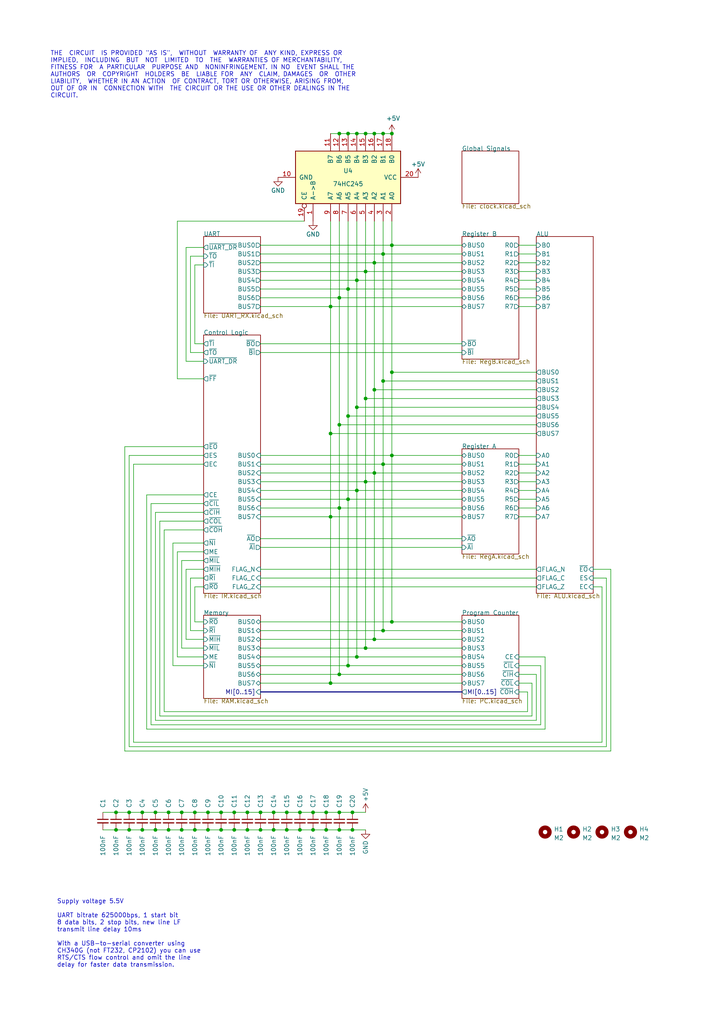
<source format=kicad_sch>
(kicad_sch (version 20211123) (generator eeschema)

  (uuid 78f451eb-c174-41d5-8503-c97ea93c08f4)

  (paper "A4" portrait)

  (title_block
    (title "Minimal UART Ultra")
    (date "2023-10-27")
    (rev "2.0")
    (comment 2 "creativecommons.org/licenses/by-nc-sa/4.0/")
    (comment 3 "This work is licensed under CC BY-NC-SA 4.0")
    (comment 4 "Author: Carsten Herting (slu4)")
  )

  (lib_symbols
    (symbol "8-Bit CPU 32k:74HC245" (pin_names (offset 1.016)) (in_bom yes) (on_board yes)
      (property "Reference" "U" (id 0) (at 0 -6.35 90)
        (effects (font (size 1.27 1.27)))
      )
      (property "Value" "74HC245" (id 1) (at 0 2.54 90)
        (effects (font (size 1.27 1.27)))
      )
      (property "Footprint" "" (id 2) (at 0 0 0)
        (effects (font (size 1.27 1.27)) hide)
      )
      (property "Datasheet" "http://www.ti.com/lit/gpn/sn74HC245" (id 3) (at 0 -17.78 0)
        (effects (font (size 1.27 1.27)) hide)
      )
      (property "ki_locked" "" (id 4) (at 0 0 0)
        (effects (font (size 1.27 1.27)))
      )
      (property "ki_keywords" "HCMOS BUS 3State" (id 5) (at 0 0 0)
        (effects (font (size 1.27 1.27)) hide)
      )
      (property "ki_description" "Octal BUS Transceivers, 3-State outputs" (id 6) (at 0 0 0)
        (effects (font (size 1.27 1.27)) hide)
      )
      (property "ki_fp_filters" "DIP?20*" (id 7) (at 0 0 0)
        (effects (font (size 1.27 1.27)) hide)
      )
      (symbol "74HC245_1_0"
        (pin input line (at -12.7 -10.16 0) (length 5.08)
          (name "A->B" (effects (font (size 1.27 1.27))))
          (number "1" (effects (font (size 1.27 1.27))))
        )
        (pin power_in line (at 0 -20.32 90) (length 5.08)
          (name "GND" (effects (font (size 1.27 1.27))))
          (number "10" (effects (font (size 1.27 1.27))))
        )
        (pin input line (at 12.7 -5.08 180) (length 5.08)
          (name "B7" (effects (font (size 1.27 1.27))))
          (number "11" (effects (font (size 1.27 1.27))))
        )
        (pin input line (at 12.7 -2.54 180) (length 5.08)
          (name "B6" (effects (font (size 1.27 1.27))))
          (number "12" (effects (font (size 1.27 1.27))))
        )
        (pin input line (at 12.7 0 180) (length 5.08)
          (name "B5" (effects (font (size 1.27 1.27))))
          (number "13" (effects (font (size 1.27 1.27))))
        )
        (pin input line (at 12.7 2.54 180) (length 5.08)
          (name "B4" (effects (font (size 1.27 1.27))))
          (number "14" (effects (font (size 1.27 1.27))))
        )
        (pin input line (at 12.7 5.08 180) (length 5.08)
          (name "B3" (effects (font (size 1.27 1.27))))
          (number "15" (effects (font (size 1.27 1.27))))
        )
        (pin input line (at 12.7 7.62 180) (length 5.08)
          (name "B2" (effects (font (size 1.27 1.27))))
          (number "16" (effects (font (size 1.27 1.27))))
        )
        (pin input line (at 12.7 10.16 180) (length 5.08)
          (name "B1" (effects (font (size 1.27 1.27))))
          (number "17" (effects (font (size 1.27 1.27))))
        )
        (pin input line (at 12.7 12.7 180) (length 5.08)
          (name "B0" (effects (font (size 1.27 1.27))))
          (number "18" (effects (font (size 1.27 1.27))))
        )
        (pin input inverted (at -12.7 -12.7 0) (length 5.08)
          (name "CE" (effects (font (size 1.27 1.27))))
          (number "19" (effects (font (size 1.27 1.27))))
        )
        (pin tri_state line (at -12.7 12.7 0) (length 5.08)
          (name "A0" (effects (font (size 1.27 1.27))))
          (number "2" (effects (font (size 1.27 1.27))))
        )
        (pin power_in line (at 0 20.32 270) (length 5.08)
          (name "VCC" (effects (font (size 1.27 1.27))))
          (number "20" (effects (font (size 1.27 1.27))))
        )
        (pin tri_state line (at -12.7 10.16 0) (length 5.08)
          (name "A1" (effects (font (size 1.27 1.27))))
          (number "3" (effects (font (size 1.27 1.27))))
        )
        (pin tri_state line (at -12.7 7.62 0) (length 5.08)
          (name "A2" (effects (font (size 1.27 1.27))))
          (number "4" (effects (font (size 1.27 1.27))))
        )
        (pin tri_state line (at -12.7 5.08 0) (length 5.08)
          (name "A3" (effects (font (size 1.27 1.27))))
          (number "5" (effects (font (size 1.27 1.27))))
        )
        (pin tri_state line (at -12.7 2.54 0) (length 5.08)
          (name "A4" (effects (font (size 1.27 1.27))))
          (number "6" (effects (font (size 1.27 1.27))))
        )
        (pin tri_state line (at -12.7 0 0) (length 5.08)
          (name "A5" (effects (font (size 1.27 1.27))))
          (number "7" (effects (font (size 1.27 1.27))))
        )
        (pin tri_state line (at -12.7 -2.54 0) (length 5.08)
          (name "A6" (effects (font (size 1.27 1.27))))
          (number "8" (effects (font (size 1.27 1.27))))
        )
        (pin tri_state line (at -12.7 -5.08 0) (length 5.08)
          (name "A7" (effects (font (size 1.27 1.27))))
          (number "9" (effects (font (size 1.27 1.27))))
        )
      )
      (symbol "74HC245_1_1"
        (rectangle (start -7.62 15.24) (end 7.62 -15.24)
          (stroke (width 0.254) (type default) (color 0 0 0 0))
          (fill (type background))
        )
      )
    )
    (symbol "Device:C_Small" (pin_numbers hide) (pin_names (offset 0.254) hide) (in_bom yes) (on_board yes)
      (property "Reference" "C" (id 0) (at 0.254 1.778 0)
        (effects (font (size 1.27 1.27)) (justify left))
      )
      (property "Value" "C_Small" (id 1) (at 0.254 -2.032 0)
        (effects (font (size 1.27 1.27)) (justify left))
      )
      (property "Footprint" "" (id 2) (at 0 0 0)
        (effects (font (size 1.27 1.27)) hide)
      )
      (property "Datasheet" "~" (id 3) (at 0 0 0)
        (effects (font (size 1.27 1.27)) hide)
      )
      (property "ki_keywords" "capacitor cap" (id 4) (at 0 0 0)
        (effects (font (size 1.27 1.27)) hide)
      )
      (property "ki_description" "Unpolarized capacitor, small symbol" (id 5) (at 0 0 0)
        (effects (font (size 1.27 1.27)) hide)
      )
      (property "ki_fp_filters" "C_*" (id 6) (at 0 0 0)
        (effects (font (size 1.27 1.27)) hide)
      )
      (symbol "C_Small_0_1"
        (polyline
          (pts
            (xy -1.524 -0.508)
            (xy 1.524 -0.508)
          )
          (stroke (width 0.3302) (type default) (color 0 0 0 0))
          (fill (type none))
        )
        (polyline
          (pts
            (xy -1.524 0.508)
            (xy 1.524 0.508)
          )
          (stroke (width 0.3048) (type default) (color 0 0 0 0))
          (fill (type none))
        )
      )
      (symbol "C_Small_1_1"
        (pin passive line (at 0 2.54 270) (length 2.032)
          (name "~" (effects (font (size 1.27 1.27))))
          (number "1" (effects (font (size 1.27 1.27))))
        )
        (pin passive line (at 0 -2.54 90) (length 2.032)
          (name "~" (effects (font (size 1.27 1.27))))
          (number "2" (effects (font (size 1.27 1.27))))
        )
      )
    )
    (symbol "Mechanical:MountingHole" (pin_names (offset 1.016)) (in_bom yes) (on_board yes)
      (property "Reference" "H" (id 0) (at 0 5.08 0)
        (effects (font (size 1.27 1.27)))
      )
      (property "Value" "MountingHole" (id 1) (at 0 3.175 0)
        (effects (font (size 1.27 1.27)))
      )
      (property "Footprint" "" (id 2) (at 0 0 0)
        (effects (font (size 1.27 1.27)) hide)
      )
      (property "Datasheet" "~" (id 3) (at 0 0 0)
        (effects (font (size 1.27 1.27)) hide)
      )
      (property "ki_keywords" "mounting hole" (id 4) (at 0 0 0)
        (effects (font (size 1.27 1.27)) hide)
      )
      (property "ki_description" "Mounting Hole without connection" (id 5) (at 0 0 0)
        (effects (font (size 1.27 1.27)) hide)
      )
      (property "ki_fp_filters" "MountingHole*" (id 6) (at 0 0 0)
        (effects (font (size 1.27 1.27)) hide)
      )
      (symbol "MountingHole_0_1"
        (circle (center 0 0) (radius 1.27)
          (stroke (width 1.27) (type default) (color 0 0 0 0))
          (fill (type none))
        )
      )
    )
    (symbol "power:+5V" (power) (pin_names (offset 0)) (in_bom yes) (on_board yes)
      (property "Reference" "#PWR" (id 0) (at 0 -3.81 0)
        (effects (font (size 1.27 1.27)) hide)
      )
      (property "Value" "+5V" (id 1) (at 0 3.556 0)
        (effects (font (size 1.27 1.27)))
      )
      (property "Footprint" "" (id 2) (at 0 0 0)
        (effects (font (size 1.27 1.27)) hide)
      )
      (property "Datasheet" "" (id 3) (at 0 0 0)
        (effects (font (size 1.27 1.27)) hide)
      )
      (property "ki_keywords" "power-flag" (id 4) (at 0 0 0)
        (effects (font (size 1.27 1.27)) hide)
      )
      (property "ki_description" "Power symbol creates a global label with name \"+5V\"" (id 5) (at 0 0 0)
        (effects (font (size 1.27 1.27)) hide)
      )
      (symbol "+5V_0_1"
        (polyline
          (pts
            (xy -0.762 1.27)
            (xy 0 2.54)
          )
          (stroke (width 0) (type default) (color 0 0 0 0))
          (fill (type none))
        )
        (polyline
          (pts
            (xy 0 0)
            (xy 0 2.54)
          )
          (stroke (width 0) (type default) (color 0 0 0 0))
          (fill (type none))
        )
        (polyline
          (pts
            (xy 0 2.54)
            (xy 0.762 1.27)
          )
          (stroke (width 0) (type default) (color 0 0 0 0))
          (fill (type none))
        )
      )
      (symbol "+5V_1_1"
        (pin power_in line (at 0 0 90) (length 0) hide
          (name "+5V" (effects (font (size 1.27 1.27))))
          (number "1" (effects (font (size 1.27 1.27))))
        )
      )
    )
    (symbol "power:GND" (power) (pin_names (offset 0)) (in_bom yes) (on_board yes)
      (property "Reference" "#PWR" (id 0) (at 0 -6.35 0)
        (effects (font (size 1.27 1.27)) hide)
      )
      (property "Value" "GND" (id 1) (at 0 -3.81 0)
        (effects (font (size 1.27 1.27)))
      )
      (property "Footprint" "" (id 2) (at 0 0 0)
        (effects (font (size 1.27 1.27)) hide)
      )
      (property "Datasheet" "" (id 3) (at 0 0 0)
        (effects (font (size 1.27 1.27)) hide)
      )
      (property "ki_keywords" "power-flag" (id 4) (at 0 0 0)
        (effects (font (size 1.27 1.27)) hide)
      )
      (property "ki_description" "Power symbol creates a global label with name \"GND\" , ground" (id 5) (at 0 0 0)
        (effects (font (size 1.27 1.27)) hide)
      )
      (symbol "GND_0_1"
        (polyline
          (pts
            (xy 0 0)
            (xy 0 -1.27)
            (xy 1.27 -1.27)
            (xy 0 -2.54)
            (xy -1.27 -1.27)
            (xy 0 -1.27)
          )
          (stroke (width 0) (type default) (color 0 0 0 0))
          (fill (type none))
        )
      )
      (symbol "GND_1_1"
        (pin power_in line (at 0 0 270) (length 0) hide
          (name "GND" (effects (font (size 1.27 1.27))))
          (number "1" (effects (font (size 1.27 1.27))))
        )
      )
    )
  )

  (junction (at 108.585 185.42) (diameter 0) (color 0 0 0 0)
    (uuid 03de8b3c-270d-4873-9357-486b3df01cb6)
  )
  (junction (at 111.125 38.735) (diameter 0) (color 0 0 0 0)
    (uuid 042d5c73-247b-4e92-aaf5-031c36e632f3)
  )
  (junction (at 113.665 71.12) (diameter 0) (color 0 0 0 0)
    (uuid 07dcb7d0-0ac0-4a04-9d75-edd9b23b94f9)
  )
  (junction (at 37.465 235.585) (diameter 0) (color 0 0 0 0)
    (uuid 0820a4a4-c323-4c02-99e4-3c65a60a3750)
  )
  (junction (at 103.505 142.24) (diameter 0) (color 0 0 0 0)
    (uuid 0bc49133-030e-42c3-83f1-ff2ce7c9d887)
  )
  (junction (at 90.805 240.665) (diameter 0) (color 0 0 0 0)
    (uuid 0e94a1e8-a963-45d4-9edb-3bf8fc8db558)
  )
  (junction (at 71.755 235.585) (diameter 0) (color 0 0 0 0)
    (uuid 0fdde428-4d27-45a6-bddf-06da09a3ec7e)
  )
  (junction (at 79.375 240.665) (diameter 0) (color 0 0 0 0)
    (uuid 107e3e38-8b39-42bb-80d0-ed8330bcb22d)
  )
  (junction (at 41.275 240.665) (diameter 0) (color 0 0 0 0)
    (uuid 10a4cff1-4ca0-413c-a737-bd4478a815cb)
  )
  (junction (at 102.235 240.665) (diameter 0) (color 0 0 0 0)
    (uuid 123f95fa-8bcf-4962-96f2-630ff8c7acc3)
  )
  (junction (at 106.045 187.96) (diameter 0) (color 0 0 0 0)
    (uuid 18c224a6-1da5-434c-9efa-280a61114ff5)
  )
  (junction (at 108.585 76.2) (diameter 0) (color 0 0 0 0)
    (uuid 2008c880-8ed7-40fb-95fb-45f93af670a0)
  )
  (junction (at 108.585 137.16) (diameter 0) (color 0 0 0 0)
    (uuid 288727e2-883c-4f99-8824-ca2d2c046e57)
  )
  (junction (at 95.885 88.9) (diameter 0) (color 0 0 0 0)
    (uuid 29c219d2-0759-4938-ac00-63fea9053982)
  )
  (junction (at 45.085 240.665) (diameter 0) (color 0 0 0 0)
    (uuid 2a5400d0-9e85-401f-a58a-3626b0bb90c7)
  )
  (junction (at 86.995 240.665) (diameter 0) (color 0 0 0 0)
    (uuid 2a7154de-5208-441a-b58f-3710270bc387)
  )
  (junction (at 95.885 125.73) (diameter 0) (color 0 0 0 0)
    (uuid 2b6dfb3d-3d63-4c8a-afb7-86a22d4cc525)
  )
  (junction (at 86.995 235.585) (diameter 0) (color 0 0 0 0)
    (uuid 2d6567db-3ca8-4cff-85a5-ea664f612eb3)
  )
  (junction (at 106.045 78.74) (diameter 0) (color 0 0 0 0)
    (uuid 2e299ba6-ada3-4574-93ca-974327247e22)
  )
  (junction (at 100.965 83.82) (diameter 0) (color 0 0 0 0)
    (uuid 2e2b2796-0ca4-4069-b49f-6fc3da910a11)
  )
  (junction (at 98.425 195.58) (diameter 0) (color 0 0 0 0)
    (uuid 312a2372-3f8f-4a8a-9e2d-b021e42ba5c2)
  )
  (junction (at 98.425 123.19) (diameter 0) (color 0 0 0 0)
    (uuid 33d0aefa-83f1-4b28-9875-c6b6ae11b4df)
  )
  (junction (at 52.705 240.665) (diameter 0) (color 0 0 0 0)
    (uuid 3959e168-9c68-4a5c-9068-028aaa80d180)
  )
  (junction (at 103.505 81.28) (diameter 0) (color 0 0 0 0)
    (uuid 3d465b10-30b4-445d-90b8-2a4f5e7902f8)
  )
  (junction (at 102.235 235.585) (diameter 0) (color 0 0 0 0)
    (uuid 411c8ce0-ea90-45ab-995a-81cb638db08e)
  )
  (junction (at 111.125 73.66) (diameter 0) (color 0 0 0 0)
    (uuid 44f18d31-d955-499d-aa08-dcdd10fb8b27)
  )
  (junction (at 71.755 240.665) (diameter 0) (color 0 0 0 0)
    (uuid 479584e2-f140-46a4-bf17-d0b59fab37e8)
  )
  (junction (at 106.045 115.57) (diameter 0) (color 0 0 0 0)
    (uuid 4a9f446d-ffca-451a-a603-ca76c01f708e)
  )
  (junction (at 48.895 240.665) (diameter 0) (color 0 0 0 0)
    (uuid 4d0faf0c-ad12-4410-8071-8855053bbff4)
  )
  (junction (at 52.705 235.585) (diameter 0) (color 0 0 0 0)
    (uuid 4de2fb7d-be53-49ec-9658-bc9f92e76f4e)
  )
  (junction (at 98.425 240.665) (diameter 0) (color 0 0 0 0)
    (uuid 4e87543f-abec-44fc-ad92-32ef428ca7d4)
  )
  (junction (at 113.665 180.34) (diameter 0) (color 0 0 0 0)
    (uuid 54493512-f538-4a42-b17c-a1ce7dd567d4)
  )
  (junction (at 100.965 38.735) (diameter 0) (color 0 0 0 0)
    (uuid 56070107-7e4c-4f4a-a4d7-9691cdedabf2)
  )
  (junction (at 98.425 86.36) (diameter 0) (color 0 0 0 0)
    (uuid 597e1aa1-15f6-4b15-8160-d7e87611ebff)
  )
  (junction (at 75.565 235.585) (diameter 0) (color 0 0 0 0)
    (uuid 5982f353-bc1b-4cd1-be4b-0dd33db5edab)
  )
  (junction (at 106.045 38.735) (diameter 0) (color 0 0 0 0)
    (uuid 5a6450e4-4fee-4cab-ac5e-3d94ddcf88a7)
  )
  (junction (at 108.585 38.735) (diameter 0) (color 0 0 0 0)
    (uuid 5b4ea3da-e022-4e69-a25f-b9bac5d1a1fc)
  )
  (junction (at 83.185 235.585) (diameter 0) (color 0 0 0 0)
    (uuid 616c4130-1353-4146-964e-1fce4c4df0e9)
  )
  (junction (at 33.655 240.665) (diameter 0) (color 0 0 0 0)
    (uuid 6bc2af8f-f96c-476e-a80d-f3054812a640)
  )
  (junction (at 111.125 110.49) (diameter 0) (color 0 0 0 0)
    (uuid 6d7c37b3-b768-4ed2-be20-59d030bcdf5f)
  )
  (junction (at 33.655 235.585) (diameter 0) (color 0 0 0 0)
    (uuid 6fa12253-df8a-409d-9373-9c33024d0c26)
  )
  (junction (at 100.965 144.78) (diameter 0) (color 0 0 0 0)
    (uuid 7584a58b-2356-4fae-be44-ab453111a3ce)
  )
  (junction (at 113.665 132.08) (diameter 0) (color 0 0 0 0)
    (uuid 7856d2d4-2cf6-4b0c-ac84-c9cb952446c3)
  )
  (junction (at 79.375 235.585) (diameter 0) (color 0 0 0 0)
    (uuid 79c1bd70-fda7-4e92-9394-ad2601394868)
  )
  (junction (at 111.125 182.88) (diameter 0) (color 0 0 0 0)
    (uuid 7a2e4dbb-5c40-427d-b559-662686eaac38)
  )
  (junction (at 75.565 240.665) (diameter 0) (color 0 0 0 0)
    (uuid 7bd216ff-d962-4ba1-bc75-152c25bc4af8)
  )
  (junction (at 56.515 240.665) (diameter 0) (color 0 0 0 0)
    (uuid 8037d246-c9c5-47d9-b872-9f6994cf01f7)
  )
  (junction (at 98.425 38.735) (diameter 0) (color 0 0 0 0)
    (uuid 920960b3-4422-441e-ae92-bd62d98fe72b)
  )
  (junction (at 98.425 147.32) (diameter 0) (color 0 0 0 0)
    (uuid 93192fe5-a0a8-48b6-ae37-73b959f6c5b2)
  )
  (junction (at 103.505 118.11) (diameter 0) (color 0 0 0 0)
    (uuid 94d7495b-e1ae-44b7-af8b-4a3beda0384b)
  )
  (junction (at 90.805 235.585) (diameter 0) (color 0 0 0 0)
    (uuid 97cd3108-34cf-4623-a9ba-0e8f2cc60df6)
  )
  (junction (at 67.945 240.665) (diameter 0) (color 0 0 0 0)
    (uuid a503b893-5d14-4911-8fff-2a3733536816)
  )
  (junction (at 37.465 240.665) (diameter 0) (color 0 0 0 0)
    (uuid a6784a66-84a9-4fa4-8f98-869e219fd3fb)
  )
  (junction (at 103.505 190.5) (diameter 0) (color 0 0 0 0)
    (uuid b70f9f16-6279-490a-b9c1-587a0542042e)
  )
  (junction (at 113.665 107.95) (diameter 0) (color 0 0 0 0)
    (uuid bc5af55d-9ea8-4818-aa43-a0a649c940ad)
  )
  (junction (at 94.615 235.585) (diameter 0) (color 0 0 0 0)
    (uuid c25b9292-98ce-4624-a3bf-1206bcf3f919)
  )
  (junction (at 48.895 235.585) (diameter 0) (color 0 0 0 0)
    (uuid c4120edc-1983-468d-aafb-122560227427)
  )
  (junction (at 106.045 139.7) (diameter 0) (color 0 0 0 0)
    (uuid c65b3d13-38fc-4be8-8a30-eab71454bb35)
  )
  (junction (at 100.965 120.65) (diameter 0) (color 0 0 0 0)
    (uuid d586e38d-c18d-4a83-8d85-0dd9eddfb0bd)
  )
  (junction (at 60.325 240.665) (diameter 0) (color 0 0 0 0)
    (uuid d86a7c3b-317b-4c5a-ba73-c0f44c4335c0)
  )
  (junction (at 113.665 38.735) (diameter 0) (color 0 0 0 0)
    (uuid d8b52cfc-94ce-423f-ad32-75e075b740a1)
  )
  (junction (at 103.505 38.735) (diameter 0) (color 0 0 0 0)
    (uuid da460d75-116b-40a8-a55c-9cea05437fe5)
  )
  (junction (at 108.585 113.03) (diameter 0) (color 0 0 0 0)
    (uuid dbfb9493-2d21-4387-8103-a6d5e40424c4)
  )
  (junction (at 83.185 240.665) (diameter 0) (color 0 0 0 0)
    (uuid ddd68fbc-e5ef-467d-ad93-0207609de98a)
  )
  (junction (at 98.425 235.585) (diameter 0) (color 0 0 0 0)
    (uuid e06aaeda-955e-4ab1-966c-80e6e5202c8f)
  )
  (junction (at 100.965 193.04) (diameter 0) (color 0 0 0 0)
    (uuid e30ad830-5c74-4893-acae-1f3221d79c15)
  )
  (junction (at 111.125 134.62) (diameter 0) (color 0 0 0 0)
    (uuid e4faedc1-e895-42d5-a9bb-8fbc0daa6a5b)
  )
  (junction (at 95.885 149.86) (diameter 0) (color 0 0 0 0)
    (uuid e525feb3-6693-45d8-baef-1b6438499b42)
  )
  (junction (at 56.515 235.585) (diameter 0) (color 0 0 0 0)
    (uuid e651adc5-d126-431b-9fbd-f0e3414506f8)
  )
  (junction (at 45.085 235.585) (diameter 0) (color 0 0 0 0)
    (uuid e9cf71ea-5551-49d7-92f6-f520a560d712)
  )
  (junction (at 94.615 240.665) (diameter 0) (color 0 0 0 0)
    (uuid ec58342d-96e1-45b1-8dd1-8e90b8fd007e)
  )
  (junction (at 60.325 235.585) (diameter 0) (color 0 0 0 0)
    (uuid f0d7d374-289f-4363-9249-7dfe5fd6ec02)
  )
  (junction (at 64.135 240.665) (diameter 0) (color 0 0 0 0)
    (uuid f2b77e74-00af-4bf8-932a-c028c2e8ea85)
  )
  (junction (at 64.135 235.585) (diameter 0) (color 0 0 0 0)
    (uuid f4c39d6c-1f46-433d-ad85-dd74d72f5b2c)
  )
  (junction (at 67.945 235.585) (diameter 0) (color 0 0 0 0)
    (uuid f60b1b78-9d0f-4f61-90ee-78427502d3e5)
  )
  (junction (at 41.275 235.585) (diameter 0) (color 0 0 0 0)
    (uuid f9fda88a-1191-4c4c-bd5b-257534d8a6de)
  )
  (junction (at 95.885 198.12) (diameter 0) (color 0 0 0 0)
    (uuid fcb8781d-56b7-40f4-ae5b-3d3dfed12320)
  )

  (wire (pts (xy 95.885 125.73) (xy 95.885 149.86))
    (stroke (width 0) (type default) (color 0 0 0 0))
    (uuid 0162edd5-e57a-40da-9b5f-96ff873d9899)
  )
  (wire (pts (xy 75.565 182.88) (xy 111.125 182.88))
    (stroke (width 0) (type default) (color 0 0 0 0))
    (uuid 01be0d8d-75d5-49d1-ba8b-a2ac011f04ca)
  )
  (wire (pts (xy 59.055 99.695) (xy 56.515 99.695))
    (stroke (width 0) (type default) (color 0 0 0 0))
    (uuid 022ea0f6-e4d7-4341-8c5d-6c1b795928ef)
  )
  (wire (pts (xy 155.575 88.9) (xy 150.495 88.9))
    (stroke (width 0) (type default) (color 0 0 0 0))
    (uuid 03253a34-8858-4934-b466-40f68ac11f17)
  )
  (wire (pts (xy 60.325 240.665) (xy 64.135 240.665))
    (stroke (width 0) (type default) (color 0 0 0 0))
    (uuid 05ab3533-688b-40a5-af58-7f24c1923ee6)
  )
  (wire (pts (xy 111.125 64.135) (xy 111.125 73.66))
    (stroke (width 0) (type default) (color 0 0 0 0))
    (uuid 05f99328-24dc-4c31-8af4-01b44dcc7eee)
  )
  (wire (pts (xy 56.515 235.585) (xy 60.325 235.585))
    (stroke (width 0) (type default) (color 0 0 0 0))
    (uuid 09e3c485-004e-4efa-814b-e06a166e61c9)
  )
  (wire (pts (xy 103.505 190.5) (xy 103.505 142.24))
    (stroke (width 0) (type default) (color 0 0 0 0))
    (uuid 0b042f1e-0cfa-4265-9afa-8822566001e1)
  )
  (wire (pts (xy 153.035 200.66) (xy 150.495 200.66))
    (stroke (width 0) (type default) (color 0 0 0 0))
    (uuid 0b1bab38-0e76-4989-afcb-9f79d95db4a5)
  )
  (wire (pts (xy 111.125 110.49) (xy 155.575 110.49))
    (stroke (width 0) (type default) (color 0 0 0 0))
    (uuid 0b4d7e84-6128-4ecc-a6eb-1823fc6c134c)
  )
  (wire (pts (xy 42.545 211.455) (xy 158.115 211.455))
    (stroke (width 0) (type default) (color 0 0 0 0))
    (uuid 0d75c773-2698-4427-b314-bb5181be7ee2)
  )
  (wire (pts (xy 175.895 167.64) (xy 175.895 216.535))
    (stroke (width 0) (type default) (color 0 0 0 0))
    (uuid 0e1a7dc5-e7dd-49c9-a6e5-3f8d4c10872e)
  )
  (wire (pts (xy 42.545 143.51) (xy 42.545 211.455))
    (stroke (width 0) (type default) (color 0 0 0 0))
    (uuid 0e61707e-a3d4-415b-b8ac-9f4de118aaf4)
  )
  (wire (pts (xy 106.045 187.96) (xy 133.985 187.96))
    (stroke (width 0) (type default) (color 0 0 0 0))
    (uuid 0f486a10-3311-46fa-b1aa-087486d42e94)
  )
  (wire (pts (xy 153.035 200.66) (xy 153.035 206.375))
    (stroke (width 0) (type default) (color 0 0 0 0))
    (uuid 11d2c938-2119-4e12-8fcd-249cb0d5bf04)
  )
  (wire (pts (xy 150.495 144.78) (xy 155.575 144.78))
    (stroke (width 0) (type default) (color 0 0 0 0))
    (uuid 15b9b32e-36bd-4a54-b232-401ed66d6afe)
  )
  (wire (pts (xy 75.565 185.42) (xy 108.585 185.42))
    (stroke (width 0) (type default) (color 0 0 0 0))
    (uuid 16393b4e-a4e9-4252-9206-aa9007c81d82)
  )
  (wire (pts (xy 83.185 240.665) (xy 86.995 240.665))
    (stroke (width 0) (type default) (color 0 0 0 0))
    (uuid 199f49ef-1893-40d0-bbeb-4521b014f6ef)
  )
  (wire (pts (xy 108.585 113.03) (xy 155.575 113.03))
    (stroke (width 0) (type default) (color 0 0 0 0))
    (uuid 19f8fa4f-be52-40e2-a96e-bc54baa7910d)
  )
  (wire (pts (xy 37.465 240.665) (xy 41.275 240.665))
    (stroke (width 0) (type default) (color 0 0 0 0))
    (uuid 1cf0b6ae-696f-473e-b434-dfd4ea070eab)
  )
  (wire (pts (xy 100.965 83.82) (xy 100.965 120.65))
    (stroke (width 0) (type default) (color 0 0 0 0))
    (uuid 1cfc76fd-3b89-433c-a285-909a590b6a2d)
  )
  (wire (pts (xy 113.665 107.95) (xy 155.575 107.95))
    (stroke (width 0) (type default) (color 0 0 0 0))
    (uuid 1d031069-e7e8-47ca-9824-3d197ab1db18)
  )
  (wire (pts (xy 100.965 144.78) (xy 75.565 144.78))
    (stroke (width 0) (type default) (color 0 0 0 0))
    (uuid 1e1705dc-ea8f-4ac3-9a22-d113afb64b05)
  )
  (wire (pts (xy 111.125 73.66) (xy 111.125 110.49))
    (stroke (width 0) (type default) (color 0 0 0 0))
    (uuid 1e1fae6d-4a04-44b9-9937-5c2b3b94f7d9)
  )
  (wire (pts (xy 51.435 190.5) (xy 59.055 190.5))
    (stroke (width 0) (type default) (color 0 0 0 0))
    (uuid 1f192260-09ea-42ac-aec6-ff785c6bae8b)
  )
  (wire (pts (xy 60.325 235.585) (xy 64.135 235.585))
    (stroke (width 0) (type default) (color 0 0 0 0))
    (uuid 205ee18c-d26f-44ed-9483-0e69c8964709)
  )
  (wire (pts (xy 113.665 107.95) (xy 113.665 132.08))
    (stroke (width 0) (type default) (color 0 0 0 0))
    (uuid 20e0e94b-e989-4571-b959-01c1c6358f35)
  )
  (wire (pts (xy 158.115 190.5) (xy 158.115 211.455))
    (stroke (width 0) (type default) (color 0 0 0 0))
    (uuid 214152af-9dc7-49a1-b761-4892c82788c6)
  )
  (wire (pts (xy 133.985 139.7) (xy 106.045 139.7))
    (stroke (width 0) (type default) (color 0 0 0 0))
    (uuid 21fc77e8-0222-422b-8b7c-6de4d152f2ad)
  )
  (wire (pts (xy 33.655 240.665) (xy 37.465 240.665))
    (stroke (width 0) (type default) (color 0 0 0 0))
    (uuid 245089a7-f8b1-40cf-b443-4a92101bcacc)
  )
  (wire (pts (xy 75.565 99.695) (xy 133.985 99.695))
    (stroke (width 0) (type default) (color 0 0 0 0))
    (uuid 250dfe63-0368-4ba1-9aae-ae9ad301421e)
  )
  (wire (pts (xy 75.565 102.235) (xy 133.985 102.235))
    (stroke (width 0) (type default) (color 0 0 0 0))
    (uuid 265c95b5-09e8-4fae-a72a-e44699b7d595)
  )
  (wire (pts (xy 59.055 153.67) (xy 47.625 153.67))
    (stroke (width 0) (type default) (color 0 0 0 0))
    (uuid 26b8d512-710c-4f97-9dfa-7f036fed7c7a)
  )
  (wire (pts (xy 59.055 160.02) (xy 51.435 160.02))
    (stroke (width 0) (type default) (color 0 0 0 0))
    (uuid 280e8465-8782-4c15-962f-49bd23e8108d)
  )
  (wire (pts (xy 150.495 132.08) (xy 155.575 132.08))
    (stroke (width 0) (type default) (color 0 0 0 0))
    (uuid 287b627b-1f28-4432-80ff-dd9ca0c41584)
  )
  (wire (pts (xy 172.085 170.18) (xy 174.625 170.18))
    (stroke (width 0) (type default) (color 0 0 0 0))
    (uuid 2a190474-a760-493a-9a74-efb092099eef)
  )
  (wire (pts (xy 108.585 64.135) (xy 108.585 76.2))
    (stroke (width 0) (type default) (color 0 0 0 0))
    (uuid 2becea42-f91a-455e-94f0-35871b9759da)
  )
  (wire (pts (xy 75.565 76.2) (xy 108.585 76.2))
    (stroke (width 0) (type default) (color 0 0 0 0))
    (uuid 2e4da823-788e-4c8a-8321-ce32c45b8e82)
  )
  (wire (pts (xy 71.755 240.665) (xy 75.565 240.665))
    (stroke (width 0) (type default) (color 0 0 0 0))
    (uuid 2ea7c23a-6126-4306-a711-e947ac2e9443)
  )
  (wire (pts (xy 150.495 139.7) (xy 155.575 139.7))
    (stroke (width 0) (type default) (color 0 0 0 0))
    (uuid 2f0df1b5-0d99-4684-8b9d-26e76ee5d5eb)
  )
  (wire (pts (xy 75.565 240.665) (xy 79.375 240.665))
    (stroke (width 0) (type default) (color 0 0 0 0))
    (uuid 2f698a23-7617-4397-bd2f-1a4d7be508c7)
  )
  (wire (pts (xy 86.995 235.585) (xy 90.805 235.585))
    (stroke (width 0) (type default) (color 0 0 0 0))
    (uuid 32c06014-d908-47ce-9678-55d2e3a87a4b)
  )
  (wire (pts (xy 59.055 170.18) (xy 56.515 170.18))
    (stroke (width 0) (type default) (color 0 0 0 0))
    (uuid 338a137a-3b6b-44ea-89a3-16dee482440e)
  )
  (wire (pts (xy 55.245 182.88) (xy 59.055 182.88))
    (stroke (width 0) (type default) (color 0 0 0 0))
    (uuid 3564c3b3-6e31-4510-aff6-bdc1df75585c)
  )
  (wire (pts (xy 29.845 235.585) (xy 33.655 235.585))
    (stroke (width 0) (type default) (color 0 0 0 0))
    (uuid 364b86cb-0c48-469e-a8f3-8486af03ca5c)
  )
  (wire (pts (xy 52.705 187.96) (xy 59.055 187.96))
    (stroke (width 0) (type default) (color 0 0 0 0))
    (uuid 3b4e9719-1259-4156-afd4-3918069203fa)
  )
  (wire (pts (xy 100.965 144.78) (xy 133.985 144.78))
    (stroke (width 0) (type default) (color 0 0 0 0))
    (uuid 3e2a593e-54d4-42c4-baff-754f7d75d171)
  )
  (wire (pts (xy 55.245 74.295) (xy 55.245 102.235))
    (stroke (width 0) (type default) (color 0 0 0 0))
    (uuid 3e4908ba-6a58-4105-8938-1848ee531718)
  )
  (wire (pts (xy 90.805 240.665) (xy 94.615 240.665))
    (stroke (width 0) (type default) (color 0 0 0 0))
    (uuid 3f7000b3-acbe-4a68-bae5-3d01fb1c944d)
  )
  (wire (pts (xy 75.565 235.585) (xy 79.375 235.585))
    (stroke (width 0) (type default) (color 0 0 0 0))
    (uuid 408ac956-63cd-4887-be49-5e5a50544035)
  )
  (wire (pts (xy 45.085 235.585) (xy 48.895 235.585))
    (stroke (width 0) (type default) (color 0 0 0 0))
    (uuid 40d2f314-e8fb-4095-a13e-8077d78d884f)
  )
  (wire (pts (xy 71.755 235.585) (xy 75.565 235.585))
    (stroke (width 0) (type default) (color 0 0 0 0))
    (uuid 411a8316-4291-487f-a60b-36fffb700419)
  )
  (wire (pts (xy 59.055 134.62) (xy 38.735 134.62))
    (stroke (width 0) (type default) (color 0 0 0 0))
    (uuid 42623f36-2bbd-4c84-88dc-15f8f0329ca4)
  )
  (wire (pts (xy 172.085 167.64) (xy 175.895 167.64))
    (stroke (width 0) (type default) (color 0 0 0 0))
    (uuid 427c2132-0702-4c3f-88a0-3252b865f15b)
  )
  (wire (pts (xy 53.975 185.42) (xy 53.975 165.1))
    (stroke (width 0) (type default) (color 0 0 0 0))
    (uuid 42ba83a7-7b7d-4644-ae65-d53498138d3f)
  )
  (wire (pts (xy 56.515 240.665) (xy 60.325 240.665))
    (stroke (width 0) (type default) (color 0 0 0 0))
    (uuid 43527a8a-b7f1-4c31-9133-0d2317ee3d09)
  )
  (wire (pts (xy 95.885 198.12) (xy 133.985 198.12))
    (stroke (width 0) (type default) (color 0 0 0 0))
    (uuid 440a6969-7bfa-41fb-815a-1254921744e4)
  )
  (wire (pts (xy 59.055 162.56) (xy 52.705 162.56))
    (stroke (width 0) (type default) (color 0 0 0 0))
    (uuid 4638bc31-9130-4981-b5b9-8474eaf40b83)
  )
  (wire (pts (xy 53.975 71.755) (xy 59.055 71.755))
    (stroke (width 0) (type default) (color 0 0 0 0))
    (uuid 46fc3811-0d88-4b7b-9749-6f29ec9fb5e3)
  )
  (wire (pts (xy 51.435 109.855) (xy 51.435 64.135))
    (stroke (width 0) (type default) (color 0 0 0 0))
    (uuid 4764403f-2ae0-41ad-bb57-901cb05ef65e)
  )
  (wire (pts (xy 106.045 115.57) (xy 155.575 115.57))
    (stroke (width 0) (type default) (color 0 0 0 0))
    (uuid 49646a62-cf4f-4406-8f07-fbb615de120f)
  )
  (wire (pts (xy 95.885 64.135) (xy 95.885 88.9))
    (stroke (width 0) (type default) (color 0 0 0 0))
    (uuid 4a510f74-0add-4b2b-a9a6-ce33a83ce5c3)
  )
  (wire (pts (xy 75.565 193.04) (xy 100.965 193.04))
    (stroke (width 0) (type default) (color 0 0 0 0))
    (uuid 4dcdbde7-0663-46ef-b23b-a595a7356eff)
  )
  (wire (pts (xy 75.565 180.34) (xy 113.665 180.34))
    (stroke (width 0) (type default) (color 0 0 0 0))
    (uuid 4e5015d6-deaf-4f0f-8196-436c03dd64ac)
  )
  (wire (pts (xy 103.505 81.28) (xy 103.505 118.11))
    (stroke (width 0) (type default) (color 0 0 0 0))
    (uuid 4ed6b48d-3d8c-4f56-810e-e4d74d827e89)
  )
  (wire (pts (xy 98.425 123.19) (xy 155.575 123.19))
    (stroke (width 0) (type default) (color 0 0 0 0))
    (uuid 4f9d56ea-f931-46a1-87be-62c378e16822)
  )
  (wire (pts (xy 67.945 235.585) (xy 71.755 235.585))
    (stroke (width 0) (type default) (color 0 0 0 0))
    (uuid 510fdc94-bcb4-481f-9245-043de38abcef)
  )
  (wire (pts (xy 86.995 240.665) (xy 90.805 240.665))
    (stroke (width 0) (type default) (color 0 0 0 0))
    (uuid 5113c30c-684d-4765-a9fb-f2101c433bce)
  )
  (wire (pts (xy 75.565 156.21) (xy 133.985 156.21))
    (stroke (width 0) (type default) (color 0 0 0 0))
    (uuid 515f1f6c-4325-47b3-95e5-6d2eeaaf9b77)
  )
  (wire (pts (xy 79.375 235.585) (xy 83.185 235.585))
    (stroke (width 0) (type default) (color 0 0 0 0))
    (uuid 51809cb5-b30f-480c-aba0-323e39ee2957)
  )
  (wire (pts (xy 133.985 137.16) (xy 108.585 137.16))
    (stroke (width 0) (type default) (color 0 0 0 0))
    (uuid 529bddd4-e90b-47f6-9592-ae56923c6d5d)
  )
  (wire (pts (xy 37.465 235.585) (xy 41.275 235.585))
    (stroke (width 0) (type default) (color 0 0 0 0))
    (uuid 52ab5a4b-5846-4248-babb-98158fd0cc38)
  )
  (wire (pts (xy 75.565 132.08) (xy 113.665 132.08))
    (stroke (width 0) (type default) (color 0 0 0 0))
    (uuid 52b77f7b-4b42-4fb0-901d-6d1d5a5b8042)
  )
  (wire (pts (xy 102.235 240.665) (xy 106.045 240.665))
    (stroke (width 0) (type default) (color 0 0 0 0))
    (uuid 53470fd4-da4e-4c62-acf2-31b175d325d2)
  )
  (wire (pts (xy 59.055 146.05) (xy 43.815 146.05))
    (stroke (width 0) (type default) (color 0 0 0 0))
    (uuid 545189f5-9b79-4996-9ae5-40c7ffb8c623)
  )
  (wire (pts (xy 156.845 193.04) (xy 150.495 193.04))
    (stroke (width 0) (type default) (color 0 0 0 0))
    (uuid 5496f06d-0054-4386-a6ab-fd0568a80d5f)
  )
  (wire (pts (xy 41.275 240.665) (xy 45.085 240.665))
    (stroke (width 0) (type default) (color 0 0 0 0))
    (uuid 54e74878-5cdb-4088-87ba-15f4317853fd)
  )
  (wire (pts (xy 52.705 162.56) (xy 52.705 187.96))
    (stroke (width 0) (type default) (color 0 0 0 0))
    (uuid 55bae73c-c00d-47e1-abc7-c5715f1bd1ff)
  )
  (wire (pts (xy 133.985 132.08) (xy 113.665 132.08))
    (stroke (width 0) (type default) (color 0 0 0 0))
    (uuid 58a417e1-fd9d-49e0-b2b9-690d9e3f4c65)
  )
  (bus (pts (xy 133.985 200.66) (xy 75.565 200.66))
    (stroke (width 0) (type default) (color 0 0 0 0))
    (uuid 596fb480-ef15-4a55-b86f-e98e5a1da9e8)
  )

  (wire (pts (xy 155.575 134.62) (xy 150.495 134.62))
    (stroke (width 0) (type default) (color 0 0 0 0))
    (uuid 59e4bcd8-03d3-4dbb-8d0c-10de205382cf)
  )
  (wire (pts (xy 100.965 144.78) (xy 100.965 193.04))
    (stroke (width 0) (type default) (color 0 0 0 0))
    (uuid 5a8f2057-bdf8-4e8c-9c3d-40ae1df1113d)
  )
  (wire (pts (xy 174.625 215.265) (xy 174.625 170.18))
    (stroke (width 0) (type default) (color 0 0 0 0))
    (uuid 5cda873d-1efb-4a02-8992-bf556f41e8c7)
  )
  (wire (pts (xy 106.045 139.7) (xy 75.565 139.7))
    (stroke (width 0) (type default) (color 0 0 0 0))
    (uuid 5d43858d-b15a-4905-807e-73c1fa1c62ce)
  )
  (wire (pts (xy 150.495 81.28) (xy 155.575 81.28))
    (stroke (width 0) (type default) (color 0 0 0 0))
    (uuid 5ff96ecc-a22d-4047-a390-46b4e55763a5)
  )
  (wire (pts (xy 154.305 198.12) (xy 154.305 207.645))
    (stroke (width 0) (type default) (color 0 0 0 0))
    (uuid 61916d16-3e8e-4e00-824b-6881055ab1c5)
  )
  (wire (pts (xy 95.885 149.86) (xy 95.885 198.12))
    (stroke (width 0) (type default) (color 0 0 0 0))
    (uuid 6a23b669-988e-4434-bf0b-b237017a1090)
  )
  (wire (pts (xy 75.565 81.28) (xy 103.505 81.28))
    (stroke (width 0) (type default) (color 0 0 0 0))
    (uuid 6ad647a1-b8f6-4b1b-bdff-378b44557cd9)
  )
  (wire (pts (xy 150.495 195.58) (xy 155.575 195.58))
    (stroke (width 0) (type default) (color 0 0 0 0))
    (uuid 6c9c766c-6d46-45e3-b3b6-51a6c8a65265)
  )
  (wire (pts (xy 100.965 120.65) (xy 100.965 144.78))
    (stroke (width 0) (type default) (color 0 0 0 0))
    (uuid 6d7c3d30-2d23-4f71-b50c-0bd569d29d8b)
  )
  (wire (pts (xy 29.845 240.665) (xy 33.655 240.665))
    (stroke (width 0) (type default) (color 0 0 0 0))
    (uuid 6da9664a-4001-435e-8776-8a94a43f08c7)
  )
  (wire (pts (xy 133.985 147.32) (xy 98.425 147.32))
    (stroke (width 0) (type default) (color 0 0 0 0))
    (uuid 6da9c385-700a-41bd-919f-71a99efac482)
  )
  (wire (pts (xy 46.355 151.13) (xy 46.355 207.645))
    (stroke (width 0) (type default) (color 0 0 0 0))
    (uuid 6dbed66c-89dd-4b72-8eb7-2fb62249def8)
  )
  (wire (pts (xy 155.575 78.74) (xy 150.495 78.74))
    (stroke (width 0) (type default) (color 0 0 0 0))
    (uuid 704e1a0c-a7ba-4678-83d6-7374e33681c1)
  )
  (wire (pts (xy 113.665 71.12) (xy 113.665 107.95))
    (stroke (width 0) (type default) (color 0 0 0 0))
    (uuid 70e1a9dc-180d-4c89-b24d-c5732cee05de)
  )
  (wire (pts (xy 52.705 235.585) (xy 56.515 235.585))
    (stroke (width 0) (type default) (color 0 0 0 0))
    (uuid 72abcc18-15f1-4989-b9dd-f153da406ead)
  )
  (wire (pts (xy 103.505 38.735) (xy 106.045 38.735))
    (stroke (width 0) (type default) (color 0 0 0 0))
    (uuid 74347162-e79f-40df-aa37-63cea087f3d0)
  )
  (wire (pts (xy 51.435 160.02) (xy 51.435 190.5))
    (stroke (width 0) (type default) (color 0 0 0 0))
    (uuid 7464c0d2-ae66-4da3-a346-74f7abbc3ce9)
  )
  (wire (pts (xy 113.665 64.135) (xy 113.665 71.12))
    (stroke (width 0) (type default) (color 0 0 0 0))
    (uuid 74b1075c-1c6a-4b57-a6a5-62b9605bf8d5)
  )
  (wire (pts (xy 111.125 110.49) (xy 111.125 134.62))
    (stroke (width 0) (type default) (color 0 0 0 0))
    (uuid 7504ec1e-d273-4514-bba5-0915b00c1a4c)
  )
  (wire (pts (xy 55.245 167.64) (xy 55.245 182.88))
    (stroke (width 0) (type default) (color 0 0 0 0))
    (uuid 75d1bd09-ef53-4d5e-900a-d3aacefcc5aa)
  )
  (wire (pts (xy 100.965 193.04) (xy 133.985 193.04))
    (stroke (width 0) (type default) (color 0 0 0 0))
    (uuid 76bb26de-7fc8-4cda-97c5-34a81e462412)
  )
  (wire (pts (xy 50.165 157.48) (xy 59.055 157.48))
    (stroke (width 0) (type default) (color 0 0 0 0))
    (uuid 76c99a0b-3ab0-4730-a591-a781fad38b83)
  )
  (wire (pts (xy 37.465 132.08) (xy 37.465 216.535))
    (stroke (width 0) (type default) (color 0 0 0 0))
    (uuid 77e73b33-272e-4e8b-8e3f-fc4b66d95905)
  )
  (wire (pts (xy 79.375 240.665) (xy 83.185 240.665))
    (stroke (width 0) (type default) (color 0 0 0 0))
    (uuid 79309369-2a0a-4e33-af04-f68ea38ab8c2)
  )
  (wire (pts (xy 95.885 38.735) (xy 98.425 38.735))
    (stroke (width 0) (type default) (color 0 0 0 0))
    (uuid 7a4912b8-5a46-4218-a39a-baafbbb3b98f)
  )
  (wire (pts (xy 46.355 207.645) (xy 154.305 207.645))
    (stroke (width 0) (type default) (color 0 0 0 0))
    (uuid 7b5ab649-5914-4833-bea2-c25fbb595781)
  )
  (wire (pts (xy 59.055 102.235) (xy 55.245 102.235))
    (stroke (width 0) (type default) (color 0 0 0 0))
    (uuid 7ba5043c-fca1-447f-834e-e8ed0422f310)
  )
  (wire (pts (xy 56.515 180.34) (xy 56.515 170.18))
    (stroke (width 0) (type default) (color 0 0 0 0))
    (uuid 7bb06b0c-e767-4db3-af3a-9a6acd7ef9f3)
  )
  (wire (pts (xy 106.045 38.735) (xy 108.585 38.735))
    (stroke (width 0) (type default) (color 0 0 0 0))
    (uuid 7bd4d0b2-f74d-4fd4-8430-1a820af4b259)
  )
  (wire (pts (xy 38.735 134.62) (xy 38.735 215.265))
    (stroke (width 0) (type default) (color 0 0 0 0))
    (uuid 7c95e29d-4f65-4d81-ac84-eb109a817bc3)
  )
  (wire (pts (xy 98.425 123.19) (xy 98.425 147.32))
    (stroke (width 0) (type default) (color 0 0 0 0))
    (uuid 7c97e2b0-18c1-458b-8131-3807243ea216)
  )
  (wire (pts (xy 106.045 64.135) (xy 106.045 78.74))
    (stroke (width 0) (type default) (color 0 0 0 0))
    (uuid 7d82c11f-dca5-400a-804b-f9ca9209dde6)
  )
  (wire (pts (xy 75.565 86.36) (xy 98.425 86.36))
    (stroke (width 0) (type default) (color 0 0 0 0))
    (uuid 7dcf0178-d492-4d4c-903c-caa383d10748)
  )
  (wire (pts (xy 111.125 182.88) (xy 111.125 134.62))
    (stroke (width 0) (type default) (color 0 0 0 0))
    (uuid 7e5ce5eb-128f-4591-a629-2c4f6c3b160f)
  )
  (wire (pts (xy 75.565 158.75) (xy 133.985 158.75))
    (stroke (width 0) (type default) (color 0 0 0 0))
    (uuid 7fb9bcc5-3197-4e76-8a9c-f07429b940ef)
  )
  (wire (pts (xy 64.135 235.585) (xy 67.945 235.585))
    (stroke (width 0) (type default) (color 0 0 0 0))
    (uuid 7fc68c53-8d72-4cc7-9980-1dff40bee9e6)
  )
  (wire (pts (xy 56.515 99.695) (xy 56.515 76.835))
    (stroke (width 0) (type default) (color 0 0 0 0))
    (uuid 80398738-841a-40d9-865f-5e3987bf3e86)
  )
  (wire (pts (xy 133.985 73.66) (xy 111.125 73.66))
    (stroke (width 0) (type default) (color 0 0 0 0))
    (uuid 85d07d44-b353-4a4e-b6cf-2514b2b3c697)
  )
  (wire (pts (xy 43.815 146.05) (xy 43.815 210.185))
    (stroke (width 0) (type default) (color 0 0 0 0))
    (uuid 8776aeb4-3435-498b-8820-a36a477636de)
  )
  (wire (pts (xy 59.055 109.855) (xy 51.435 109.855))
    (stroke (width 0) (type default) (color 0 0 0 0))
    (uuid 87d66c03-2b8c-40ae-b1d2-d854a4e54149)
  )
  (wire (pts (xy 103.505 118.11) (xy 103.505 142.24))
    (stroke (width 0) (type default) (color 0 0 0 0))
    (uuid 897f247f-4a1d-44e7-ba3f-eac0afec1e34)
  )
  (wire (pts (xy 108.585 113.03) (xy 108.585 137.16))
    (stroke (width 0) (type default) (color 0 0 0 0))
    (uuid 8ad62a02-c528-438d-b427-fcf7620b3ba7)
  )
  (wire (pts (xy 75.565 142.24) (xy 103.505 142.24))
    (stroke (width 0) (type default) (color 0 0 0 0))
    (uuid 8c5fc17c-365b-4ca1-ac47-fda3b2d84ac0)
  )
  (wire (pts (xy 59.055 193.04) (xy 50.165 193.04))
    (stroke (width 0) (type default) (color 0 0 0 0))
    (uuid 8ceba38d-9996-4f61-acd8-ea9a15151c9e)
  )
  (wire (pts (xy 111.125 182.88) (xy 133.985 182.88))
    (stroke (width 0) (type default) (color 0 0 0 0))
    (uuid 8e3224c6-b73c-4d8e-be05-8e3365d51a28)
  )
  (wire (pts (xy 59.055 143.51) (xy 42.545 143.51))
    (stroke (width 0) (type default) (color 0 0 0 0))
    (uuid 8e5a1801-b9f4-42f9-aa73-dcfbe24c8e20)
  )
  (wire (pts (xy 150.495 190.5) (xy 158.115 190.5))
    (stroke (width 0) (type default) (color 0 0 0 0))
    (uuid 8ea90337-44bf-4357-93fe-b1de0432d5b5)
  )
  (wire (pts (xy 100.965 38.735) (xy 103.505 38.735))
    (stroke (width 0) (type default) (color 0 0 0 0))
    (uuid 900d3734-a9fd-4632-9554-f98963cf2e2f)
  )
  (wire (pts (xy 156.845 193.04) (xy 156.845 210.185))
    (stroke (width 0) (type default) (color 0 0 0 0))
    (uuid 912bea38-7e0a-4621-89c7-5d625c77582c)
  )
  (wire (pts (xy 59.055 132.08) (xy 37.465 132.08))
    (stroke (width 0) (type default) (color 0 0 0 0))
    (uuid 91fd5e4c-c1a3-4d03-bdf6-86d0d1ef5df4)
  )
  (wire (pts (xy 59.055 104.775) (xy 53.975 104.775))
    (stroke (width 0) (type default) (color 0 0 0 0))
    (uuid 92330f5a-c164-480d-8294-4b427d893717)
  )
  (wire (pts (xy 59.055 165.1) (xy 53.975 165.1))
    (stroke (width 0) (type default) (color 0 0 0 0))
    (uuid 938ff342-f9d4-4c87-b853-4400bcac874f)
  )
  (wire (pts (xy 90.805 235.585) (xy 94.615 235.585))
    (stroke (width 0) (type default) (color 0 0 0 0))
    (uuid 94d07f1f-6e4c-4ed4-9f95-5fd9c7de99ff)
  )
  (wire (pts (xy 45.085 148.59) (xy 45.085 208.915))
    (stroke (width 0) (type default) (color 0 0 0 0))
    (uuid 955b4495-9d55-4d7e-8b1c-3bf741357eda)
  )
  (wire (pts (xy 177.165 217.805) (xy 36.195 217.805))
    (stroke (width 0) (type default) (color 0 0 0 0))
    (uuid 95799e00-07d2-499e-98c4-9e9daeb6f5a8)
  )
  (wire (pts (xy 56.515 180.34) (xy 59.055 180.34))
    (stroke (width 0) (type default) (color 0 0 0 0))
    (uuid 95d9e9ac-13bb-43c4-843b-c09abcba7143)
  )
  (wire (pts (xy 106.045 78.74) (xy 106.045 115.57))
    (stroke (width 0) (type default) (color 0 0 0 0))
    (uuid 991c63b2-b37b-4bdc-9c26-d51b7aac4ae8)
  )
  (wire (pts (xy 150.495 76.2) (xy 155.575 76.2))
    (stroke (width 0) (type default) (color 0 0 0 0))
    (uuid 992e92d0-aec9-4379-9ca0-38c89af5bd1f)
  )
  (wire (pts (xy 155.575 195.58) (xy 155.575 208.915))
    (stroke (width 0) (type default) (color 0 0 0 0))
    (uuid 99afb4fd-85dd-4bda-afc6-0b02bc33f7ac)
  )
  (wire (pts (xy 95.885 149.86) (xy 75.565 149.86))
    (stroke (width 0) (type default) (color 0 0 0 0))
    (uuid 9d53aa9f-7599-4fb6-8097-a567ca9a9813)
  )
  (wire (pts (xy 103.505 64.135) (xy 103.505 81.28))
    (stroke (width 0) (type default) (color 0 0 0 0))
    (uuid 9d8a62f0-5b36-412f-8f5f-710d4834bf03)
  )
  (wire (pts (xy 150.495 149.86) (xy 155.575 149.86))
    (stroke (width 0) (type default) (color 0 0 0 0))
    (uuid 9d9f9900-1189-4255-bd48-be99d0663857)
  )
  (wire (pts (xy 108.585 76.2) (xy 108.585 113.03))
    (stroke (width 0) (type default) (color 0 0 0 0))
    (uuid a02c4f95-c925-4e3f-be04-b05d76fedcc5)
  )
  (wire (pts (xy 75.565 190.5) (xy 103.505 190.5))
    (stroke (width 0) (type default) (color 0 0 0 0))
    (uuid a1206125-68f4-4ddd-818f-b713d2a37440)
  )
  (wire (pts (xy 98.425 64.135) (xy 98.425 86.36))
    (stroke (width 0) (type default) (color 0 0 0 0))
    (uuid a2c55d13-2f4b-41c6-b720-dee2992d2086)
  )
  (wire (pts (xy 75.565 187.96) (xy 106.045 187.96))
    (stroke (width 0) (type default) (color 0 0 0 0))
    (uuid a70c2935-89e2-4aaf-9c75-c9e78c9e626c)
  )
  (wire (pts (xy 83.185 235.585) (xy 86.995 235.585))
    (stroke (width 0) (type default) (color 0 0 0 0))
    (uuid a9622912-e110-4983-a697-cde647060a9f)
  )
  (wire (pts (xy 103.505 190.5) (xy 133.985 190.5))
    (stroke (width 0) (type default) (color 0 0 0 0))
    (uuid a9f57bb8-d80a-4fca-abc7-9e114ee08162)
  )
  (wire (pts (xy 150.495 73.66) (xy 155.575 73.66))
    (stroke (width 0) (type default) (color 0 0 0 0))
    (uuid aa5de046-1be4-4217-9bbe-ea8e4fb0722c)
  )
  (wire (pts (xy 59.055 74.295) (xy 55.245 74.295))
    (stroke (width 0) (type default) (color 0 0 0 0))
    (uuid aacc84bf-222e-46ca-bfb4-e5d01e5c23ab)
  )
  (wire (pts (xy 113.665 180.34) (xy 133.985 180.34))
    (stroke (width 0) (type default) (color 0 0 0 0))
    (uuid ab59dc57-0a1b-4fd3-83e9-9d2cc5919324)
  )
  (wire (pts (xy 33.655 235.585) (xy 37.465 235.585))
    (stroke (width 0) (type default) (color 0 0 0 0))
    (uuid ab885a59-981c-4d8c-ac4b-32c02894de12)
  )
  (wire (pts (xy 111.125 134.62) (xy 75.565 134.62))
    (stroke (width 0) (type default) (color 0 0 0 0))
    (uuid acab14f8-7407-4733-91f8-801585efa875)
  )
  (wire (pts (xy 48.895 240.665) (xy 52.705 240.665))
    (stroke (width 0) (type default) (color 0 0 0 0))
    (uuid ad750fec-cae2-42d2-98ab-a5b298d97930)
  )
  (wire (pts (xy 156.845 210.185) (xy 43.815 210.185))
    (stroke (width 0) (type default) (color 0 0 0 0))
    (uuid adf0dafe-6cc5-426b-88a3-8b8ff3b00877)
  )
  (wire (pts (xy 150.495 147.32) (xy 155.575 147.32))
    (stroke (width 0) (type default) (color 0 0 0 0))
    (uuid af82df6a-c8b8-49d0-a680-2099ad21f392)
  )
  (wire (pts (xy 55.245 167.64) (xy 59.055 167.64))
    (stroke (width 0) (type default) (color 0 0 0 0))
    (uuid b4685142-b5da-48ff-ba30-528b3b9930bb)
  )
  (wire (pts (xy 150.495 86.36) (xy 155.575 86.36))
    (stroke (width 0) (type default) (color 0 0 0 0))
    (uuid b4da9751-70b8-4e0f-9ed9-7e5d0eafa714)
  )
  (wire (pts (xy 155.575 208.915) (xy 45.085 208.915))
    (stroke (width 0) (type default) (color 0 0 0 0))
    (uuid b68b4045-ccfb-452c-8dc2-e25967813cde)
  )
  (wire (pts (xy 75.565 73.66) (xy 111.125 73.66))
    (stroke (width 0) (type default) (color 0 0 0 0))
    (uuid b773d749-f427-4010-988e-7d92ba5d8a90)
  )
  (wire (pts (xy 56.515 76.835) (xy 59.055 76.835))
    (stroke (width 0) (type default) (color 0 0 0 0))
    (uuid b8c99696-09c6-4f44-848a-370047b254d2)
  )
  (wire (pts (xy 100.965 83.82) (xy 133.985 83.82))
    (stroke (width 0) (type default) (color 0 0 0 0))
    (uuid b9091111-e544-4874-9c80-2e8707fc7402)
  )
  (wire (pts (xy 133.985 134.62) (xy 111.125 134.62))
    (stroke (width 0) (type default) (color 0 0 0 0))
    (uuid bbd6519e-7098-45d9-9018-eb6b7f59cef1)
  )
  (wire (pts (xy 108.585 38.735) (xy 111.125 38.735))
    (stroke (width 0) (type default) (color 0 0 0 0))
    (uuid bbf3a7ae-4163-4f25-b7d7-850e9ce1eafc)
  )
  (wire (pts (xy 108.585 185.42) (xy 133.985 185.42))
    (stroke (width 0) (type default) (color 0 0 0 0))
    (uuid bc92d8b2-b568-4c3e-82ae-676c73211cef)
  )
  (wire (pts (xy 52.705 240.665) (xy 56.515 240.665))
    (stroke (width 0) (type default) (color 0 0 0 0))
    (uuid bcff6477-c692-4830-96cd-acfe53ddc197)
  )
  (wire (pts (xy 41.275 235.585) (xy 45.085 235.585))
    (stroke (width 0) (type default) (color 0 0 0 0))
    (uuid bdbab24d-c0ea-4995-8fd0-335e98e6883e)
  )
  (wire (pts (xy 75.565 195.58) (xy 98.425 195.58))
    (stroke (width 0) (type default) (color 0 0 0 0))
    (uuid bed9d8bc-f886-437c-b36f-49fbd48e345c)
  )
  (wire (pts (xy 153.035 206.375) (xy 47.625 206.375))
    (stroke (width 0) (type default) (color 0 0 0 0))
    (uuid bf271acb-ce51-45e6-840d-7a824e6d6c87)
  )
  (wire (pts (xy 155.575 165.1) (xy 75.565 165.1))
    (stroke (width 0) (type default) (color 0 0 0 0))
    (uuid bf8ee3fc-f736-4676-83be-2f507e67b8ed)
  )
  (wire (pts (xy 111.125 38.735) (xy 113.665 38.735))
    (stroke (width 0) (type default) (color 0 0 0 0))
    (uuid bff3c31c-2e9a-4efa-a133-438c5ff8d83b)
  )
  (wire (pts (xy 108.585 185.42) (xy 108.585 137.16))
    (stroke (width 0) (type default) (color 0 0 0 0))
    (uuid c43dcec7-4bd7-48b6-ab48-0167139d0672)
  )
  (wire (pts (xy 133.985 81.28) (xy 103.505 81.28))
    (stroke (width 0) (type default) (color 0 0 0 0))
    (uuid c5ddaa4f-8535-490f-94ea-bed509358ef7)
  )
  (wire (pts (xy 175.895 216.535) (xy 37.465 216.535))
    (stroke (width 0) (type default) (color 0 0 0 0))
    (uuid c7e4ac76-e83f-46c4-94d5-0dd38d96c94b)
  )
  (wire (pts (xy 36.195 129.54) (xy 36.195 217.805))
    (stroke (width 0) (type default) (color 0 0 0 0))
    (uuid c85881db-7551-4f52-b789-2f808b8a02ea)
  )
  (wire (pts (xy 102.235 235.585) (xy 106.045 235.585))
    (stroke (width 0) (type default) (color 0 0 0 0))
    (uuid c956cf86-5e4f-47d5-909d-deda0cb87833)
  )
  (wire (pts (xy 95.885 125.73) (xy 155.575 125.73))
    (stroke (width 0) (type default) (color 0 0 0 0))
    (uuid ca77e003-14db-49f3-b29e-1647eec92a6c)
  )
  (wire (pts (xy 64.135 240.665) (xy 67.945 240.665))
    (stroke (width 0) (type default) (color 0 0 0 0))
    (uuid cac56c0d-83e7-41d1-8336-0406d90ecc63)
  )
  (wire (pts (xy 150.495 142.24) (xy 155.575 142.24))
    (stroke (width 0) (type default) (color 0 0 0 0))
    (uuid cc94b1f8-8569-4506-afc6-7270ad863f7f)
  )
  (wire (pts (xy 38.735 215.265) (xy 174.625 215.265))
    (stroke (width 0) (type default) (color 0 0 0 0))
    (uuid ccb27800-065e-48ad-8bcf-bfc1d5e336a6)
  )
  (wire (pts (xy 95.885 149.86) (xy 133.985 149.86))
    (stroke (width 0) (type default) (color 0 0 0 0))
    (uuid ccff3085-4f32-4137-933c-911f266bd6c5)
  )
  (wire (pts (xy 50.165 193.04) (xy 50.165 157.48))
    (stroke (width 0) (type default) (color 0 0 0 0))
    (uuid d4b4dbba-ace6-4f62-825c-f2eb2519b856)
  )
  (wire (pts (xy 98.425 147.32) (xy 98.425 195.58))
    (stroke (width 0) (type default) (color 0 0 0 0))
    (uuid d4e3150d-a9a9-4b18-8dcf-9f74c0011c18)
  )
  (wire (pts (xy 106.045 115.57) (xy 106.045 139.7))
    (stroke (width 0) (type default) (color 0 0 0 0))
    (uuid d71df36a-12a8-4e3e-8a28-8eeea95871f6)
  )
  (wire (pts (xy 98.425 235.585) (xy 102.235 235.585))
    (stroke (width 0) (type default) (color 0 0 0 0))
    (uuid d7346ed6-d4ca-47d0-bf77-a838dee4640a)
  )
  (wire (pts (xy 133.985 88.9) (xy 95.885 88.9))
    (stroke (width 0) (type default) (color 0 0 0 0))
    (uuid d833d731-112e-47a8-9a74-d5998c8585cd)
  )
  (wire (pts (xy 75.565 88.9) (xy 95.885 88.9))
    (stroke (width 0) (type default) (color 0 0 0 0))
    (uuid d85409b9-a183-460a-b4df-1037876243d6)
  )
  (wire (pts (xy 177.165 165.1) (xy 177.165 217.805))
    (stroke (width 0) (type default) (color 0 0 0 0))
    (uuid d94e0fb9-abc6-4111-b18f-336ba8750543)
  )
  (wire (pts (xy 103.505 118.11) (xy 155.575 118.11))
    (stroke (width 0) (type default) (color 0 0 0 0))
    (uuid d959f9c6-0146-4033-a173-34c1b7ea35d9)
  )
  (wire (pts (xy 48.895 235.585) (xy 52.705 235.585))
    (stroke (width 0) (type default) (color 0 0 0 0))
    (uuid d9d12f8e-d906-4b07-bd3d-a04c5c473a17)
  )
  (wire (pts (xy 98.425 147.32) (xy 75.565 147.32))
    (stroke (width 0) (type default) (color 0 0 0 0))
    (uuid da7c4246-ac86-42cf-8207-5eade92dfa9c)
  )
  (wire (pts (xy 98.425 86.36) (xy 98.425 123.19))
    (stroke (width 0) (type default) (color 0 0 0 0))
    (uuid db6a6cc8-62c9-4cac-bf94-13edae34412c)
  )
  (wire (pts (xy 113.665 132.08) (xy 113.665 180.34))
    (stroke (width 0) (type default) (color 0 0 0 0))
    (uuid dc036e4e-f08a-4327-93d1-fbc09cd94b63)
  )
  (wire (pts (xy 98.425 240.665) (xy 102.235 240.665))
    (stroke (width 0) (type default) (color 0 0 0 0))
    (uuid ddb97c46-bcd4-483d-9838-23141cf43d2a)
  )
  (wire (pts (xy 106.045 139.7) (xy 106.045 187.96))
    (stroke (width 0) (type default) (color 0 0 0 0))
    (uuid de21528b-245d-412a-9f34-55970535d116)
  )
  (wire (pts (xy 75.565 137.16) (xy 108.585 137.16))
    (stroke (width 0) (type default) (color 0 0 0 0))
    (uuid de5f9828-d180-4b6f-847e-3caf1169f249)
  )
  (wire (pts (xy 155.575 167.64) (xy 75.565 167.64))
    (stroke (width 0) (type default) (color 0 0 0 0))
    (uuid e1ec0980-0f62-4dc7-b87f-87eddf77e108)
  )
  (wire (pts (xy 75.565 71.12) (xy 113.665 71.12))
    (stroke (width 0) (type default) (color 0 0 0 0))
    (uuid e30dae5a-b15b-4f96-a564-32981a428a10)
  )
  (wire (pts (xy 88.265 64.135) (xy 51.435 64.135))
    (stroke (width 0) (type default) (color 0 0 0 0))
    (uuid e377009f-b1d6-4f28-931a-d9bcb446896d)
  )
  (wire (pts (xy 133.985 76.2) (xy 108.585 76.2))
    (stroke (width 0) (type default) (color 0 0 0 0))
    (uuid e3e6b49d-8e7d-4256-b8b4-576e9b305a45)
  )
  (wire (pts (xy 155.575 170.18) (xy 75.565 170.18))
    (stroke (width 0) (type default) (color 0 0 0 0))
    (uuid e5d9c2ec-1f38-44f9-979d-16c2ff6a3e97)
  )
  (wire (pts (xy 45.085 240.665) (xy 48.895 240.665))
    (stroke (width 0) (type default) (color 0 0 0 0))
    (uuid e72a0fef-4177-4699-b2f8-9b648ea35781)
  )
  (wire (pts (xy 155.575 83.82) (xy 150.495 83.82))
    (stroke (width 0) (type default) (color 0 0 0 0))
    (uuid e858b988-df83-4957-b59a-e4f1fac04d2f)
  )
  (wire (pts (xy 100.965 120.65) (xy 155.575 120.65))
    (stroke (width 0) (type default) (color 0 0 0 0))
    (uuid e86d51b1-c068-4b92-a17d-c91a3d99a295)
  )
  (wire (pts (xy 67.945 240.665) (xy 71.755 240.665))
    (stroke (width 0) (type default) (color 0 0 0 0))
    (uuid e8c735e6-7014-45a1-9bd4-0a49bfef7841)
  )
  (wire (pts (xy 75.565 198.12) (xy 95.885 198.12))
    (stroke (width 0) (type default) (color 0 0 0 0))
    (uuid e9a1b7da-2593-4936-92f0-a8222cfd6505)
  )
  (wire (pts (xy 75.565 83.82) (xy 100.965 83.82))
    (stroke (width 0) (type default) (color 0 0 0 0))
    (uuid eacc1386-f7dd-44c8-8a6a-54a59878dad7)
  )
  (wire (pts (xy 59.055 148.59) (xy 45.085 148.59))
    (stroke (width 0) (type default) (color 0 0 0 0))
    (uuid eca22b87-bf1d-4362-a445-19c6483bb395)
  )
  (wire (pts (xy 150.495 137.16) (xy 155.575 137.16))
    (stroke (width 0) (type default) (color 0 0 0 0))
    (uuid ee1719db-b911-4df7-8a70-158fe4abdce5)
  )
  (wire (pts (xy 47.625 153.67) (xy 47.625 206.375))
    (stroke (width 0) (type default) (color 0 0 0 0))
    (uuid ef82669e-d28b-4d0a-b173-043ce53d3c04)
  )
  (wire (pts (xy 53.975 185.42) (xy 59.055 185.42))
    (stroke (width 0) (type default) (color 0 0 0 0))
    (uuid f13171e2-b05a-48a2-849b-3bae64f8be13)
  )
  (wire (pts (xy 59.055 151.13) (xy 46.355 151.13))
    (stroke (width 0) (type default) (color 0 0 0 0))
    (uuid f2bc8b33-e7fd-407f-8af4-14b6a366af95)
  )
  (wire (pts (xy 98.425 195.58) (xy 133.985 195.58))
    (stroke (width 0) (type default) (color 0 0 0 0))
    (uuid f311783e-fe7f-41f0-b5bc-bd211e1d5c01)
  )
  (wire (pts (xy 75.565 78.74) (xy 106.045 78.74))
    (stroke (width 0) (type default) (color 0 0 0 0))
    (uuid f3305b60-d627-47a3-b3cf-8089fd8cd6eb)
  )
  (wire (pts (xy 100.965 64.135) (xy 100.965 83.82))
    (stroke (width 0) (type default) (color 0 0 0 0))
    (uuid f33b9b2b-a814-481e-b20b-33c576e0f93f)
  )
  (wire (pts (xy 94.615 235.585) (xy 98.425 235.585))
    (stroke (width 0) (type default) (color 0 0 0 0))
    (uuid f341c8cb-29e1-4616-974b-5ddf88984b97)
  )
  (wire (pts (xy 53.975 104.775) (xy 53.975 71.755))
    (stroke (width 0) (type default) (color 0 0 0 0))
    (uuid f4fe9c8b-7b0d-4b52-bfa3-ce0c6829e030)
  )
  (wire (pts (xy 94.615 240.665) (xy 98.425 240.665))
    (stroke (width 0) (type default) (color 0 0 0 0))
    (uuid f5c182f7-6351-4352-8fb2-9f1a3680c87b)
  )
  (wire (pts (xy 133.985 142.24) (xy 103.505 142.24))
    (stroke (width 0) (type default) (color 0 0 0 0))
    (uuid f6802b83-86ac-4e3a-9cb1-dc3042c0e43f)
  )
  (wire (pts (xy 154.305 198.12) (xy 150.495 198.12))
    (stroke (width 0) (type default) (color 0 0 0 0))
    (uuid f75df93a-167c-4715-8f9f-67e372ed48f4)
  )
  (wire (pts (xy 133.985 71.12) (xy 113.665 71.12))
    (stroke (width 0) (type default) (color 0 0 0 0))
    (uuid f80700d2-e1c3-41f4-a50b-7cc60e6fdee7)
  )
  (wire (pts (xy 172.085 165.1) (xy 177.165 165.1))
    (stroke (width 0) (type default) (color 0 0 0 0))
    (uuid f8e37dd8-363f-4b9c-8cf8-bdda71b083a8)
  )
  (wire (pts (xy 59.055 129.54) (xy 36.195 129.54))
    (stroke (width 0) (type default) (color 0 0 0 0))
    (uuid fc46c038-4818-41bf-bccc-7925781a524b)
  )
  (wire (pts (xy 106.045 78.74) (xy 133.985 78.74))
    (stroke (width 0) (type default) (color 0 0 0 0))
    (uuid fcb23c0c-a31f-45b6-9d33-c14479d4220c)
  )
  (wire (pts (xy 150.495 71.12) (xy 155.575 71.12))
    (stroke (width 0) (type default) (color 0 0 0 0))
    (uuid fcc84446-e3dd-4adf-a8da-91e155d3721a)
  )
  (wire (pts (xy 98.425 38.735) (xy 100.965 38.735))
    (stroke (width 0) (type default) (color 0 0 0 0))
    (uuid fea56bb6-19af-4db6-8bd8-27e9ca472231)
  )
  (wire (pts (xy 95.885 88.9) (xy 95.885 125.73))
    (stroke (width 0) (type default) (color 0 0 0 0))
    (uuid ff0dd5eb-312e-42b3-8869-17cc3fc36f1a)
  )
  (wire (pts (xy 133.985 86.36) (xy 98.425 86.36))
    (stroke (width 0) (type default) (color 0 0 0 0))
    (uuid ff6d16a8-2857-4a15-add5-991edfc4c818)
  )

  (text "Supply voltage 5.5V\n\nUART bitrate 625000bps, 1 start bit\n8 data bits, 2 stop bits, new line LF\ntransmit line delay 10ms\n\nWith a USB-to-serial converter using\nCH340G (not FT232, CP2102) you can use\nRTS/CTS flow control and omit the line\ndelay for faster data transmission."
    (at 16.51 280.67 0)
    (effects (font (size 1.27 1.27)) (justify left bottom))
    (uuid 48389956-1a2f-48eb-8a41-192c42d35a4e)
  )
  (text "THE  CIRCUIT  IS PROVIDED \"AS IS\",  WITHOUT  WARRANTY OF  ANY KIND, EXPRESS OR\nIMPLIED,  INCLUDING  BUT  NOT  LIMITED  TO  THE  WARRANTIES OF MERCHANTABILITY,\nFITNESS FOR  A PARTICULAR  PURPOSE AND  NONINFRINGEMENT. IN NO  EVENT SHALL THE\nAUTHORS  OR  COPYRIGHT  HOLDERS  BE  LIABLE FOR  ANY  CLAIM, DAMAGES  OR  OTHER\nLIABILITY,  WHETHER IN AN ACTION  OF CONTRACT, TORT OR OTHERWISE, ARISING FROM,\nOUT OF OR IN  CONNECTION WITH  THE CIRCUIT OR THE USE OR OTHER DEALINGS IN THE\nCIRCUIT."
    (at 14.605 28.575 0)
    (effects (font (size 1.27 1.27)) (justify left bottom))
    (uuid f84e4647-2e83-4c74-b4a1-af6fd9338b9a)
  )

  (symbol (lib_id "power:+5V") (at 106.045 235.585 0) (mirror y) (unit 1)
    (in_bom yes) (on_board yes)
    (uuid 02a142ad-3f83-401f-9656-f7acb930997a)
    (property "Reference" "#PWR0271" (id 0) (at 106.045 239.395 0)
      (effects (font (size 1.27 1.27)) hide)
    )
    (property "Value" "+5V" (id 1) (at 106.045 230.505 90))
    (property "Footprint" "" (id 2) (at 106.045 235.585 0)
      (effects (font (size 1.27 1.27)) hide)
    )
    (property "Datasheet" "" (id 3) (at 106.045 235.585 0)
      (effects (font (size 1.27 1.27)) hide)
    )
    (pin "1" (uuid bef8ad14-e4ef-46e9-bf80-1235e2d4ff92))
  )

  (symbol (lib_id "power:GND") (at 106.045 240.665 0) (unit 1)
    (in_bom yes) (on_board yes)
    (uuid 0696c525-75a0-41ac-b268-aeccb0c230fa)
    (property "Reference" "#PWR0253" (id 0) (at 106.045 247.015 0)
      (effects (font (size 1.27 1.27)) hide)
    )
    (property "Value" "GND" (id 1) (at 106.045 245.745 90))
    (property "Footprint" "" (id 2) (at 106.045 240.665 0)
      (effects (font (size 1.27 1.27)) hide)
    )
    (property "Datasheet" "" (id 3) (at 106.045 240.665 0)
      (effects (font (size 1.27 1.27)) hide)
    )
    (pin "1" (uuid ae9dc14a-6988-4270-8a36-a32814cf55be))
  )

  (symbol (lib_id "Device:C_Small") (at 29.845 238.125 0) (unit 1)
    (in_bom yes) (on_board yes)
    (uuid 0db101f6-2bb0-4abe-af00-cff0bf582cbb)
    (property "Reference" "C1" (id 0) (at 29.845 234.315 90)
      (effects (font (size 1.27 1.27)) (justify left))
    )
    (property "Value" "100nF" (id 1) (at 29.845 248.285 90)
      (effects (font (size 1.27 1.27)) (justify left))
    )
    (property "Footprint" "Capacitor_THT:C_Disc_D3.4mm_W2.1mm_P2.50mm" (id 2) (at 29.845 238.125 0)
      (effects (font (size 1.27 1.27)) hide)
    )
    (property "Datasheet" "~" (id 3) (at 29.845 238.125 0)
      (effects (font (size 1.27 1.27)) hide)
    )
    (pin "1" (uuid ae799ef3-2cc7-4737-9698-344e10c07358))
    (pin "2" (uuid c16a4fb3-7231-4bde-9086-facb887107ef))
  )

  (symbol (lib_id "Mechanical:MountingHole") (at 166.37 241.3 0) (unit 1)
    (in_bom yes) (on_board yes) (fields_autoplaced)
    (uuid 15ed106d-774e-4379-8f3c-1ec4db68bfd5)
    (property "Reference" "H2" (id 0) (at 168.91 240.4653 0)
      (effects (font (size 1.27 1.27)) (justify left))
    )
    (property "Value" "M2" (id 1) (at 168.91 243.0022 0)
      (effects (font (size 1.27 1.27)) (justify left))
    )
    (property "Footprint" "MountingHole:MountingHole_2.2mm_M2" (id 2) (at 166.37 241.3 0)
      (effects (font (size 1.27 1.27)) hide)
    )
    (property "Datasheet" "~" (id 3) (at 166.37 241.3 0)
      (effects (font (size 1.27 1.27)) hide)
    )
  )

  (symbol (lib_id "Device:C_Small") (at 79.375 238.125 0) (unit 1)
    (in_bom yes) (on_board yes)
    (uuid 1795d6ed-e3df-4a81-b406-78492bf17756)
    (property "Reference" "C14" (id 0) (at 79.375 234.315 90)
      (effects (font (size 1.27 1.27)) (justify left))
    )
    (property "Value" "100nF" (id 1) (at 79.375 248.285 90)
      (effects (font (size 1.27 1.27)) (justify left))
    )
    (property "Footprint" "Capacitor_THT:C_Disc_D3.4mm_W2.1mm_P2.50mm" (id 2) (at 79.375 238.125 0)
      (effects (font (size 1.27 1.27)) hide)
    )
    (property "Datasheet" "~" (id 3) (at 79.375 238.125 0)
      (effects (font (size 1.27 1.27)) hide)
    )
    (pin "1" (uuid 16444455-da15-460b-ae7c-85fce6a0bb6d))
    (pin "2" (uuid 042da57d-8b7a-4ac2-ba9a-e05a20862d94))
  )

  (symbol (lib_id "power:GND") (at 90.805 64.135 0) (unit 1)
    (in_bom yes) (on_board yes)
    (uuid 1956d069-4fac-4eb7-ac77-3283a6fcfff6)
    (property "Reference" "#PWR04" (id 0) (at 90.805 70.485 0)
      (effects (font (size 1.27 1.27)) hide)
    )
    (property "Value" "GND" (id 1) (at 90.805 67.945 0))
    (property "Footprint" "" (id 2) (at 90.805 64.135 0)
      (effects (font (size 1.27 1.27)) hide)
    )
    (property "Datasheet" "" (id 3) (at 90.805 64.135 0)
      (effects (font (size 1.27 1.27)) hide)
    )
    (pin "1" (uuid 11e6d771-951b-4503-82c1-df19713c9ecd))
  )

  (symbol (lib_id "Mechanical:MountingHole") (at 158.115 241.3 0) (unit 1)
    (in_bom yes) (on_board yes) (fields_autoplaced)
    (uuid 1c56cae3-a586-44b4-b06b-5ca70f9ab604)
    (property "Reference" "H1" (id 0) (at 160.655 240.4653 0)
      (effects (font (size 1.27 1.27)) (justify left))
    )
    (property "Value" "M2" (id 1) (at 160.655 243.0022 0)
      (effects (font (size 1.27 1.27)) (justify left))
    )
    (property "Footprint" "MountingHole:MountingHole_2.2mm_M2" (id 2) (at 158.115 241.3 0)
      (effects (font (size 1.27 1.27)) hide)
    )
    (property "Datasheet" "~" (id 3) (at 158.115 241.3 0)
      (effects (font (size 1.27 1.27)) hide)
    )
  )

  (symbol (lib_id "Device:C_Small") (at 33.655 238.125 0) (unit 1)
    (in_bom yes) (on_board yes)
    (uuid 1f265966-1f5f-426d-bedd-4942c0b167fd)
    (property "Reference" "C2" (id 0) (at 33.655 234.315 90)
      (effects (font (size 1.27 1.27)) (justify left))
    )
    (property "Value" "100nF" (id 1) (at 33.655 248.285 90)
      (effects (font (size 1.27 1.27)) (justify left))
    )
    (property "Footprint" "Capacitor_THT:C_Disc_D3.4mm_W2.1mm_P2.50mm" (id 2) (at 33.655 238.125 0)
      (effects (font (size 1.27 1.27)) hide)
    )
    (property "Datasheet" "~" (id 3) (at 33.655 238.125 0)
      (effects (font (size 1.27 1.27)) hide)
    )
    (pin "1" (uuid 40a896ff-8a66-4063-bbef-a9e0d7623477))
    (pin "2" (uuid 3d630cba-ba38-46eb-bf77-c5e074589c2c))
  )

  (symbol (lib_id "Device:C_Small") (at 67.945 238.125 0) (unit 1)
    (in_bom yes) (on_board yes)
    (uuid 2e3aa20e-2379-4cff-81bc-1e03cd29fc14)
    (property "Reference" "C11" (id 0) (at 67.945 234.315 90)
      (effects (font (size 1.27 1.27)) (justify left))
    )
    (property "Value" "100nF" (id 1) (at 67.945 248.285 90)
      (effects (font (size 1.27 1.27)) (justify left))
    )
    (property "Footprint" "Capacitor_THT:C_Disc_D3.4mm_W2.1mm_P2.50mm" (id 2) (at 67.945 238.125 0)
      (effects (font (size 1.27 1.27)) hide)
    )
    (property "Datasheet" "~" (id 3) (at 67.945 238.125 0)
      (effects (font (size 1.27 1.27)) hide)
    )
    (pin "1" (uuid a37e6604-410b-499b-8981-c91418a5dad2))
    (pin "2" (uuid 308299e7-e822-4f69-985d-1784cdd79009))
  )

  (symbol (lib_id "8-Bit CPU 32k:74HC245") (at 100.965 51.435 270) (mirror x) (unit 1)
    (in_bom yes) (on_board yes)
    (uuid 45f8a23e-6bdc-4bf1-abae-10c4a1837e95)
    (property "Reference" "U4" (id 0) (at 100.965 49.53 90))
    (property "Value" "74HC245" (id 1) (at 100.965 53.34 90))
    (property "Footprint" "Package_DIP:DIP-20_W7.62mm" (id 2) (at 100.965 51.435 0)
      (effects (font (size 1.27 1.27)) hide)
    )
    (property "Datasheet" "http://www.ti.com/lit/gpn/sn74HC245" (id 3) (at 83.185 51.435 0)
      (effects (font (size 1.27 1.27)) hide)
    )
    (pin "1" (uuid 904bbaa8-f642-443e-b82f-c3a2642f5ee1))
    (pin "10" (uuid 35847a16-8b24-4666-b232-252ed5b9e88f))
    (pin "11" (uuid 7b29796e-542a-4296-a498-0c293ff39752))
    (pin "12" (uuid a6e46942-2882-469f-881a-e7818af6f790))
    (pin "13" (uuid 89e61249-74c5-4a3b-a35a-3a04994559d9))
    (pin "14" (uuid 912166e3-85d5-426a-a07e-41ab99ef92d9))
    (pin "15" (uuid 5f58abe1-0cc0-4712-967c-e28b4f5955ae))
    (pin "16" (uuid 47578012-6404-43d6-9877-3565397d07d3))
    (pin "17" (uuid 6b9474e5-4859-4c40-a70b-075b7df2d05f))
    (pin "18" (uuid 8df0c1dc-9b8a-4d3b-b486-7d8ab659b1ad))
    (pin "19" (uuid 718e692e-5272-47b4-9b15-baf5380d1aba))
    (pin "2" (uuid 7ffba867-5b59-4fac-aa75-4f9d65dbfa5c))
    (pin "20" (uuid 4927f137-33cc-4fc5-a516-3ec5a5ae5c1f))
    (pin "3" (uuid b20b9f66-0920-4de2-b400-4b947a385504))
    (pin "4" (uuid 803794df-d780-47b8-8c04-4f48c9593d7e))
    (pin "5" (uuid 8bacc3c3-7543-4c36-8de7-006cbc8a7999))
    (pin "6" (uuid 38404ffb-6581-479b-88b5-c20ece761faf))
    (pin "7" (uuid 1e317494-3d73-4556-8053-404a0490ec27))
    (pin "8" (uuid e5fecae5-49a7-4d74-8470-d7de34c6805c))
    (pin "9" (uuid 5e73f678-7b5d-4faa-87f2-b1b4c566a53d))
  )

  (symbol (lib_id "Device:C_Small") (at 90.805 238.125 0) (unit 1)
    (in_bom yes) (on_board yes)
    (uuid 460f4d7b-fd54-4530-aaa3-5766a7f6fb3a)
    (property "Reference" "C17" (id 0) (at 90.805 234.315 90)
      (effects (font (size 1.27 1.27)) (justify left))
    )
    (property "Value" "100nF" (id 1) (at 90.805 248.285 90)
      (effects (font (size 1.27 1.27)) (justify left))
    )
    (property "Footprint" "Capacitor_THT:C_Disc_D3.4mm_W2.1mm_P2.50mm" (id 2) (at 90.805 238.125 0)
      (effects (font (size 1.27 1.27)) hide)
    )
    (property "Datasheet" "~" (id 3) (at 90.805 238.125 0)
      (effects (font (size 1.27 1.27)) hide)
    )
    (pin "1" (uuid e0857a57-808a-4ffb-b72d-37499a73106d))
    (pin "2" (uuid a8ac4ef5-2074-4fdf-90e5-fd597624fc4d))
  )

  (symbol (lib_id "Device:C_Small") (at 83.185 238.125 0) (unit 1)
    (in_bom yes) (on_board yes)
    (uuid 46894cfe-52ee-4ff9-b013-bc8dbb6fb659)
    (property "Reference" "C15" (id 0) (at 83.185 234.315 90)
      (effects (font (size 1.27 1.27)) (justify left))
    )
    (property "Value" "100nF" (id 1) (at 83.185 248.285 90)
      (effects (font (size 1.27 1.27)) (justify left))
    )
    (property "Footprint" "Capacitor_THT:C_Disc_D3.4mm_W2.1mm_P2.50mm" (id 2) (at 83.185 238.125 0)
      (effects (font (size 1.27 1.27)) hide)
    )
    (property "Datasheet" "~" (id 3) (at 83.185 238.125 0)
      (effects (font (size 1.27 1.27)) hide)
    )
    (pin "1" (uuid 0ebc2f6f-4dbb-429a-b397-991493134c16))
    (pin "2" (uuid 9d22d327-2466-461c-8839-fd7d7ba5fd4d))
  )

  (symbol (lib_id "Device:C_Small") (at 98.425 238.125 0) (unit 1)
    (in_bom yes) (on_board yes)
    (uuid 5f954f88-3485-4a36-8c84-b1dafeb8d9b3)
    (property "Reference" "C19" (id 0) (at 98.425 234.315 90)
      (effects (font (size 1.27 1.27)) (justify left))
    )
    (property "Value" "100nF" (id 1) (at 98.425 248.285 90)
      (effects (font (size 1.27 1.27)) (justify left))
    )
    (property "Footprint" "Capacitor_THT:C_Disc_D3.4mm_W2.1mm_P2.50mm" (id 2) (at 98.425 238.125 0)
      (effects (font (size 1.27 1.27)) hide)
    )
    (property "Datasheet" "~" (id 3) (at 98.425 238.125 0)
      (effects (font (size 1.27 1.27)) hide)
    )
    (pin "1" (uuid 545ae2f1-4c6e-464e-a8c3-dbffc955142e))
    (pin "2" (uuid 3287ae0b-49e2-435b-a740-2d21a68b0359))
  )

  (symbol (lib_id "power:+5V") (at 121.285 51.435 0) (unit 1)
    (in_bom yes) (on_board yes)
    (uuid 60783679-1ea2-4a5d-84ed-6b1bb0398499)
    (property "Reference" "#PWR08" (id 0) (at 121.285 55.245 0)
      (effects (font (size 1.27 1.27)) hide)
    )
    (property "Value" "+5V" (id 1) (at 121.285 47.625 0))
    (property "Footprint" "" (id 2) (at 121.285 51.435 0)
      (effects (font (size 1.27 1.27)) hide)
    )
    (property "Datasheet" "" (id 3) (at 121.285 51.435 0)
      (effects (font (size 1.27 1.27)) hide)
    )
    (pin "1" (uuid 46b7049d-9ba3-4e00-9ebe-3096d26a50b8))
  )

  (symbol (lib_id "Device:C_Small") (at 60.325 238.125 0) (unit 1)
    (in_bom yes) (on_board yes)
    (uuid 845c036c-3e0e-431e-887f-e754a7008ffd)
    (property "Reference" "C9" (id 0) (at 60.325 234.315 90)
      (effects (font (size 1.27 1.27)) (justify left))
    )
    (property "Value" "100nF" (id 1) (at 60.325 248.285 90)
      (effects (font (size 1.27 1.27)) (justify left))
    )
    (property "Footprint" "Capacitor_THT:C_Disc_D3.4mm_W2.1mm_P2.50mm" (id 2) (at 60.325 238.125 0)
      (effects (font (size 1.27 1.27)) hide)
    )
    (property "Datasheet" "~" (id 3) (at 60.325 238.125 0)
      (effects (font (size 1.27 1.27)) hide)
    )
    (pin "1" (uuid 38b21b77-0f2a-45f1-8201-07ff48d06ba8))
    (pin "2" (uuid dfb15f27-193b-446c-8fae-d8a225932091))
  )

  (symbol (lib_id "Device:C_Small") (at 41.275 238.125 0) (unit 1)
    (in_bom yes) (on_board yes)
    (uuid 8fccb202-5460-4c8c-b673-e717e4d25f78)
    (property "Reference" "C4" (id 0) (at 41.275 234.315 90)
      (effects (font (size 1.27 1.27)) (justify left))
    )
    (property "Value" "100nF" (id 1) (at 41.275 248.285 90)
      (effects (font (size 1.27 1.27)) (justify left))
    )
    (property "Footprint" "Capacitor_THT:C_Disc_D3.4mm_W2.1mm_P2.50mm" (id 2) (at 41.275 238.125 0)
      (effects (font (size 1.27 1.27)) hide)
    )
    (property "Datasheet" "~" (id 3) (at 41.275 238.125 0)
      (effects (font (size 1.27 1.27)) hide)
    )
    (pin "1" (uuid ab64c8ae-01b9-4502-a5c9-c6317d8c65e9))
    (pin "2" (uuid 932b2264-450f-4069-9d58-fd14ccca4ce8))
  )

  (symbol (lib_id "Device:C_Small") (at 56.515 238.125 0) (unit 1)
    (in_bom yes) (on_board yes)
    (uuid 90055ab0-f67e-4246-9257-2d704acb456d)
    (property "Reference" "C8" (id 0) (at 56.515 234.315 90)
      (effects (font (size 1.27 1.27)) (justify left))
    )
    (property "Value" "100nF" (id 1) (at 56.515 248.285 90)
      (effects (font (size 1.27 1.27)) (justify left))
    )
    (property "Footprint" "Capacitor_THT:C_Disc_D3.4mm_W2.1mm_P2.50mm" (id 2) (at 56.515 238.125 0)
      (effects (font (size 1.27 1.27)) hide)
    )
    (property "Datasheet" "~" (id 3) (at 56.515 238.125 0)
      (effects (font (size 1.27 1.27)) hide)
    )
    (pin "1" (uuid e5dcfa8f-68a9-4d62-9962-1778c14af5ab))
    (pin "2" (uuid b5496ae3-06bd-4e71-8b73-eda205f609ed))
  )

  (symbol (lib_id "Device:C_Small") (at 45.085 238.125 0) (unit 1)
    (in_bom yes) (on_board yes)
    (uuid 96af8ebc-e859-4a32-90cf-282de4717890)
    (property "Reference" "C5" (id 0) (at 45.085 234.315 90)
      (effects (font (size 1.27 1.27)) (justify left))
    )
    (property "Value" "100nF" (id 1) (at 45.085 248.285 90)
      (effects (font (size 1.27 1.27)) (justify left))
    )
    (property "Footprint" "Capacitor_THT:C_Disc_D3.4mm_W2.1mm_P2.50mm" (id 2) (at 45.085 238.125 0)
      (effects (font (size 1.27 1.27)) hide)
    )
    (property "Datasheet" "~" (id 3) (at 45.085 238.125 0)
      (effects (font (size 1.27 1.27)) hide)
    )
    (pin "1" (uuid ba614831-c993-458e-bcae-5f79750c9097))
    (pin "2" (uuid 4e501a55-9675-4573-ad0e-22885ebe563f))
  )

  (symbol (lib_id "Device:C_Small") (at 52.705 238.125 0) (unit 1)
    (in_bom yes) (on_board yes)
    (uuid a7b127a4-1677-4300-8cb8-2142e21ca839)
    (property "Reference" "C7" (id 0) (at 52.705 234.315 90)
      (effects (font (size 1.27 1.27)) (justify left))
    )
    (property "Value" "100nF" (id 1) (at 52.705 248.285 90)
      (effects (font (size 1.27 1.27)) (justify left))
    )
    (property "Footprint" "Capacitor_THT:C_Disc_D3.4mm_W2.1mm_P2.50mm" (id 2) (at 52.705 238.125 0)
      (effects (font (size 1.27 1.27)) hide)
    )
    (property "Datasheet" "~" (id 3) (at 52.705 238.125 0)
      (effects (font (size 1.27 1.27)) hide)
    )
    (pin "1" (uuid 6d0f08f6-8184-4e86-bd70-0dfe6ca404dd))
    (pin "2" (uuid 7dcf649f-ef5f-4080-8ad8-330d9f8abc0c))
  )

  (symbol (lib_id "Device:C_Small") (at 94.615 238.125 0) (unit 1)
    (in_bom yes) (on_board yes)
    (uuid b48cfd5f-638e-4f2b-884e-d50ecd5f4bfe)
    (property "Reference" "C18" (id 0) (at 94.615 234.315 90)
      (effects (font (size 1.27 1.27)) (justify left))
    )
    (property "Value" "100nF" (id 1) (at 94.615 248.285 90)
      (effects (font (size 1.27 1.27)) (justify left))
    )
    (property "Footprint" "Capacitor_THT:C_Disc_D3.4mm_W2.1mm_P2.50mm" (id 2) (at 94.615 238.125 0)
      (effects (font (size 1.27 1.27)) hide)
    )
    (property "Datasheet" "~" (id 3) (at 94.615 238.125 0)
      (effects (font (size 1.27 1.27)) hide)
    )
    (pin "1" (uuid 93bfc045-ba44-453d-b579-639b97842039))
    (pin "2" (uuid e1b27f29-ebc0-477c-9a34-3745db9ffe43))
  )

  (symbol (lib_id "power:GND") (at 80.645 51.435 0) (unit 1)
    (in_bom yes) (on_board yes)
    (uuid c54468b0-1469-48ee-aea7-106ead3b11e1)
    (property "Reference" "#PWR03" (id 0) (at 80.645 57.785 0)
      (effects (font (size 1.27 1.27)) hide)
    )
    (property "Value" "GND" (id 1) (at 80.645 55.245 0))
    (property "Footprint" "" (id 2) (at 80.645 51.435 0)
      (effects (font (size 1.27 1.27)) hide)
    )
    (property "Datasheet" "" (id 3) (at 80.645 51.435 0)
      (effects (font (size 1.27 1.27)) hide)
    )
    (pin "1" (uuid c439fb00-e9bf-4d50-88e4-9a933b244055))
  )

  (symbol (lib_id "Device:C_Small") (at 37.465 238.125 0) (unit 1)
    (in_bom yes) (on_board yes)
    (uuid cf297748-9703-487e-8327-15090873f90f)
    (property "Reference" "C3" (id 0) (at 37.465 234.315 90)
      (effects (font (size 1.27 1.27)) (justify left))
    )
    (property "Value" "100nF" (id 1) (at 37.465 248.285 90)
      (effects (font (size 1.27 1.27)) (justify left))
    )
    (property "Footprint" "Capacitor_THT:C_Disc_D3.4mm_W2.1mm_P2.50mm" (id 2) (at 37.465 238.125 0)
      (effects (font (size 1.27 1.27)) hide)
    )
    (property "Datasheet" "~" (id 3) (at 37.465 238.125 0)
      (effects (font (size 1.27 1.27)) hide)
    )
    (pin "1" (uuid 7e5c43bf-5a65-4a75-a20b-6bfce2042778))
    (pin "2" (uuid 59ce6bbb-1c6d-4891-90a0-d2e7c90d3deb))
  )

  (symbol (lib_id "Device:C_Small") (at 64.135 238.125 0) (unit 1)
    (in_bom yes) (on_board yes)
    (uuid d30bbfab-9b84-4b54-a778-3d3293e5d951)
    (property "Reference" "C10" (id 0) (at 64.135 234.315 90)
      (effects (font (size 1.27 1.27)) (justify left))
    )
    (property "Value" "100nF" (id 1) (at 64.135 248.285 90)
      (effects (font (size 1.27 1.27)) (justify left))
    )
    (property "Footprint" "Capacitor_THT:C_Disc_D3.4mm_W2.1mm_P2.50mm" (id 2) (at 64.135 238.125 0)
      (effects (font (size 1.27 1.27)) hide)
    )
    (property "Datasheet" "~" (id 3) (at 64.135 238.125 0)
      (effects (font (size 1.27 1.27)) hide)
    )
    (pin "1" (uuid 6dd4f12f-9d3f-49c2-a54d-4b93f7b685eb))
    (pin "2" (uuid 4eb4fa2d-42f7-4d64-9da8-bbd55da03384))
  )

  (symbol (lib_id "Device:C_Small") (at 86.995 238.125 0) (unit 1)
    (in_bom yes) (on_board yes)
    (uuid d392cfe2-6adf-4c86-8ea8-fe906a52de20)
    (property "Reference" "C16" (id 0) (at 86.995 234.315 90)
      (effects (font (size 1.27 1.27)) (justify left))
    )
    (property "Value" "100nF" (id 1) (at 86.995 248.285 90)
      (effects (font (size 1.27 1.27)) (justify left))
    )
    (property "Footprint" "Capacitor_THT:C_Disc_D3.4mm_W2.1mm_P2.50mm" (id 2) (at 86.995 238.125 0)
      (effects (font (size 1.27 1.27)) hide)
    )
    (property "Datasheet" "~" (id 3) (at 86.995 238.125 0)
      (effects (font (size 1.27 1.27)) hide)
    )
    (pin "1" (uuid 34854ed3-de92-461a-a3c5-cab91c2df33c))
    (pin "2" (uuid 5438e9d7-1876-47a3-9b5f-9ed7f674131b))
  )

  (symbol (lib_id "Device:C_Small") (at 71.755 238.125 0) (unit 1)
    (in_bom yes) (on_board yes)
    (uuid dcf34bce-3d6b-4d0a-b9f0-77f7f18cd9da)
    (property "Reference" "C12" (id 0) (at 71.755 234.315 90)
      (effects (font (size 1.27 1.27)) (justify left))
    )
    (property "Value" "100nF" (id 1) (at 71.755 248.285 90)
      (effects (font (size 1.27 1.27)) (justify left))
    )
    (property "Footprint" "Capacitor_THT:C_Disc_D3.4mm_W2.1mm_P2.50mm" (id 2) (at 71.755 238.125 0)
      (effects (font (size 1.27 1.27)) hide)
    )
    (property "Datasheet" "~" (id 3) (at 71.755 238.125 0)
      (effects (font (size 1.27 1.27)) hide)
    )
    (pin "1" (uuid 78c5e40f-6f8d-4f36-8ce5-61e906c2a028))
    (pin "2" (uuid 17d0a2fa-118d-4c3e-b2eb-a3b0c05baeae))
  )

  (symbol (lib_id "Device:C_Small") (at 102.235 238.125 0) (unit 1)
    (in_bom yes) (on_board yes)
    (uuid e32b6e47-8591-4a03-8688-7ef92a49a3d2)
    (property "Reference" "C20" (id 0) (at 102.235 234.315 90)
      (effects (font (size 1.27 1.27)) (justify left))
    )
    (property "Value" "100nF" (id 1) (at 102.235 248.285 90)
      (effects (font (size 1.27 1.27)) (justify left))
    )
    (property "Footprint" "Capacitor_THT:C_Disc_D3.4mm_W2.1mm_P2.50mm" (id 2) (at 102.235 238.125 0)
      (effects (font (size 1.27 1.27)) hide)
    )
    (property "Datasheet" "~" (id 3) (at 102.235 238.125 0)
      (effects (font (size 1.27 1.27)) hide)
    )
    (pin "1" (uuid d150e0a6-4f4c-493a-b58e-22c03c4b4312))
    (pin "2" (uuid a81647d3-cb58-459b-b5d9-a083f249789f))
  )

  (symbol (lib_id "Mechanical:MountingHole") (at 174.625 241.3 0) (unit 1)
    (in_bom yes) (on_board yes) (fields_autoplaced)
    (uuid e91ed3b6-2e3d-4860-a58c-3f11b66d826c)
    (property "Reference" "H3" (id 0) (at 177.165 240.4653 0)
      (effects (font (size 1.27 1.27)) (justify left))
    )
    (property "Value" "M2" (id 1) (at 177.165 243.0022 0)
      (effects (font (size 1.27 1.27)) (justify left))
    )
    (property "Footprint" "MountingHole:MountingHole_2.2mm_M2" (id 2) (at 174.625 241.3 0)
      (effects (font (size 1.27 1.27)) hide)
    )
    (property "Datasheet" "~" (id 3) (at 174.625 241.3 0)
      (effects (font (size 1.27 1.27)) hide)
    )
  )

  (symbol (lib_id "power:+5V") (at 113.665 38.735 0) (unit 1)
    (in_bom yes) (on_board yes)
    (uuid f935e25f-9f58-4f0a-a326-306f65a713d1)
    (property "Reference" "#PWR05" (id 0) (at 113.665 42.545 0)
      (effects (font (size 1.27 1.27)) hide)
    )
    (property "Value" "+5V" (id 1) (at 114.046 34.3408 0))
    (property "Footprint" "" (id 2) (at 113.665 38.735 0)
      (effects (font (size 1.27 1.27)) hide)
    )
    (property "Datasheet" "" (id 3) (at 113.665 38.735 0)
      (effects (font (size 1.27 1.27)) hide)
    )
    (pin "1" (uuid d9166640-0254-4e79-aa9f-1deeeac6aa74))
  )

  (symbol (lib_id "Device:C_Small") (at 48.895 238.125 0) (unit 1)
    (in_bom yes) (on_board yes)
    (uuid fbd5276b-0b32-4740-9a2e-e1f36eb2eae5)
    (property "Reference" "C6" (id 0) (at 48.895 234.315 90)
      (effects (font (size 1.27 1.27)) (justify left))
    )
    (property "Value" "100nF" (id 1) (at 48.895 248.285 90)
      (effects (font (size 1.27 1.27)) (justify left))
    )
    (property "Footprint" "Capacitor_THT:C_Disc_D3.4mm_W2.1mm_P2.50mm" (id 2) (at 48.895 238.125 0)
      (effects (font (size 1.27 1.27)) hide)
    )
    (property "Datasheet" "~" (id 3) (at 48.895 238.125 0)
      (effects (font (size 1.27 1.27)) hide)
    )
    (pin "1" (uuid ea32662b-d047-4f15-8861-8a10700da6e3))
    (pin "2" (uuid 83544f8d-619a-4672-9ef0-da588fb9a90d))
  )

  (symbol (lib_id "Mechanical:MountingHole") (at 182.88 241.3 0) (unit 1)
    (in_bom yes) (on_board yes) (fields_autoplaced)
    (uuid fc9e94ef-f0ca-4a8a-bd46-6c3f87c36cc2)
    (property "Reference" "H4" (id 0) (at 185.42 240.4653 0)
      (effects (font (size 1.27 1.27)) (justify left))
    )
    (property "Value" "M2" (id 1) (at 185.42 243.0022 0)
      (effects (font (size 1.27 1.27)) (justify left))
    )
    (property "Footprint" "MountingHole:MountingHole_2.2mm_M2" (id 2) (at 182.88 241.3 0)
      (effects (font (size 1.27 1.27)) hide)
    )
    (property "Datasheet" "~" (id 3) (at 182.88 241.3 0)
      (effects (font (size 1.27 1.27)) hide)
    )
  )

  (symbol (lib_id "Device:C_Small") (at 75.565 238.125 0) (unit 1)
    (in_bom yes) (on_board yes)
    (uuid fdb2799e-238f-4ffc-b991-1dffc115f600)
    (property "Reference" "C13" (id 0) (at 75.565 234.315 90)
      (effects (font (size 1.27 1.27)) (justify left))
    )
    (property "Value" "100nF" (id 1) (at 75.565 248.285 90)
      (effects (font (size 1.27 1.27)) (justify left))
    )
    (property "Footprint" "Capacitor_THT:C_Disc_D3.4mm_W2.1mm_P2.50mm" (id 2) (at 75.565 238.125 0)
      (effects (font (size 1.27 1.27)) hide)
    )
    (property "Datasheet" "~" (id 3) (at 75.565 238.125 0)
      (effects (font (size 1.27 1.27)) hide)
    )
    (pin "1" (uuid fafddb63-0a99-466d-822e-36b77184bf19))
    (pin "2" (uuid 2c482038-f81e-4f3b-9bd6-3aaccfac6a6d))
  )

  (sheet (at 133.985 178.435) (size 16.51 24.13)
    (stroke (width 0) (type solid) (color 0 0 0 0))
    (fill (color 0 0 0 0.0000))
    (uuid 00000000-0000-0000-0000-00005ec5738f)
    (property "Sheet name" "Program Counter" (id 0) (at 133.985 178.435 0)
      (effects (font (size 1.27 1.27)) (justify left bottom))
    )
    (property "Sheet file" "PC.kicad_sch" (id 1) (at 133.985 202.565 0)
      (effects (font (size 1.27 1.27)) (justify left top))
    )
    (pin "CE" input (at 150.495 190.5 0)
      (effects (font (size 1.27 1.27)) (justify right))
      (uuid bd34683d-96db-4c04-842f-f70ae6c6c4d7)
    )
    (pin "~{CIL}" input (at 150.495 193.04 0)
      (effects (font (size 1.27 1.27)) (justify right))
      (uuid 0e6b6739-d450-4778-9e8f-6f9fa6eaf0d9)
    )
    (pin "~{CIH}" input (at 150.495 195.58 0)
      (effects (font (size 1.27 1.27)) (justify right))
      (uuid 6f892bc3-2e1f-4fea-a81f-7d8e6cd2cc87)
    )
    (pin "~{COH}" input (at 150.495 200.66 0)
      (effects (font (size 1.27 1.27)) (justify right))
      (uuid 14909d6a-a27c-4032-8812-701b6d1c672e)
    )
    (pin "~{COL}" input (at 150.495 198.12 0)
      (effects (font (size 1.27 1.27)) (justify right))
      (uuid 03e5516c-2979-460d-ad56-3b3ec9cb3edd)
    )
    (pin "BUS3" tri_state (at 133.985 187.96 180)
      (effects (font (size 1.27 1.27)) (justify left))
      (uuid 2bd5eb4d-2c64-4c6a-99ed-2be7c611783b)
    )
    (pin "BUS1" tri_state (at 133.985 182.88 180)
      (effects (font (size 1.27 1.27)) (justify left))
      (uuid fbc83fa5-d03b-41a9-b4c8-86b0fd9b0d83)
    )
    (pin "BUS0" tri_state (at 133.985 180.34 180)
      (effects (font (size 1.27 1.27)) (justify left))
      (uuid a3e45c28-59c7-4526-b9a0-7e51e801712c)
    )
    (pin "BUS2" tri_state (at 133.985 185.42 180)
      (effects (font (size 1.27 1.27)) (justify left))
      (uuid 14af787c-77cf-4e7d-b0fb-60509a06f528)
    )
    (pin "BUS4" tri_state (at 133.985 190.5 180)
      (effects (font (size 1.27 1.27)) (justify left))
      (uuid 11ec7533-d0a6-4c63-b2b6-aa4c87f928cb)
    )
    (pin "BUS6" tri_state (at 133.985 195.58 180)
      (effects (font (size 1.27 1.27)) (justify left))
      (uuid 7e31cfb6-0600-4c8d-8f71-4f09de0f5641)
    )
    (pin "BUS7" tri_state (at 133.985 198.12 180)
      (effects (font (size 1.27 1.27)) (justify left))
      (uuid 7276b8a9-c5a4-4113-81a5-efbf355102c8)
    )
    (pin "BUS5" tri_state (at 133.985 193.04 180)
      (effects (font (size 1.27 1.27)) (justify left))
      (uuid c82c6a51-bc37-49c7-94b2-b692735b8e3b)
    )
    (pin "MI[0..15]" output (at 133.985 200.66 180)
      (effects (font (size 1.27 1.27)) (justify left))
      (uuid f7b30e7e-f671-4844-81d1-adb10f9866c6)
    )
  )

  (sheet (at 133.985 130.175) (size 16.51 30.48)
    (stroke (width 0) (type solid) (color 0 0 0 0))
    (fill (color 0 0 0 0.0000))
    (uuid 00000000-0000-0000-0000-00005ec573da)
    (property "Sheet name" "Register A" (id 0) (at 133.985 130.175 0)
      (effects (font (size 1.27 1.27)) (justify left bottom))
    )
    (property "Sheet file" "RegA.kicad_sch" (id 1) (at 133.985 160.655 0)
      (effects (font (size 1.27 1.27)) (justify left top))
    )
    (pin "BUS0" bidirectional (at 133.985 132.08 180)
      (effects (font (size 1.27 1.27)) (justify left))
      (uuid 8e4430a4-2319-4059-88f4-f1bee871c01a)
    )
    (pin "BUS1" bidirectional (at 133.985 134.62 180)
      (effects (font (size 1.27 1.27)) (justify left))
      (uuid 65336076-4512-4be8-acc6-bfe5220367f7)
    )
    (pin "BUS2" bidirectional (at 133.985 137.16 180)
      (effects (font (size 1.27 1.27)) (justify left))
      (uuid 9d294a7d-fefb-407e-b39f-3eff19592434)
    )
    (pin "BUS3" bidirectional (at 133.985 139.7 180)
      (effects (font (size 1.27 1.27)) (justify left))
      (uuid f7373cdd-f06c-4afe-9d91-eab095e8f910)
    )
    (pin "BUS4" bidirectional (at 133.985 142.24 180)
      (effects (font (size 1.27 1.27)) (justify left))
      (uuid 36d0875f-346a-49f9-966e-1790a89958a2)
    )
    (pin "BUS5" bidirectional (at 133.985 144.78 180)
      (effects (font (size 1.27 1.27)) (justify left))
      (uuid 529da8df-de37-40dc-985d-879431a01372)
    )
    (pin "BUS6" bidirectional (at 133.985 147.32 180)
      (effects (font (size 1.27 1.27)) (justify left))
      (uuid fc4d25f6-43fd-4110-a14d-07c8c435a8be)
    )
    (pin "BUS7" bidirectional (at 133.985 149.86 180)
      (effects (font (size 1.27 1.27)) (justify left))
      (uuid 2821b329-1449-4d9a-9450-7c3d8febbd5d)
    )
    (pin "~{AI}" input (at 133.985 158.75 180)
      (effects (font (size 1.27 1.27)) (justify left))
      (uuid 6e5b39f2-4852-436c-8d98-5de07a3a7836)
    )
    (pin "~{AO}" input (at 133.985 156.21 180)
      (effects (font (size 1.27 1.27)) (justify left))
      (uuid 8d5a674a-9d7c-43ff-b3e7-259b3dfbd2df)
    )
    (pin "R0" output (at 150.495 132.08 0)
      (effects (font (size 1.27 1.27)) (justify right))
      (uuid 5a7be49d-c4fc-42fe-9e84-83528b48eb40)
    )
    (pin "R1" output (at 150.495 134.62 0)
      (effects (font (size 1.27 1.27)) (justify right))
      (uuid 3de7bbe3-13c6-4a4d-9c38-6756f36be7c1)
    )
    (pin "R2" output (at 150.495 137.16 0)
      (effects (font (size 1.27 1.27)) (justify right))
      (uuid e742b1ce-77d0-46c2-a893-51eaa0b4d84b)
    )
    (pin "R3" output (at 150.495 139.7 0)
      (effects (font (size 1.27 1.27)) (justify right))
      (uuid 826e4bc0-3c13-4d85-8467-7fb235df2b16)
    )
    (pin "R4" output (at 150.495 142.24 0)
      (effects (font (size 1.27 1.27)) (justify right))
      (uuid 506cd82c-53ec-4fa7-8b1c-4eb7f70caedd)
    )
    (pin "R5" output (at 150.495 144.78 0)
      (effects (font (size 1.27 1.27)) (justify right))
      (uuid 15a173b4-e478-4492-8383-8a26686f10ba)
    )
    (pin "R6" output (at 150.495 147.32 0)
      (effects (font (size 1.27 1.27)) (justify right))
      (uuid ab3cac98-6cc1-4738-8370-6ba93c35a6a4)
    )
    (pin "R7" output (at 150.495 149.86 0)
      (effects (font (size 1.27 1.27)) (justify right))
      (uuid 6076cdc4-0713-4557-9476-c65c6b6ef1a8)
    )
  )

  (sheet (at 59.055 97.155) (size 16.51 74.93)
    (stroke (width 0) (type solid) (color 0 0 0 0))
    (fill (color 0 0 0 0.0000))
    (uuid 00000000-0000-0000-0000-00005ec57429)
    (property "Sheet name" "Control Logic" (id 0) (at 59.055 97.155 0)
      (effects (font (size 1.27 1.27)) (justify left bottom))
    )
    (property "Sheet file" "IR.kicad_sch" (id 1) (at 59.055 172.085 0)
      (effects (font (size 1.27 1.27)) (justify left top))
    )
    (pin "BUS0" input (at 75.565 132.08 0)
      (effects (font (size 1.27 1.27)) (justify right))
      (uuid 4a5110bd-176c-4e04-a8e3-3177a8a115a0)
    )
    (pin "BUS1" input (at 75.565 134.62 0)
      (effects (font (size 1.27 1.27)) (justify right))
      (uuid 38d9f0fa-2672-4f56-9419-c11579f650d2)
    )
    (pin "BUS2" input (at 75.565 137.16 0)
      (effects (font (size 1.27 1.27)) (justify right))
      (uuid 0a41ea20-f4c4-4e32-b3fc-739796beb83a)
    )
    (pin "BUS3" input (at 75.565 139.7 0)
      (effects (font (size 1.27 1.27)) (justify right))
      (uuid 25804099-b164-4276-9daf-6a5abe9b816e)
    )
    (pin "BUS4" input (at 75.565 142.24 0)
      (effects (font (size 1.27 1.27)) (justify right))
      (uuid 3293e38e-2f84-4eb0-8886-db3ea8550b6b)
    )
    (pin "BUS5" input (at 75.565 144.78 0)
      (effects (font (size 1.27 1.27)) (justify right))
      (uuid f34cbdba-123e-43d7-b26b-1d43c37e6151)
    )
    (pin "~{AI}" output (at 75.565 158.75 0)
      (effects (font (size 1.27 1.27)) (justify right))
      (uuid cdb53eb4-61db-4db4-b600-1c2620e9efc2)
    )
    (pin "~{AO}" output (at 75.565 156.21 0)
      (effects (font (size 1.27 1.27)) (justify right))
      (uuid 7146eb9c-5559-4e5b-ba0c-6e8d24508bfd)
    )
    (pin "~{BI}" output (at 75.565 102.235 0)
      (effects (font (size 1.27 1.27)) (justify right))
      (uuid e097f69a-b53b-49cc-aa1a-82684648ce71)
    )
    (pin "~{BO}" output (at 75.565 99.695 0)
      (effects (font (size 1.27 1.27)) (justify right))
      (uuid 5d79b451-641e-4666-8a95-8fdcd4797e2a)
    )
    (pin "~{EO}" output (at 59.055 129.54 180)
      (effects (font (size 1.27 1.27)) (justify left))
      (uuid 0e045c9c-19b8-480c-b34c-73f48579c2c5)
    )
    (pin "ES" output (at 59.055 132.08 180)
      (effects (font (size 1.27 1.27)) (justify left))
      (uuid 8400c1fa-ef94-4409-801a-06181f6a06dd)
    )
    (pin "EC" output (at 59.055 134.62 180)
      (effects (font (size 1.27 1.27)) (justify left))
      (uuid 53c98d84-6665-4ccd-b967-05d91c510685)
    )
    (pin "~{RO}" output (at 59.055 170.18 180)
      (effects (font (size 1.27 1.27)) (justify left))
      (uuid 40e9c11e-afe9-4628-b5fe-1f7aaec7c696)
    )
    (pin "FLAG_C" input (at 75.565 167.64 0)
      (effects (font (size 1.27 1.27)) (justify right))
      (uuid a5b50b9f-13cc-4633-9307-038523e963ef)
    )
    (pin "FLAG_N" input (at 75.565 165.1 0)
      (effects (font (size 1.27 1.27)) (justify right))
      (uuid 8082a762-496b-49cd-858f-3d2377d8c5a4)
    )
    (pin "~{TI}" output (at 59.055 99.695 180)
      (effects (font (size 1.27 1.27)) (justify left))
      (uuid 3c56ee6d-0c11-4780-a8fd-b27f50c6ba1c)
    )
    (pin "~{TO}" output (at 59.055 102.235 180)
      (effects (font (size 1.27 1.27)) (justify left))
      (uuid 658af8f2-acc9-4ce3-b3f9-8986a69e16d1)
    )
    (pin "~{UART_DR}" input (at 59.055 104.775 180)
      (effects (font (size 1.27 1.27)) (justify left))
      (uuid f922704e-c9cc-4239-b6b7-8de6102f1518)
    )
    (pin "FLAG_Z" input (at 75.565 170.18 0)
      (effects (font (size 1.27 1.27)) (justify right))
      (uuid 2326e5b3-4856-4ed3-96ac-5be81a211848)
    )
    (pin "~{NI}" output (at 59.055 157.48 180)
      (effects (font (size 1.27 1.27)) (justify left))
      (uuid 7c7e5ab8-cfc8-4ac1-8788-aa201b3853eb)
    )
    (pin "~{MIL}" output (at 59.055 162.56 180)
      (effects (font (size 1.27 1.27)) (justify left))
      (uuid f6cbbe5a-a518-4247-860a-dc7131f9dac8)
    )
    (pin "~{MIH}" output (at 59.055 165.1 180)
      (effects (font (size 1.27 1.27)) (justify left))
      (uuid a30b557c-1150-4b6c-ba34-a1f6ebec0201)
    )
    (pin "~{CIL}" output (at 59.055 146.05 180)
      (effects (font (size 1.27 1.27)) (justify left))
      (uuid 736f000f-d4b2-4eec-b417-cb4970cc20a7)
    )
    (pin "~{CIH}" output (at 59.055 148.59 180)
      (effects (font (size 1.27 1.27)) (justify left))
      (uuid efafb8ff-30f9-4432-a17d-f751325c227c)
    )
    (pin "CE" output (at 59.055 143.51 180)
      (effects (font (size 1.27 1.27)) (justify left))
      (uuid 7f3bc15a-4465-4b55-ac3b-836f04665726)
    )
    (pin "~{RI}" output (at 59.055 167.64 180)
      (effects (font (size 1.27 1.27)) (justify left))
      (uuid 53e21b9c-3dc2-40e2-a5f0-bf47ef810284)
    )
    (pin "ME" output (at 59.055 160.02 180)
      (effects (font (size 1.27 1.27)) (justify left))
      (uuid a45e12f8-3bf3-418e-b25d-9a41f3e9e14f)
    )
    (pin "BUS6" input (at 75.565 147.32 0)
      (effects (font (size 1.27 1.27)) (justify right))
      (uuid 772427fa-3748-4507-88d9-5962432bdaa8)
    )
    (pin "~{FF}" output (at 59.055 109.855 180)
      (effects (font (size 1.27 1.27)) (justify left))
      (uuid 223ad704-c167-4b2e-8042-cf0db4c33f48)
    )
    (pin "BUS7" input (at 75.565 149.86 0)
      (effects (font (size 1.27 1.27)) (justify right))
      (uuid 3c0dd897-ee49-42b4-bfd3-55f74f8067f5)
    )
    (pin "~{COL}" output (at 59.055 151.13 180)
      (effects (font (size 1.27 1.27)) (justify left))
      (uuid c377a3a9-0a18-469a-aceb-bcbdc6fd8a22)
    )
    (pin "~{COH}" output (at 59.055 153.67 180)
      (effects (font (size 1.27 1.27)) (justify left))
      (uuid 56b5cf85-9da7-4087-a35d-457cbd63d2de)
    )
  )

  (sheet (at 59.055 178.435) (size 16.51 24.13)
    (stroke (width 0) (type solid) (color 0 0 0 0))
    (fill (color 0 0 0 0.0000))
    (uuid 00000000-0000-0000-0000-00005ec57456)
    (property "Sheet name" "Memory" (id 0) (at 59.055 178.435 0)
      (effects (font (size 1.27 1.27)) (justify left bottom))
    )
    (property "Sheet file" "RAM.kicad_sch" (id 1) (at 59.055 202.565 0)
      (effects (font (size 1.27 1.27)) (justify left top))
    )
    (pin "BUS0" bidirectional (at 75.565 180.34 0)
      (effects (font (size 1.27 1.27)) (justify right))
      (uuid 7fe67d35-af00-40a8-8987-c656c12066e3)
    )
    (pin "BUS1" bidirectional (at 75.565 182.88 0)
      (effects (font (size 1.27 1.27)) (justify right))
      (uuid 339ac875-cd46-406b-9721-15536cfd46cd)
    )
    (pin "BUS2" bidirectional (at 75.565 185.42 0)
      (effects (font (size 1.27 1.27)) (justify right))
      (uuid 716b393e-2c40-4665-8296-818cb19b619a)
    )
    (pin "BUS3" bidirectional (at 75.565 187.96 0)
      (effects (font (size 1.27 1.27)) (justify right))
      (uuid 7de0e5c9-392e-419e-b85e-8bd7c2542d38)
    )
    (pin "BUS4" bidirectional (at 75.565 190.5 0)
      (effects (font (size 1.27 1.27)) (justify right))
      (uuid f1720f07-6692-4cd6-a960-99e94e7c447d)
    )
    (pin "BUS5" bidirectional (at 75.565 193.04 0)
      (effects (font (size 1.27 1.27)) (justify right))
      (uuid 08dedf9a-c214-490b-a12b-676808a7b486)
    )
    (pin "BUS6" bidirectional (at 75.565 195.58 0)
      (effects (font (size 1.27 1.27)) (justify right))
      (uuid 1f7b72cd-4e1a-411d-8211-8e9d85a09acd)
    )
    (pin "BUS7" bidirectional (at 75.565 198.12 0)
      (effects (font (size 1.27 1.27)) (justify right))
      (uuid da273325-e9a4-4b93-99ad-19acac36427f)
    )
    (pin "~{RO}" input (at 59.055 180.34 180)
      (effects (font (size 1.27 1.27)) (justify left))
      (uuid 4b74a107-9636-41c0-87ce-dd9ae5cf57b8)
    )
    (pin "ME" input (at 59.055 190.5 180)
      (effects (font (size 1.27 1.27)) (justify left))
      (uuid ece24b27-9de6-4ee5-98a7-af0448466360)
    )
    (pin "~{MIH}" input (at 59.055 185.42 180)
      (effects (font (size 1.27 1.27)) (justify left))
      (uuid f35542eb-aabf-472a-ac93-09a077a04308)
    )
    (pin "~{NI}" input (at 59.055 193.04 180)
      (effects (font (size 1.27 1.27)) (justify left))
      (uuid 1966d2c3-dd3e-49f5-b9bf-012322813d75)
    )
    (pin "~{MIL}" input (at 59.055 187.96 180)
      (effects (font (size 1.27 1.27)) (justify left))
      (uuid ce389b16-7d64-485b-97b6-5ff6e38bf9f5)
    )
    (pin "~{RI}" input (at 59.055 182.88 180)
      (effects (font (size 1.27 1.27)) (justify left))
      (uuid cd520961-5a43-43e5-9687-62eb25ee0197)
    )
    (pin "MI[0..15]" input (at 75.565 200.66 0)
      (effects (font (size 1.27 1.27)) (justify right))
      (uuid 99d607bc-56d9-410e-8138-8463485fca14)
    )
  )

  (sheet (at 155.575 68.58) (size 16.51 103.505)
    (stroke (width 0) (type solid) (color 0 0 0 0))
    (fill (color 0 0 0 0.0000))
    (uuid 00000000-0000-0000-0000-00005ec57909)
    (property "Sheet name" "ALU" (id 0) (at 155.575 68.58 0)
      (effects (font (size 1.27 1.27)) (justify left bottom))
    )
    (property "Sheet file" "ALU.kicad_sch" (id 1) (at 155.575 172.085 0)
      (effects (font (size 1.27 1.27)) (justify left top))
    )
    (pin "BUS0" output (at 155.575 107.95 180)
      (effects (font (size 1.27 1.27)) (justify left))
      (uuid 3e62ff71-d192-4371-af2b-eca385831502)
    )
    (pin "BUS1" output (at 155.575 110.49 180)
      (effects (font (size 1.27 1.27)) (justify left))
      (uuid 6403b14b-f198-4b48-a08a-7f542b47c2e0)
    )
    (pin "BUS2" output (at 155.575 113.03 180)
      (effects (font (size 1.27 1.27)) (justify left))
      (uuid cf18cbd6-a3e9-44d7-a9d0-136ccaa4043c)
    )
    (pin "BUS3" output (at 155.575 115.57 180)
      (effects (font (size 1.27 1.27)) (justify left))
      (uuid a2e99ac2-be19-4326-8f1f-3ac0137710ab)
    )
    (pin "BUS4" output (at 155.575 118.11 180)
      (effects (font (size 1.27 1.27)) (justify left))
      (uuid 498cbf54-99b1-48ec-8f35-06c6926ddd90)
    )
    (pin "BUS5" output (at 155.575 120.65 180)
      (effects (font (size 1.27 1.27)) (justify left))
      (uuid 81f7a2c4-bfaf-43db-82a9-12df4254c806)
    )
    (pin "BUS6" output (at 155.575 123.19 180)
      (effects (font (size 1.27 1.27)) (justify left))
      (uuid 9d0cd68c-06a9-491e-9fe5-395eacd56e72)
    )
    (pin "BUS7" output (at 155.575 125.73 180)
      (effects (font (size 1.27 1.27)) (justify left))
      (uuid bdf0daa3-a961-4eb8-b994-447c4ccfd08c)
    )
    (pin "A0" input (at 155.575 132.08 180)
      (effects (font (size 1.27 1.27)) (justify left))
      (uuid 1f7d1d87-4cf9-49af-aa1e-4099b5d65463)
    )
    (pin "A1" input (at 155.575 134.62 180)
      (effects (font (size 1.27 1.27)) (justify left))
      (uuid d452fbce-c17d-49ce-8b43-3ff683c18849)
    )
    (pin "A2" input (at 155.575 137.16 180)
      (effects (font (size 1.27 1.27)) (justify left))
      (uuid dd6ccd50-4dfc-4832-b432-2ddbe0410db2)
    )
    (pin "A3" input (at 155.575 139.7 180)
      (effects (font (size 1.27 1.27)) (justify left))
      (uuid 013ee600-78b2-4ccc-afaa-3523f5a7cae0)
    )
    (pin "A4" input (at 155.575 142.24 180)
      (effects (font (size 1.27 1.27)) (justify left))
      (uuid 983eace4-1812-473b-ad1a-51eac33891a3)
    )
    (pin "A5" input (at 155.575 144.78 180)
      (effects (font (size 1.27 1.27)) (justify left))
      (uuid c7bf5b11-c042-4774-9a3a-fcbc6a555616)
    )
    (pin "A6" input (at 155.575 147.32 180)
      (effects (font (size 1.27 1.27)) (justify left))
      (uuid 174e6ca1-9bec-4d38-9162-64ff99f30d55)
    )
    (pin "A7" input (at 155.575 149.86 180)
      (effects (font (size 1.27 1.27)) (justify left))
      (uuid 50515016-57be-414b-bbcf-7d1879006efd)
    )
    (pin "B0" input (at 155.575 71.12 180)
      (effects (font (size 1.27 1.27)) (justify left))
      (uuid a8a836cf-8550-42d0-9e50-12bddc253311)
    )
    (pin "B1" input (at 155.575 73.66 180)
      (effects (font (size 1.27 1.27)) (justify left))
      (uuid e0738417-3dc1-4a88-b3c7-ec6df32ecda9)
    )
    (pin "B2" input (at 155.575 76.2 180)
      (effects (font (size 1.27 1.27)) (justify left))
      (uuid 58c4f47e-690c-45ac-a602-356e1939c3c1)
    )
    (pin "B3" input (at 155.575 78.74 180)
      (effects (font (size 1.27 1.27)) (justify left))
      (uuid 197e2998-f164-43f4-911f-2075561d8a26)
    )
    (pin "B4" input (at 155.575 81.28 180)
      (effects (font (size 1.27 1.27)) (justify left))
      (uuid 4f156518-a8d0-450a-92a8-02d918ebea35)
    )
    (pin "B5" input (at 155.575 83.82 180)
      (effects (font (size 1.27 1.27)) (justify left))
      (uuid 5754365f-1804-4417-9735-aeec33273b6a)
    )
    (pin "B6" input (at 155.575 86.36 180)
      (effects (font (size 1.27 1.27)) (justify left))
      (uuid 48d6f55f-8ff2-4c2f-af89-2c3209722798)
    )
    (pin "B7" input (at 155.575 88.9 180)
      (effects (font (size 1.27 1.27)) (justify left))
      (uuid bf6447fd-5d67-4654-85b1-3a6afbf4a4c4)
    )
    (pin "~{EO}" input (at 172.085 165.1 0)
      (effects (font (size 1.27 1.27)) (justify right))
      (uuid 8cae773a-2e93-40ef-b603-6afa0b577ae6)
    )
    (pin "ES" input (at 172.085 167.64 0)
      (effects (font (size 1.27 1.27)) (justify right))
      (uuid 23a05b53-4f24-4e2d-aada-cad4d3fb0239)
    )
    (pin "EC" input (at 172.085 170.18 0)
      (effects (font (size 1.27 1.27)) (justify right))
      (uuid 169ed521-c820-46cc-988d-5978d1a94ab5)
    )
    (pin "FLAG_C" output (at 155.575 167.64 180)
      (effects (font (size 1.27 1.27)) (justify left))
      (uuid 5ae945c8-cf3b-4466-99f9-4d0125ce1d16)
    )
    (pin "FLAG_Z" output (at 155.575 170.18 180)
      (effects (font (size 1.27 1.27)) (justify left))
      (uuid 07f39067-dc12-4e4c-9cd3-8bed64273315)
    )
    (pin "FLAG_N" output (at 155.575 165.1 180)
      (effects (font (size 1.27 1.27)) (justify left))
      (uuid cf9d0853-cbbb-49f1-ae86-fe9bc65307e8)
    )
  )

  (sheet (at 133.985 68.58) (size 16.51 35.56)
    (stroke (width 0) (type solid) (color 0 0 0 0))
    (fill (color 0 0 0 0.0000))
    (uuid 00000000-0000-0000-0000-00005ec5a568)
    (property "Sheet name" "Register B" (id 0) (at 133.985 68.58 0)
      (effects (font (size 1.27 1.27)) (justify left bottom))
    )
    (property "Sheet file" "RegB.kicad_sch" (id 1) (at 133.985 104.14 0)
      (effects (font (size 1.27 1.27)) (justify left top))
    )
    (pin "BUS0" bidirectional (at 133.985 71.12 180)
      (effects (font (size 1.27 1.27)) (justify left))
      (uuid 9239e4c7-b638-4ae5-bf29-3f701fcdab4d)
    )
    (pin "BUS1" bidirectional (at 133.985 73.66 180)
      (effects (font (size 1.27 1.27)) (justify left))
      (uuid bc9fec90-d406-4f43-addd-5fb266c256fd)
    )
    (pin "BUS2" bidirectional (at 133.985 76.2 180)
      (effects (font (size 1.27 1.27)) (justify left))
      (uuid aa56de94-163c-4468-a26c-4c6529b64aaa)
    )
    (pin "BUS3" bidirectional (at 133.985 78.74 180)
      (effects (font (size 1.27 1.27)) (justify left))
      (uuid 91c6c4c3-bddd-42d9-a283-9f3361216056)
    )
    (pin "BUS4" bidirectional (at 133.985 81.28 180)
      (effects (font (size 1.27 1.27)) (justify left))
      (uuid a7e08891-c5bb-45ef-a629-b91d0a4e60ee)
    )
    (pin "BUS5" bidirectional (at 133.985 83.82 180)
      (effects (font (size 1.27 1.27)) (justify left))
      (uuid 2d2eed79-e03f-49f1-aa9e-3497668422d5)
    )
    (pin "BUS6" bidirectional (at 133.985 86.36 180)
      (effects (font (size 1.27 1.27)) (justify left))
      (uuid 07875d7b-dc4e-455d-a0c8-df0a0a1256aa)
    )
    (pin "BUS7" bidirectional (at 133.985 88.9 180)
      (effects (font (size 1.27 1.27)) (justify left))
      (uuid 82c2f961-e4e4-41f7-aa1b-262a96fce959)
    )
    (pin "~{BI}" input (at 133.985 102.235 180)
      (effects (font (size 1.27 1.27)) (justify left))
      (uuid 71e37304-179f-441e-90fc-30368fb97c9b)
    )
    (pin "~{BO}" input (at 133.985 99.695 180)
      (effects (font (size 1.27 1.27)) (justify left))
      (uuid b8cdc0f9-1aae-41f6-855c-e04b1060f197)
    )
    (pin "R0" output (at 150.495 71.12 0)
      (effects (font (size 1.27 1.27)) (justify right))
      (uuid 83fc0de1-f219-4ef9-8da0-d178dc450470)
    )
    (pin "R1" output (at 150.495 73.66 0)
      (effects (font (size 1.27 1.27)) (justify right))
      (uuid b6a42b3a-d980-47e5-92af-6e991b3d4db1)
    )
    (pin "R2" output (at 150.495 76.2 0)
      (effects (font (size 1.27 1.27)) (justify right))
      (uuid 43d568dd-eed3-43f0-8ea6-1f145e35e606)
    )
    (pin "R3" output (at 150.495 78.74 0)
      (effects (font (size 1.27 1.27)) (justify right))
      (uuid 2cc386e9-69c7-4745-9eba-e276a73992ff)
    )
    (pin "R4" output (at 150.495 81.28 0)
      (effects (font (size 1.27 1.27)) (justify right))
      (uuid b08e278a-c3a1-4155-98ed-ebe3793b3aa6)
    )
    (pin "R5" output (at 150.495 83.82 0)
      (effects (font (size 1.27 1.27)) (justify right))
      (uuid dcb535d4-e2be-436c-8a4a-5f829ae6120e)
    )
    (pin "R6" output (at 150.495 86.36 0)
      (effects (font (size 1.27 1.27)) (justify right))
      (uuid 24a71a77-9010-4748-b144-bbba2453edc0)
    )
    (pin "R7" output (at 150.495 88.9 0)
      (effects (font (size 1.27 1.27)) (justify right))
      (uuid 2a665103-f1a7-473b-b82c-655cf264258e)
    )
  )

  (sheet (at 59.055 68.58) (size 16.51 22.225)
    (stroke (width 0) (type solid) (color 0 0 0 0))
    (fill (color 0 0 0 0.0000))
    (uuid 00000000-0000-0000-0000-00005f645851)
    (property "Sheet name" "UART" (id 0) (at 59.055 68.58 0)
      (effects (font (size 1.27 1.27)) (justify left bottom))
    )
    (property "Sheet file" "UART_RX.kicad_sch" (id 1) (at 59.055 90.805 0)
      (effects (font (size 1.27 1.27)) (justify left top))
    )
    (pin "BUS0" output (at 75.565 71.12 0)
      (effects (font (size 1.27 1.27)) (justify right))
      (uuid 2dfce3f0-9c9a-453e-9aa3-25ba118f6e14)
    )
    (pin "BUS1" output (at 75.565 73.66 0)
      (effects (font (size 1.27 1.27)) (justify right))
      (uuid b4674eb1-dfe4-4ba3-8ec8-27a3b75a6eee)
    )
    (pin "BUS2" output (at 75.565 76.2 0)
      (effects (font (size 1.27 1.27)) (justify right))
      (uuid e51e2420-5f9c-4e00-8e1c-f7ecf2c00462)
    )
    (pin "BUS3" output (at 75.565 78.74 0)
      (effects (font (size 1.27 1.27)) (justify right))
      (uuid f4436ed2-9f55-4184-8a22-c7305ccee57b)
    )
    (pin "BUS4" output (at 75.565 81.28 0)
      (effects (font (size 1.27 1.27)) (justify right))
      (uuid b225515b-1352-4e11-a991-fc0d937f5254)
    )
    (pin "BUS5" output (at 75.565 83.82 0)
      (effects (font (size 1.27 1.27)) (justify right))
      (uuid b184ef0a-87a2-4f30-b9cc-4b21e3aba633)
    )
    (pin "BUS6" output (at 75.565 86.36 0)
      (effects (font (size 1.27 1.27)) (justify right))
      (uuid e470fa51-340f-4fa9-9737-dc277a34192e)
    )
    (pin "BUS7" output (at 75.565 88.9 0)
      (effects (font (size 1.27 1.27)) (justify right))
      (uuid ccfa2d58-3d83-4e22-b7db-7a46b224a8b0)
    )
    (pin "~{TO}" input (at 59.055 74.295 180)
      (effects (font (size 1.27 1.27)) (justify left))
      (uuid fcc6d54c-8faf-46f5-972f-01c1b61d741f)
    )
    (pin "~{UART_DR}" output (at 59.055 71.755 180)
      (effects (font (size 1.27 1.27)) (justify left))
      (uuid 51ecf222-2e82-49cc-b257-ba38647d5a56)
    )
    (pin "~{TI}" input (at 59.055 76.835 180)
      (effects (font (size 1.27 1.27)) (justify left))
      (uuid 4e1a81de-54ad-48d8-a6d1-f9937bc44fa3)
    )
  )

  (sheet (at 133.985 43.815) (size 16.51 15.24)
    (stroke (width 0.1524) (type solid) (color 0 0 0 0))
    (fill (color 0 0 0 0.0000))
    (uuid a79e6fb6-edbc-4019-8a62-e6f0c88af9f7)
    (property "Sheet name" "Global Signals" (id 0) (at 133.985 43.815 0)
      (effects (font (size 1.27 1.27)) (justify left bottom))
    )
    (property "Sheet file" "clock.kicad_sch" (id 1) (at 133.985 59.055 0)
      (effects (font (size 1.27 1.27)) (justify left top))
    )
  )

  (sheet_instances
    (path "/" (page "1"))
    (path "/00000000-0000-0000-0000-00005f645851" (page "2"))
    (path "/00000000-0000-0000-0000-00005ec57429" (page "4"))
    (path "/00000000-0000-0000-0000-00005ec57456" (page "5"))
    (path "/00000000-0000-0000-0000-00005ec5a568" (page "7"))
    (path "/00000000-0000-0000-0000-00005ec573da" (page "8"))
    (path "/00000000-0000-0000-0000-00005ec5738f" (page "9"))
    (path "/00000000-0000-0000-0000-00005ec57909" (page "10"))
    (path "/a79e6fb6-edbc-4019-8a62-e6f0c88af9f7" (page "11"))
  )

  (symbol_instances
    (path "/00000000-0000-0000-0000-00005f645851/3dd57cf4-2408-47c5-a189-2c3cbf31da4a"
      (reference "#FLG0101") (unit 1) (value "PWR_FLAG") (footprint "")
    )
    (path "/00000000-0000-0000-0000-00005f645851/6fbaa628-3bd5-4579-aa75-44c1edac0f03"
      (reference "#FLG0102") (unit 1) (value "PWR_FLAG") (footprint "")
    )
    (path "/00000000-0000-0000-0000-00005ec5738f/e63bb705-978e-4689-95c8-24ab8d0e85c6"
      (reference "#PWR01") (unit 1) (value "+5V") (footprint "")
    )
    (path "/00000000-0000-0000-0000-00005ec5738f/559e38ce-2cf3-49d6-8416-c6c2228904d0"
      (reference "#PWR02") (unit 1) (value "GND") (footprint "")
    )
    (path "/c54468b0-1469-48ee-aea7-106ead3b11e1"
      (reference "#PWR03") (unit 1) (value "GND") (footprint "")
    )
    (path "/1956d069-4fac-4eb7-ac77-3283a6fcfff6"
      (reference "#PWR04") (unit 1) (value "GND") (footprint "")
    )
    (path "/f935e25f-9f58-4f0a-a326-306f65a713d1"
      (reference "#PWR05") (unit 1) (value "+5V") (footprint "")
    )
    (path "/00000000-0000-0000-0000-00005f645851/d2cbe644-61e7-4618-9f36-0f7362117a84"
      (reference "#PWR06") (unit 1) (value "GND") (footprint "")
    )
    (path "/00000000-0000-0000-0000-00005f645851/46e8791e-6ee5-4c13-b427-5b39ce8fc5fc"
      (reference "#PWR07") (unit 1) (value "+5V") (footprint "")
    )
    (path "/60783679-1ea2-4a5d-84ed-6b1bb0398499"
      (reference "#PWR08") (unit 1) (value "+5V") (footprint "")
    )
    (path "/00000000-0000-0000-0000-00005ec57429/7b39af5d-2da1-4136-8a24-7397c759ec0c"
      (reference "#PWR09") (unit 1) (value "+5V") (footprint "")
    )
    (path "/00000000-0000-0000-0000-00005ec57429/c8fd2707-33a2-4785-93f6-3e2e8e28b045"
      (reference "#PWR010") (unit 1) (value "GND") (footprint "")
    )
    (path "/00000000-0000-0000-0000-00005ec57429/ca502413-5fd0-4d04-92d2-98552b717da7"
      (reference "#PWR011") (unit 1) (value "GND") (footprint "")
    )
    (path "/00000000-0000-0000-0000-00005ec57429/85429a29-2ef0-4308-a58d-a3c1c6fcef8e"
      (reference "#PWR012") (unit 1) (value "GND") (footprint "")
    )
    (path "/00000000-0000-0000-0000-00005f645851/32cb3b71-7b5e-4790-9f57-8f2f3a8555e2"
      (reference "#PWR013") (unit 1) (value "+5V") (footprint "")
    )
    (path "/00000000-0000-0000-0000-00005f645851/b20b1b0f-d08f-47bd-b95e-6729b5f06f4d"
      (reference "#PWR014") (unit 1) (value "+5V") (footprint "")
    )
    (path "/00000000-0000-0000-0000-00005ec57429/71c00452-9952-475d-8c44-3290eec2e9bf"
      (reference "#PWR015") (unit 1) (value "GND") (footprint "")
    )
    (path "/00000000-0000-0000-0000-00005ec57429/2ceb0977-9cab-4fc7-9c72-95af6b8006dd"
      (reference "#PWR016") (unit 1) (value "GND") (footprint "")
    )
    (path "/00000000-0000-0000-0000-00005ec57429/7e05f5f6-76a2-47be-9c74-041985ba48a5"
      (reference "#PWR017") (unit 1) (value "GND") (footprint "")
    )
    (path "/00000000-0000-0000-0000-00005ec57429/b06d5370-4a05-47ce-b0bc-82f5c81dda70"
      (reference "#PWR018") (unit 1) (value "GND") (footprint "")
    )
    (path "/00000000-0000-0000-0000-00005ec57429/2364f683-9def-401a-b727-43655b59f420"
      (reference "#PWR019") (unit 1) (value "GND") (footprint "")
    )
    (path "/00000000-0000-0000-0000-00005ec57429/6befe17f-cfaa-4a7c-856e-42b3af16968a"
      (reference "#PWR020") (unit 1) (value "GND") (footprint "")
    )
    (path "/00000000-0000-0000-0000-00005ec57429/6f2a1bbe-29cd-45f6-a54c-2eb9a343fa4f"
      (reference "#PWR021") (unit 1) (value "GND") (footprint "")
    )
    (path "/00000000-0000-0000-0000-00005f645851/e1181146-02d0-4a6f-a790-ad960a05aea2"
      (reference "#PWR022") (unit 1) (value "+5V") (footprint "")
    )
    (path "/00000000-0000-0000-0000-00005ec57429/7930f7c3-c6dd-4e66-8979-3aa22c3be5e3"
      (reference "#PWR024") (unit 1) (value "+5V") (footprint "")
    )
    (path "/00000000-0000-0000-0000-00005ec57429/368805ba-f708-4db2-94e7-74b90ca22240"
      (reference "#PWR025") (unit 1) (value "GND") (footprint "")
    )
    (path "/00000000-0000-0000-0000-00005ec5738f/daf9d4ce-e92e-46eb-b832-52078991b228"
      (reference "#PWR026") (unit 1) (value "GND") (footprint "")
    )
    (path "/00000000-0000-0000-0000-00005ec57429/1a711d91-363d-436e-835e-dd0298767e44"
      (reference "#PWR027") (unit 1) (value "GND") (footprint "")
    )
    (path "/00000000-0000-0000-0000-00005ec57429/9b8f59bb-ef80-41db-95d8-c12e88ca86d9"
      (reference "#PWR028") (unit 1) (value "GND") (footprint "")
    )
    (path "/00000000-0000-0000-0000-00005ec57429/9f7e94d1-716e-493a-93fd-1929c5e04c3d"
      (reference "#PWR031") (unit 1) (value "GND") (footprint "")
    )
    (path "/00000000-0000-0000-0000-00005ec57909/5394f77e-17f8-4360-aabb-51fde96a412d"
      (reference "#PWR033") (unit 1) (value "+5V") (footprint "")
    )
    (path "/00000000-0000-0000-0000-00005ec57909/4261877a-5278-4a98-b712-22a862139154"
      (reference "#PWR034") (unit 1) (value "GND") (footprint "")
    )
    (path "/00000000-0000-0000-0000-00005ec57429/b7abcb64-9cd8-4fd3-9136-0fc25f44a9fb"
      (reference "#PWR035") (unit 1) (value "GND") (footprint "")
    )
    (path "/00000000-0000-0000-0000-00005ec57429/e5e3c2d4-9102-4c55-a06e-0bad6c37990c"
      (reference "#PWR036") (unit 1) (value "GND") (footprint "")
    )
    (path "/00000000-0000-0000-0000-00005ec57429/d2aa1039-6261-4a39-9224-3342a82d7a84"
      (reference "#PWR037") (unit 1) (value "GND") (footprint "")
    )
    (path "/00000000-0000-0000-0000-00005ec57429/a5ded8cd-9696-45de-831c-3d0a11907d0a"
      (reference "#PWR038") (unit 1) (value "GND") (footprint "")
    )
    (path "/00000000-0000-0000-0000-00005ec57429/ef2e2453-be0f-449e-8321-a3b4ee21a6cc"
      (reference "#PWR039") (unit 1) (value "GND") (footprint "")
    )
    (path "/00000000-0000-0000-0000-00005ec57456/50c700fb-aafd-4427-a966-54146718c816"
      (reference "#PWR042") (unit 1) (value "GND") (footprint "")
    )
    (path "/00000000-0000-0000-0000-00005ec5738f/911e845a-7692-48ad-b7c9-57840b11f8a1"
      (reference "#PWR043") (unit 1) (value "+5V") (footprint "")
    )
    (path "/00000000-0000-0000-0000-00005ec5738f/2ce431c2-6b25-47c8-a58a-490c2c5af2e8"
      (reference "#PWR044") (unit 1) (value "GND") (footprint "")
    )
    (path "/00000000-0000-0000-0000-00005ec5738f/829cc40b-2f48-442f-b83d-e59ac677412b"
      (reference "#PWR045") (unit 1) (value "+5V") (footprint "")
    )
    (path "/00000000-0000-0000-0000-00005ec5738f/11a51728-f289-40d8-88d2-39146a7e306c"
      (reference "#PWR046") (unit 1) (value "GND") (footprint "")
    )
    (path "/a79e6fb6-edbc-4019-8a62-e6f0c88af9f7/0f12b528-fea6-49e7-8900-822044e8080c"
      (reference "#PWR047") (unit 1) (value "GND") (footprint "")
    )
    (path "/00000000-0000-0000-0000-00005ec57456/115c1a2f-c5e8-41ab-b571-b24bc8f17f4a"
      (reference "#PWR048") (unit 1) (value "+5V") (footprint "")
    )
    (path "/00000000-0000-0000-0000-00005ec57456/0208d58b-1e2c-491d-b122-9ac7610d29e0"
      (reference "#PWR049") (unit 1) (value "GND") (footprint "")
    )
    (path "/00000000-0000-0000-0000-00005ec57456/77a47a57-1552-409d-b37b-ba3d979411a9"
      (reference "#PWR050") (unit 1) (value "+5V") (footprint "")
    )
    (path "/00000000-0000-0000-0000-00005ec57456/920d5366-c095-4259-b893-e5f69cfe55b4"
      (reference "#PWR051") (unit 1) (value "+5V") (footprint "")
    )
    (path "/00000000-0000-0000-0000-00005ec57456/baa199a4-c767-416e-a982-0c29dd7a9b23"
      (reference "#PWR052") (unit 1) (value "GND") (footprint "")
    )
    (path "/00000000-0000-0000-0000-00005ec57456/5fa6d3ac-de34-4778-9142-2b88b5715883"
      (reference "#PWR053") (unit 1) (value "+5V") (footprint "")
    )
    (path "/00000000-0000-0000-0000-00005ec57456/caff2628-5d42-40f1-ab20-774f7336eaf8"
      (reference "#PWR054") (unit 1) (value "GND") (footprint "")
    )
    (path "/00000000-0000-0000-0000-00005ec57456/ff853536-ef68-454d-a66b-889fb9b8614d"
      (reference "#PWR055") (unit 1) (value "+5V") (footprint "")
    )
    (path "/00000000-0000-0000-0000-00005ec57456/8ebde89b-02f4-4dac-972e-cbfd146164b3"
      (reference "#PWR056") (unit 1) (value "GND") (footprint "")
    )
    (path "/00000000-0000-0000-0000-00005ec5a568/c3e06cf0-88df-492b-a89b-ae5343471735"
      (reference "#PWR057") (unit 1) (value "+5V") (footprint "")
    )
    (path "/00000000-0000-0000-0000-00005ec5a568/ff9bdb59-6058-40b3-ae58-3d5e514d11a9"
      (reference "#PWR058") (unit 1) (value "GND") (footprint "")
    )
    (path "/00000000-0000-0000-0000-00005ec5a568/55327ffb-9bfc-428b-ae68-a9f0a440f546"
      (reference "#PWR059") (unit 1) (value "GND") (footprint "")
    )
    (path "/00000000-0000-0000-0000-00005ec5a568/c85bdeb2-86ad-47bb-8655-509d2c998d9d"
      (reference "#PWR060") (unit 1) (value "+5V") (footprint "")
    )
    (path "/00000000-0000-0000-0000-00005ec5a568/1d6f6cef-7482-4130-8ff2-ce6ab0183db7"
      (reference "#PWR061") (unit 1) (value "GND") (footprint "")
    )
    (path "/00000000-0000-0000-0000-00005ec5a568/8fd30ace-b139-4546-87a2-08bb3179a69b"
      (reference "#PWR062") (unit 1) (value "GND") (footprint "")
    )
    (path "/00000000-0000-0000-0000-00005ec5a568/9f588231-2781-42e8-9d36-ce39bb1936fb"
      (reference "#PWR063") (unit 1) (value "+5V") (footprint "")
    )
    (path "/00000000-0000-0000-0000-00005ec57429/4c366c96-7cc7-4820-aeba-44919c6559ee"
      (reference "#PWR064") (unit 1) (value "+5V") (footprint "")
    )
    (path "/00000000-0000-0000-0000-00005ec5a568/7a120224-31a0-42a2-9ba2-50f252566222"
      (reference "#PWR065") (unit 1) (value "GND") (footprint "")
    )
    (path "/00000000-0000-0000-0000-00005ec57429/240ac125-41dc-4958-bb42-c83cf513114c"
      (reference "#PWR066") (unit 1) (value "+5V") (footprint "")
    )
    (path "/00000000-0000-0000-0000-00005ec5a568/8e3adb95-c513-48f4-a0ec-03ef81eaa767"
      (reference "#PWR067") (unit 1) (value "+5V") (footprint "")
    )
    (path "/00000000-0000-0000-0000-00005ec5a568/1079dd92-96b5-4905-9b26-ec87db036338"
      (reference "#PWR068") (unit 1) (value "GND") (footprint "")
    )
    (path "/00000000-0000-0000-0000-00005ec57429/56b07994-508b-4e93-812b-5bbe777947d9"
      (reference "#PWR069") (unit 1) (value "GND") (footprint "")
    )
    (path "/00000000-0000-0000-0000-00005ec57429/ddc6951e-515c-493f-b705-eda3530a1534"
      (reference "#PWR070") (unit 1) (value "GND") (footprint "")
    )
    (path "/00000000-0000-0000-0000-00005ec57429/1f8e2d7f-75c2-4dde-a7aa-0fdb478e5317"
      (reference "#PWR071") (unit 1) (value "GND") (footprint "")
    )
    (path "/00000000-0000-0000-0000-00005ec5a568/ff9ed645-8654-4130-b104-879e38718b89"
      (reference "#PWR072") (unit 1) (value "GND") (footprint "")
    )
    (path "/00000000-0000-0000-0000-00005ec5a568/8453ef6f-175c-4d06-bace-b4550d669d55"
      (reference "#PWR073") (unit 1) (value "+5V") (footprint "")
    )
    (path "/00000000-0000-0000-0000-00005ec57429/00000000-0000-0000-0000-0000601d0e98"
      (reference "#PWR074") (unit 1) (value "+5V") (footprint "")
    )
    (path "/00000000-0000-0000-0000-00005ec5a568/318d6a27-b8cb-4527-a29f-30fb7f5e31cc"
      (reference "#PWR075") (unit 1) (value "GND") (footprint "")
    )
    (path "/00000000-0000-0000-0000-00005ec57429/00000000-0000-0000-0000-00005fa1dad5"
      (reference "#PWR076") (unit 1) (value "+5V") (footprint "")
    )
    (path "/00000000-0000-0000-0000-00005ec57429/00000000-0000-0000-0000-00005f47098c"
      (reference "#PWR077") (unit 1) (value "GND") (footprint "")
    )
    (path "/00000000-0000-0000-0000-00005ec57429/00000000-0000-0000-0000-00005f03518a"
      (reference "#PWR078") (unit 1) (value "GND") (footprint "")
    )
    (path "/00000000-0000-0000-0000-00005ec573da/04c83ccb-ef97-4354-b711-8bb0908d1ba6"
      (reference "#PWR079") (unit 1) (value "+5V") (footprint "")
    )
    (path "/00000000-0000-0000-0000-00005ec57429/00000000-0000-0000-0000-00005fb90580"
      (reference "#PWR080") (unit 1) (value "GND") (footprint "")
    )
    (path "/00000000-0000-0000-0000-00005ec57429/00000000-0000-0000-0000-00005fa36b57"
      (reference "#PWR081") (unit 1) (value "GND") (footprint "")
    )
    (path "/00000000-0000-0000-0000-00005ec57429/00000000-0000-0000-0000-0000601d13a7"
      (reference "#PWR082") (unit 1) (value "+5V") (footprint "")
    )
    (path "/00000000-0000-0000-0000-00005ec57429/00000000-0000-0000-0000-00005fa1e152"
      (reference "#PWR083") (unit 1) (value "+5V") (footprint "")
    )
    (path "/00000000-0000-0000-0000-00005ec57429/00000000-0000-0000-0000-00006001360d"
      (reference "#PWR084") (unit 1) (value "+5V") (footprint "")
    )
    (path "/00000000-0000-0000-0000-00005ec57429/00000000-0000-0000-0000-0000600133b6"
      (reference "#PWR085") (unit 1) (value "+5V") (footprint "")
    )
    (path "/00000000-0000-0000-0000-00005ec573da/1ddaa7b3-2409-4817-831e-ccb6de74e9a1"
      (reference "#PWR086") (unit 1) (value "GND") (footprint "")
    )
    (path "/00000000-0000-0000-0000-00005ec57429/00000000-0000-0000-0000-00005f470bd8"
      (reference "#PWR087") (unit 1) (value "GND") (footprint "")
    )
    (path "/00000000-0000-0000-0000-00005ec573da/9af537c7-73be-4368-8c7c-aba26e924cc0"
      (reference "#PWR088") (unit 1) (value "GND") (footprint "")
    )
    (path "/00000000-0000-0000-0000-00005ec573da/e957551d-2fe1-42df-abc2-3bc92995e565"
      (reference "#PWR089") (unit 1) (value "+5V") (footprint "")
    )
    (path "/00000000-0000-0000-0000-00005ec57429/00000000-0000-0000-0000-00005f0344c4"
      (reference "#PWR090") (unit 1) (value "GND") (footprint "")
    )
    (path "/00000000-0000-0000-0000-00005ec573da/0911d74d-0fd1-421a-a964-e915a061aacb"
      (reference "#PWR091") (unit 1) (value "GND") (footprint "")
    )
    (path "/00000000-0000-0000-0000-00005ec57429/00000000-0000-0000-0000-00005fa37491"
      (reference "#PWR092") (unit 1) (value "+5V") (footprint "")
    )
    (path "/00000000-0000-0000-0000-00005ec57429/00000000-0000-0000-0000-00005fa36417"
      (reference "#PWR093") (unit 1) (value "GND") (footprint "")
    )
    (path "/00000000-0000-0000-0000-00005ec573da/7ffae3fd-1dec-4580-8bab-c90685eb6cfe"
      (reference "#PWR094") (unit 1) (value "GND") (footprint "")
    )
    (path "/00000000-0000-0000-0000-00005ec573da/5bbd4b1d-5edc-4722-b67a-35c59cba4807"
      (reference "#PWR095") (unit 1) (value "+5V") (footprint "")
    )
    (path "/00000000-0000-0000-0000-00005ec573da/1c28d876-5dd2-4b61-b934-3a7bd654e6b9"
      (reference "#PWR096") (unit 1) (value "GND") (footprint "")
    )
    (path "/00000000-0000-0000-0000-00005ec573da/f1df6f55-46ad-4b9a-b1d9-2487a1e5c6c3"
      (reference "#PWR097") (unit 1) (value "+5V") (footprint "")
    )
    (path "/00000000-0000-0000-0000-00005ec573da/620c64ca-e28b-4df5-b8e5-01ca65888abb"
      (reference "#PWR098") (unit 1) (value "GND") (footprint "")
    )
    (path "/00000000-0000-0000-0000-00005ec57456/62b708ff-9dc9-4bb5-9d65-960eda4b4f0f"
      (reference "#PWR0100") (unit 1) (value "GND") (footprint "")
    )
    (path "/00000000-0000-0000-0000-00005ec573da/bf813f2b-b40c-45d5-ad16-12d06dab9556"
      (reference "#PWR0101") (unit 1) (value "GND") (footprint "")
    )
    (path "/a79e6fb6-edbc-4019-8a62-e6f0c88af9f7/2821616d-91d2-40e3-9839-20e35118ec54"
      (reference "#PWR0102") (unit 1) (value "GND") (footprint "")
    )
    (path "/a79e6fb6-edbc-4019-8a62-e6f0c88af9f7/0dfe3f98-4edd-4f2b-afc6-d798a5a08308"
      (reference "#PWR0103") (unit 1) (value "+5V") (footprint "")
    )
    (path "/00000000-0000-0000-0000-00005f645851/36c89560-70d9-47fa-9402-1c2be5035ed3"
      (reference "#PWR0104") (unit 1) (value "+5V") (footprint "")
    )
    (path "/00000000-0000-0000-0000-00005ec573da/5fd1f378-f83f-44b6-8703-825e561f006e"
      (reference "#PWR0105") (unit 1) (value "+5V") (footprint "")
    )
    (path "/00000000-0000-0000-0000-00005ec573da/32549910-c17f-4cc8-90ff-dc65ce8c5cf0"
      (reference "#PWR0106") (unit 1) (value "GND") (footprint "")
    )
    (path "/a79e6fb6-edbc-4019-8a62-e6f0c88af9f7/44484c67-21b0-413b-81ca-ccf56e37f087"
      (reference "#PWR0107") (unit 1) (value "GND") (footprint "")
    )
    (path "/00000000-0000-0000-0000-00005f645851/8ac7eced-4b83-4f81-82ce-c7776849226e"
      (reference "#PWR0108") (unit 1) (value "+5V") (footprint "")
    )
    (path "/00000000-0000-0000-0000-00005ec5738f/f78357c1-7d6e-4686-a36a-bfbad83d84eb"
      (reference "#PWR0109") (unit 1) (value "+5V") (footprint "")
    )
    (path "/00000000-0000-0000-0000-00005ec5738f/adb03a05-dca4-4629-bbf5-6329fe6fb499"
      (reference "#PWR0110") (unit 1) (value "GND") (footprint "")
    )
    (path "/00000000-0000-0000-0000-00005ec57456/00000000-0000-0000-0000-00005f341cba"
      (reference "#PWR0111") (unit 1) (value "+5V") (footprint "")
    )
    (path "/00000000-0000-0000-0000-00005ec5738f/6bf412b1-ff7b-488c-97e7-ba55df9dd070"
      (reference "#PWR0112") (unit 1) (value "+5V") (footprint "")
    )
    (path "/00000000-0000-0000-0000-00005ec57456/00000000-0000-0000-0000-00005f341280"
      (reference "#PWR0113") (unit 1) (value "GND") (footprint "")
    )
    (path "/00000000-0000-0000-0000-00005ec5738f/99d23d6f-452d-4c45-a492-255c155d547b"
      (reference "#PWR0114") (unit 1) (value "GND") (footprint "")
    )
    (path "/00000000-0000-0000-0000-00005ec57429/2926cfe3-f7c5-4dc8-a9b8-80d5316c4c42"
      (reference "#PWR0115") (unit 1) (value "GND") (footprint "")
    )
    (path "/00000000-0000-0000-0000-00005ec57456/b9684a73-e4e8-40e4-941d-7167e8ef0b2a"
      (reference "#PWR0116") (unit 1) (value "+5V") (footprint "")
    )
    (path "/00000000-0000-0000-0000-00005f645851/e2ae0117-82a8-4eaa-b8d0-10272306d7bc"
      (reference "#PWR0117") (unit 1) (value "+5V") (footprint "")
    )
    (path "/00000000-0000-0000-0000-00005ec5738f/249461bb-8a75-4d99-be2e-42f888d9a552"
      (reference "#PWR0118") (unit 1) (value "+5V") (footprint "")
    )
    (path "/00000000-0000-0000-0000-00005f645851/0555a9d9-0377-4415-9b7c-6712ee233e17"
      (reference "#PWR0119") (unit 1) (value "+5V") (footprint "")
    )
    (path "/a79e6fb6-edbc-4019-8a62-e6f0c88af9f7/dd4305ef-8f39-46d8-b2b3-b038268853c5"
      (reference "#PWR0120") (unit 1) (value "GND") (footprint "")
    )
    (path "/00000000-0000-0000-0000-00005f645851/67bbee96-8dea-4db2-8ab9-fb675e123325"
      (reference "#PWR0121") (unit 1) (value "GND") (footprint "")
    )
    (path "/a79e6fb6-edbc-4019-8a62-e6f0c88af9f7/e1fecb6a-5bb2-4be8-8ed4-89343f5889ce"
      (reference "#PWR0122") (unit 1) (value "GND") (footprint "")
    )
    (path "/00000000-0000-0000-0000-00005f645851/27d30c93-22c8-4b06-8eac-5019d131f1e5"
      (reference "#PWR0123") (unit 1) (value "+5V") (footprint "")
    )
    (path "/a79e6fb6-edbc-4019-8a62-e6f0c88af9f7/f418ce03-dda8-4735-9cd8-8bb1b0aaaf4c"
      (reference "#PWR0124") (unit 1) (value "GND") (footprint "")
    )
    (path "/00000000-0000-0000-0000-00005f645851/9a0bc54d-6541-4a18-9e26-5ae31d8170b9"
      (reference "#PWR0125") (unit 1) (value "+5V") (footprint "")
    )
    (path "/a79e6fb6-edbc-4019-8a62-e6f0c88af9f7/a6ee0f37-a794-4531-b261-bc47f6f895f7"
      (reference "#PWR0126") (unit 1) (value "GND") (footprint "")
    )
    (path "/a79e6fb6-edbc-4019-8a62-e6f0c88af9f7/5b7b6edf-3eba-4e92-b593-453f9c01b0fd"
      (reference "#PWR0127") (unit 1) (value "+5V") (footprint "")
    )
    (path "/00000000-0000-0000-0000-00005ec57456/ff115267-f15a-421c-9e21-40b38ec1ca35"
      (reference "#PWR0128") (unit 1) (value "GND") (footprint "")
    )
    (path "/00000000-0000-0000-0000-00005ec57456/d3e0d513-3d7a-4c8d-a53c-88f4827880c8"
      (reference "#PWR0129") (unit 1) (value "GND") (footprint "")
    )
    (path "/00000000-0000-0000-0000-00005ec57456/c52cc8be-ef82-4bd3-b159-7d9c6a546133"
      (reference "#PWR0130") (unit 1) (value "GND") (footprint "")
    )
    (path "/00000000-0000-0000-0000-00005ec57456/33c8096d-75db-4800-916b-b5dd3b5aae5d"
      (reference "#PWR0131") (unit 1) (value "GND") (footprint "")
    )
    (path "/00000000-0000-0000-0000-00005ec5738f/00000000-0000-0000-0000-00005f917b6a"
      (reference "#PWR0134") (unit 1) (value "GND") (footprint "")
    )
    (path "/00000000-0000-0000-0000-00005ec5738f/00000000-0000-0000-0000-00005f9174f1"
      (reference "#PWR0135") (unit 1) (value "+5V") (footprint "")
    )
    (path "/00000000-0000-0000-0000-00005ec5738f/00000000-0000-0000-0000-00005f918649"
      (reference "#PWR0136") (unit 1) (value "GND") (footprint "")
    )
    (path "/00000000-0000-0000-0000-00005ec5738f/00000000-0000-0000-0000-00005f91bfcd"
      (reference "#PWR0137") (unit 1) (value "GND") (footprint "")
    )
    (path "/00000000-0000-0000-0000-00005ec5738f/00000000-0000-0000-0000-00005f91c9dc"
      (reference "#PWR0138") (unit 1) (value "GND") (footprint "")
    )
    (path "/00000000-0000-0000-0000-00005ec5738f/00000000-0000-0000-0000-00005f91896c"
      (reference "#PWR0139") (unit 1) (value "+5V") (footprint "")
    )
    (path "/00000000-0000-0000-0000-00005ec5738f/00000000-0000-0000-0000-00005f91c5a3"
      (reference "#PWR0140") (unit 1) (value "+5V") (footprint "")
    )
    (path "/00000000-0000-0000-0000-00005ec57909/00000000-0000-0000-0000-00005f538161"
      (reference "#PWR0141") (unit 1) (value "GND") (footprint "")
    )
    (path "/00000000-0000-0000-0000-00005ec57429/02dc35af-d159-46ad-b018-3b03a4af184a"
      (reference "#PWR0142") (unit 1) (value "+5V") (footprint "")
    )
    (path "/00000000-0000-0000-0000-00005ec57909/00000000-0000-0000-0000-00005f539e97"
      (reference "#PWR0143") (unit 1) (value "+5V") (footprint "")
    )
    (path "/00000000-0000-0000-0000-00005ec57429/efaea4bd-9d71-4187-ae2f-33a0361ee1e4"
      (reference "#PWR0144") (unit 1) (value "GND") (footprint "")
    )
    (path "/00000000-0000-0000-0000-00005ec57909/00000000-0000-0000-0000-00005f5384e9"
      (reference "#PWR0145") (unit 1) (value "GND") (footprint "")
    )
    (path "/00000000-0000-0000-0000-00005f645851/cd8fcffc-c8ff-41f3-89c0-57ae29121c2e"
      (reference "#PWR0146") (unit 1) (value "GND") (footprint "")
    )
    (path "/00000000-0000-0000-0000-00005ec57909/00000000-0000-0000-0000-00005f7fcba0"
      (reference "#PWR0147") (unit 1) (value "GND") (footprint "")
    )
    (path "/00000000-0000-0000-0000-00005ec57909/00000000-0000-0000-0000-00005f5394e7"
      (reference "#PWR0148") (unit 1) (value "+5V") (footprint "")
    )
    (path "/00000000-0000-0000-0000-00005f645851/78992218-7964-46c3-b04f-7ee821ed7ec8"
      (reference "#PWR0149") (unit 1) (value "+5V") (footprint "")
    )
    (path "/00000000-0000-0000-0000-00005ec57909/00000000-0000-0000-0000-00005f7fd37a"
      (reference "#PWR0150") (unit 1) (value "+5V") (footprint "")
    )
    (path "/00000000-0000-0000-0000-00005ec57909/00000000-0000-0000-0000-00005f7fc568"
      (reference "#PWR0151") (unit 1) (value "GND") (footprint "")
    )
    (path "/00000000-0000-0000-0000-00005ec57909/00000000-0000-0000-0000-00005f7fcfbc"
      (reference "#PWR0152") (unit 1) (value "GND") (footprint "")
    )
    (path "/00000000-0000-0000-0000-00005ec57909/00000000-0000-0000-0000-00005f7fbff7"
      (reference "#PWR0153") (unit 1) (value "GND") (footprint "")
    )
    (path "/00000000-0000-0000-0000-00005ec57909/00000000-0000-0000-0000-00005f7fdc57"
      (reference "#PWR0154") (unit 1) (value "+5V") (footprint "")
    )
    (path "/00000000-0000-0000-0000-00005ec57909/00000000-0000-0000-0000-00005f7fe169"
      (reference "#PWR0155") (unit 1) (value "+5V") (footprint "")
    )
    (path "/a79e6fb6-edbc-4019-8a62-e6f0c88af9f7/50e4078b-2340-4180-985f-46bc2e0b16b9"
      (reference "#PWR0156") (unit 1) (value "+5V") (footprint "")
    )
    (path "/00000000-0000-0000-0000-00005f645851/6dd9353f-e491-4885-ad48-1366f6fe32ee"
      (reference "#PWR0158") (unit 1) (value "GND") (footprint "")
    )
    (path "/00000000-0000-0000-0000-00005f645851/5a2a7a2f-ef58-48b7-be4a-f90d80ae31fa"
      (reference "#PWR0160") (unit 1) (value "+5V") (footprint "")
    )
    (path "/00000000-0000-0000-0000-00005f645851/55b73e49-3a2a-4b80-9779-bd361e5a9cd5"
      (reference "#PWR0162") (unit 1) (value "+5V") (footprint "")
    )
    (path "/00000000-0000-0000-0000-00005f645851/76e8c68c-8ca0-4cdf-be36-fb07c9af2e46"
      (reference "#PWR0164") (unit 1) (value "GND") (footprint "")
    )
    (path "/00000000-0000-0000-0000-00005f645851/fe7b6102-bb74-4f66-874a-c12bf3f0684c"
      (reference "#PWR0165") (unit 1) (value "GND") (footprint "")
    )
    (path "/00000000-0000-0000-0000-00005ec57429/803d71a6-56c0-4bad-9e6e-4cc44bb0e717"
      (reference "#PWR0166") (unit 1) (value "GND") (footprint "")
    )
    (path "/00000000-0000-0000-0000-00005f645851/a747a084-3cc6-4263-b154-930abf3ed0b0"
      (reference "#PWR0167") (unit 1) (value "GND") (footprint "")
    )
    (path "/00000000-0000-0000-0000-00005f645851/ee6b3159-da45-4480-b343-69af99494150"
      (reference "#PWR0168") (unit 1) (value "+5V") (footprint "")
    )
    (path "/00000000-0000-0000-0000-00005ec57429/e4ae7691-9113-48a7-8db9-7ca88615ca6e"
      (reference "#PWR0169") (unit 1) (value "+5V") (footprint "")
    )
    (path "/00000000-0000-0000-0000-00005f645851/f64f83ea-5179-4ef0-a2a8-bd56b56f3088"
      (reference "#PWR0171") (unit 1) (value "+5V") (footprint "")
    )
    (path "/00000000-0000-0000-0000-00005f645851/c6fd8113-5a5f-4013-b13a-42d5c511755c"
      (reference "#PWR0172") (unit 1) (value "GND") (footprint "")
    )
    (path "/00000000-0000-0000-0000-00005f645851/947b7f27-0849-4926-9143-75d0f0ed4be7"
      (reference "#PWR0173") (unit 1) (value "+5V") (footprint "")
    )
    (path "/00000000-0000-0000-0000-00005f645851/ff06c9ea-56a2-44d3-a8bb-4b93d0b95dc3"
      (reference "#PWR0174") (unit 1) (value "GND") (footprint "")
    )
    (path "/00000000-0000-0000-0000-00005f645851/19993fb8-f4d3-45b4-b84c-dd1911d4236a"
      (reference "#PWR0175") (unit 1) (value "+5V") (footprint "")
    )
    (path "/00000000-0000-0000-0000-00005f645851/28e5467e-3c2d-4ecf-b520-407f1b45f904"
      (reference "#PWR0176") (unit 1) (value "+5V") (footprint "")
    )
    (path "/00000000-0000-0000-0000-00005f645851/1f21c197-b466-4c8f-8b5d-817d842aa9a2"
      (reference "#PWR0177") (unit 1) (value "+5V") (footprint "")
    )
    (path "/00000000-0000-0000-0000-00005f645851/deae8522-613c-455a-ae84-7988d9624c91"
      (reference "#PWR0178") (unit 1) (value "+5V") (footprint "")
    )
    (path "/00000000-0000-0000-0000-00005f645851/17890c62-5d11-49b3-8380-d19d3af8b3fe"
      (reference "#PWR0179") (unit 1) (value "GND") (footprint "")
    )
    (path "/00000000-0000-0000-0000-00005f645851/1125b19e-b4bb-40cb-bf28-1f817bec9276"
      (reference "#PWR0180") (unit 1) (value "+5V") (footprint "")
    )
    (path "/00000000-0000-0000-0000-00005f645851/aabbbc9b-dbb9-4837-a38a-a32fd14fda81"
      (reference "#PWR0181") (unit 1) (value "+5V") (footprint "")
    )
    (path "/00000000-0000-0000-0000-00005f645851/5c85e3f4-5dec-4e89-9718-41c99b334732"
      (reference "#PWR0182") (unit 1) (value "+5V") (footprint "")
    )
    (path "/00000000-0000-0000-0000-00005f645851/2130e5ef-525c-4731-864a-c6e66155872d"
      (reference "#PWR0183") (unit 1) (value "+5V") (footprint "")
    )
    (path "/00000000-0000-0000-0000-00005f645851/5da10af7-e584-46d0-94cb-15d13cc12377"
      (reference "#PWR0184") (unit 1) (value "+5V") (footprint "")
    )
    (path "/00000000-0000-0000-0000-00005f645851/19320e01-1909-4577-b13e-1404a4dd5b1a"
      (reference "#PWR0185") (unit 1) (value "+5V") (footprint "")
    )
    (path "/00000000-0000-0000-0000-00005ec57429/ab2014e8-2d5c-4cf3-94ac-1c09c4e941fb"
      (reference "#PWR0186") (unit 1) (value "GND") (footprint "")
    )
    (path "/00000000-0000-0000-0000-00005f645851/0e9061e1-caf1-4cfa-8cc6-dfbc3421808e"
      (reference "#PWR0187") (unit 1) (value "GND") (footprint "")
    )
    (path "/00000000-0000-0000-0000-00005f645851/0cc33b21-030a-482b-920c-32265d629555"
      (reference "#PWR0188") (unit 1) (value "GND") (footprint "")
    )
    (path "/00000000-0000-0000-0000-00005ec57429/19f4e413-76cc-413b-9ace-6696dbf5908e"
      (reference "#PWR0189") (unit 1) (value "GND") (footprint "")
    )
    (path "/00000000-0000-0000-0000-00005ec57429/f57ff6fe-6a86-45d7-bac9-abbdf12a39ec"
      (reference "#PWR0190") (unit 1) (value "GND") (footprint "")
    )
    (path "/00000000-0000-0000-0000-00005ec57429/cb5ad911-d982-4a15-8020-1478512f19f9"
      (reference "#PWR0191") (unit 1) (value "+5V") (footprint "")
    )
    (path "/00000000-0000-0000-0000-00005f645851/f8179a18-81ca-4601-97fd-ba1687b9d92b"
      (reference "#PWR0192") (unit 1) (value "GND") (footprint "")
    )
    (path "/a79e6fb6-edbc-4019-8a62-e6f0c88af9f7/360ab849-029f-4255-b2c0-8e427ed240c7"
      (reference "#PWR0193") (unit 1) (value "GND") (footprint "")
    )
    (path "/00000000-0000-0000-0000-00005f645851/174749ab-dbe7-4e22-9009-5455021770f7"
      (reference "#PWR0194") (unit 1) (value "GND") (footprint "")
    )
    (path "/a79e6fb6-edbc-4019-8a62-e6f0c88af9f7/5a64b3de-07fc-4436-8696-9765ae06ec4a"
      (reference "#PWR0195") (unit 1) (value "+5V") (footprint "")
    )
    (path "/00000000-0000-0000-0000-00005ec57429/bd7b4ea7-6581-44b7-88a7-234fa6ee4b94"
      (reference "#PWR0196") (unit 1) (value "+5V") (footprint "")
    )
    (path "/a79e6fb6-edbc-4019-8a62-e6f0c88af9f7/d3ad0da2-339e-4a36-8142-142747a0f933"
      (reference "#PWR0205") (unit 1) (value "+5V") (footprint "")
    )
    (path "/a79e6fb6-edbc-4019-8a62-e6f0c88af9f7/d5423176-5f04-4e66-ac58-a7c06d3c75ae"
      (reference "#PWR0206") (unit 1) (value "GND") (footprint "")
    )
    (path "/00000000-0000-0000-0000-00005ec57456/5081fecd-7b4d-4839-875d-f71ac28233a4"
      (reference "#PWR0251") (unit 1) (value "+5V") (footprint "")
    )
    (path "/0696c525-75a0-41ac-b268-aeccb0c230fa"
      (reference "#PWR0253") (unit 1) (value "GND") (footprint "")
    )
    (path "/00000000-0000-0000-0000-00005ec57456/461fb7d9-ee2b-4f3f-b859-425e4dec1dca"
      (reference "#PWR0254") (unit 1) (value "GND") (footprint "")
    )
    (path "/02a142ad-3f83-401f-9656-f7acb930997a"
      (reference "#PWR0271") (unit 1) (value "+5V") (footprint "")
    )
    (path "/0db101f6-2bb0-4abe-af00-cff0bf582cbb"
      (reference "C1") (unit 1) (value "100nF") (footprint "Capacitor_THT:C_Disc_D3.4mm_W2.1mm_P2.50mm")
    )
    (path "/1f265966-1f5f-426d-bedd-4942c0b167fd"
      (reference "C2") (unit 1) (value "100nF") (footprint "Capacitor_THT:C_Disc_D3.4mm_W2.1mm_P2.50mm")
    )
    (path "/cf297748-9703-487e-8327-15090873f90f"
      (reference "C3") (unit 1) (value "100nF") (footprint "Capacitor_THT:C_Disc_D3.4mm_W2.1mm_P2.50mm")
    )
    (path "/8fccb202-5460-4c8c-b673-e717e4d25f78"
      (reference "C4") (unit 1) (value "100nF") (footprint "Capacitor_THT:C_Disc_D3.4mm_W2.1mm_P2.50mm")
    )
    (path "/96af8ebc-e859-4a32-90cf-282de4717890"
      (reference "C5") (unit 1) (value "100nF") (footprint "Capacitor_THT:C_Disc_D3.4mm_W2.1mm_P2.50mm")
    )
    (path "/fbd5276b-0b32-4740-9a2e-e1f36eb2eae5"
      (reference "C6") (unit 1) (value "100nF") (footprint "Capacitor_THT:C_Disc_D3.4mm_W2.1mm_P2.50mm")
    )
    (path "/a7b127a4-1677-4300-8cb8-2142e21ca839"
      (reference "C7") (unit 1) (value "100nF") (footprint "Capacitor_THT:C_Disc_D3.4mm_W2.1mm_P2.50mm")
    )
    (path "/90055ab0-f67e-4246-9257-2d704acb456d"
      (reference "C8") (unit 1) (value "100nF") (footprint "Capacitor_THT:C_Disc_D3.4mm_W2.1mm_P2.50mm")
    )
    (path "/845c036c-3e0e-431e-887f-e754a7008ffd"
      (reference "C9") (unit 1) (value "100nF") (footprint "Capacitor_THT:C_Disc_D3.4mm_W2.1mm_P2.50mm")
    )
    (path "/d30bbfab-9b84-4b54-a778-3d3293e5d951"
      (reference "C10") (unit 1) (value "100nF") (footprint "Capacitor_THT:C_Disc_D3.4mm_W2.1mm_P2.50mm")
    )
    (path "/2e3aa20e-2379-4cff-81bc-1e03cd29fc14"
      (reference "C11") (unit 1) (value "100nF") (footprint "Capacitor_THT:C_Disc_D3.4mm_W2.1mm_P2.50mm")
    )
    (path "/dcf34bce-3d6b-4d0a-b9f0-77f7f18cd9da"
      (reference "C12") (unit 1) (value "100nF") (footprint "Capacitor_THT:C_Disc_D3.4mm_W2.1mm_P2.50mm")
    )
    (path "/fdb2799e-238f-4ffc-b991-1dffc115f600"
      (reference "C13") (unit 1) (value "100nF") (footprint "Capacitor_THT:C_Disc_D3.4mm_W2.1mm_P2.50mm")
    )
    (path "/1795d6ed-e3df-4a81-b406-78492bf17756"
      (reference "C14") (unit 1) (value "100nF") (footprint "Capacitor_THT:C_Disc_D3.4mm_W2.1mm_P2.50mm")
    )
    (path "/46894cfe-52ee-4ff9-b013-bc8dbb6fb659"
      (reference "C15") (unit 1) (value "100nF") (footprint "Capacitor_THT:C_Disc_D3.4mm_W2.1mm_P2.50mm")
    )
    (path "/d392cfe2-6adf-4c86-8ea8-fe906a52de20"
      (reference "C16") (unit 1) (value "100nF") (footprint "Capacitor_THT:C_Disc_D3.4mm_W2.1mm_P2.50mm")
    )
    (path "/460f4d7b-fd54-4530-aaa3-5766a7f6fb3a"
      (reference "C17") (unit 1) (value "100nF") (footprint "Capacitor_THT:C_Disc_D3.4mm_W2.1mm_P2.50mm")
    )
    (path "/b48cfd5f-638e-4f2b-884e-d50ecd5f4bfe"
      (reference "C18") (unit 1) (value "100nF") (footprint "Capacitor_THT:C_Disc_D3.4mm_W2.1mm_P2.50mm")
    )
    (path "/5f954f88-3485-4a36-8c84-b1dafeb8d9b3"
      (reference "C19") (unit 1) (value "100nF") (footprint "Capacitor_THT:C_Disc_D3.4mm_W2.1mm_P2.50mm")
    )
    (path "/e32b6e47-8591-4a03-8688-7ef92a49a3d2"
      (reference "C20") (unit 1) (value "100nF") (footprint "Capacitor_THT:C_Disc_D3.4mm_W2.1mm_P2.50mm")
    )
    (path "/1c56cae3-a586-44b4-b06b-5ca70f9ab604"
      (reference "H1") (unit 1) (value "M2") (footprint "MountingHole:MountingHole_2.2mm_M2")
    )
    (path "/15ed106d-774e-4379-8f3c-1ec4db68bfd5"
      (reference "H2") (unit 1) (value "M2") (footprint "MountingHole:MountingHole_2.2mm_M2")
    )
    (path "/e91ed3b6-2e3d-4860-a58c-3f11b66d826c"
      (reference "H3") (unit 1) (value "M2") (footprint "MountingHole:MountingHole_2.2mm_M2")
    )
    (path "/fc9e94ef-f0ca-4a8a-bd46-6c3f87c36cc2"
      (reference "H4") (unit 1) (value "M2") (footprint "MountingHole:MountingHole_2.2mm_M2")
    )
    (path "/00000000-0000-0000-0000-00005f645851/289466de-73a6-4b2d-9d7c-c60ef0aca1c8"
      (reference "J1") (unit 1) (value "UART") (footprint "Connector_PinSocket_2.54mm:PinSocket_1x06_P2.54mm_Vertical")
    )
    (path "/a79e6fb6-edbc-4019-8a62-e6f0c88af9f7/1bb79194-2d3d-4803-ab8c-c5c64dd59bd2"
      (reference "R21") (unit 1) (value "470") (footprint "Resistor_THT:R_Axial_DIN0207_L6.3mm_D2.5mm_P7.62mm_Horizontal")
    )
    (path "/00000000-0000-0000-0000-00005f645851/b41a4db7-ac20-4edf-a259-5d42e117271b"
      (reference "R22") (unit 1) (value "4.7k") (footprint "Resistor_THT:R_Axial_DIN0207_L6.3mm_D2.5mm_P7.62mm_Horizontal")
    )
    (path "/a79e6fb6-edbc-4019-8a62-e6f0c88af9f7/326d252a-f114-4c98-b6bb-140131d064d7"
      (reference "SW1") (unit 1) (value "RESET") (footprint "Button_Switch_THT:SW_PUSH_6mm")
    )
    (path "/00000000-0000-0000-0000-00005f645851/00000000-0000-0000-0000-00005f3eae60"
      (reference "U1") (unit 1) (value "74HC00") (footprint "Package_DIP:DIP-14_W7.62mm")
    )
    (path "/00000000-0000-0000-0000-00005f645851/00000000-0000-0000-0000-00005f3e9ce8"
      (reference "U1") (unit 2) (value "74HC00") (footprint "Package_DIP:DIP-14_W7.62mm")
    )
    (path "/a79e6fb6-edbc-4019-8a62-e6f0c88af9f7/5f755d9d-3e97-4d2d-8670-09998baa2e1a"
      (reference "U1") (unit 3) (value "74HC00") (footprint "Package_DIP:DIP-14_W7.62mm")
    )
    (path "/a79e6fb6-edbc-4019-8a62-e6f0c88af9f7/8215d780-c2c6-4f0f-8fe5-a943b9b691f8"
      (reference "U1") (unit 4) (value "74HC00") (footprint "Package_DIP:DIP-14_W7.62mm")
    )
    (path "/00000000-0000-0000-0000-00005f645851/86e4cc58-d5fb-4a1d-b8d5-f748a6a0462c"
      (reference "U1") (unit 5) (value "74HC00") (footprint "Package_DIP:DIP-14_W7.62mm")
    )
    (path "/00000000-0000-0000-0000-00005ec57429/be1a17d4-7e6d-4056-9ee9-a308ef1a32b0"
      (reference "U2") (unit 1) (value "74HC161") (footprint "Package_DIP:DIP-16_W7.62mm")
    )
    (path "/00000000-0000-0000-0000-00005ec57429/00000000-0000-0000-0000-00005f109570"
      (reference "U3") (unit 1) (value "74HC161") (footprint "Package_DIP:DIP-16_W7.62mm")
    )
    (path "/45f8a23e-6bdc-4bf1-abae-10c4a1837e95"
      (reference "U4") (unit 1) (value "74HC245") (footprint "Package_DIP:DIP-20_W7.62mm")
    )
    (path "/00000000-0000-0000-0000-00005ec57429/a994f8c0-968d-43c7-8603-a489d2044bdc"
      (reference "U5") (unit 1) (value "74HC161") (footprint "Package_DIP:DIP-16_W7.62mm")
    )
    (path "/00000000-0000-0000-0000-00005ec57429/0c63ad03-b37f-4921-9ba5-43b5973c4d4a"
      (reference "U6") (unit 1) (value "SST39SF040 512KB") (footprint "Package_DIP:DIP-32_W15.24mm_Socket")
    )
    (path "/00000000-0000-0000-0000-00005ec57456/764fdcb0-1843-4bbf-9e5c-0ec4b4a15873"
      (reference "U7") (unit 1) (value "74HC161") (footprint "Package_DIP:DIP-16_W7.62mm")
    )
    (path "/00000000-0000-0000-0000-00005ec57456/0d117fe1-bfa5-4e1e-98bb-aceb04c696f4"
      (reference "U8") (unit 1) (value "74HC161") (footprint "Package_DIP:DIP-16_W7.62mm")
    )
    (path "/00000000-0000-0000-0000-00005ec57456/e5d879b9-a878-424f-abc0-d934b27928f9"
      (reference "U9") (unit 1) (value "74HC161") (footprint "Package_DIP:DIP-16_W7.62mm")
    )
    (path "/00000000-0000-0000-0000-00005ec57456/07b64a77-b7d2-4194-83b2-03280d56a0f1"
      (reference "U10") (unit 1) (value "74HC161") (footprint "Package_DIP:DIP-16_W7.62mm")
    )
    (path "/00000000-0000-0000-0000-00005ec57456/10b879fc-c298-469f-9a79-57b5c00edf0b"
      (reference "U11") (unit 1) (value "74HC161") (footprint "Package_DIP:DIP-16_W7.62mm")
    )
    (path "/00000000-0000-0000-0000-00005ec57429/993ce9f0-1a30-49f2-a042-48b266be1f75"
      (reference "U12") (unit 1) (value "SST39SF040 512KB") (footprint "Package_DIP:DIP-32_W15.24mm_Socket")
    )
    (path "/00000000-0000-0000-0000-00005ec57456/5ce25d24-3884-4b66-b1aa-9d310aacadde"
      (reference "U13") (unit 1) (value "AS6C1008 SRAM") (footprint "Package_DIP:DIP-32_W15.24mm")
    )
    (path "/00000000-0000-0000-0000-00005ec5738f/00000000-0000-0000-0000-000060c8aa8d"
      (reference "U14") (unit 1) (value "74HC161") (footprint "Package_DIP:DIP-16_W7.62mm")
    )
    (path "/00000000-0000-0000-0000-00005ec5738f/00000000-0000-0000-0000-000060c8c27b"
      (reference "U15") (unit 1) (value "74HC161") (footprint "Package_DIP:DIP-16_W7.62mm")
    )
    (path "/00000000-0000-0000-0000-00005ec5a568/0bbad719-7527-4ed5-96f1-c784224c154f"
      (reference "U16") (unit 1) (value "74HC245") (footprint "Package_DIP:DIP-20_W7.62mm")
    )
    (path "/00000000-0000-0000-0000-00005ec5738f/6b1ac8d2-2909-49cc-84f3-f9245e545dd6"
      (reference "U17") (unit 1) (value "74HC245") (footprint "Package_DIP:DIP-20_W7.62mm")
    )
    (path "/00000000-0000-0000-0000-00005ec5738f/bb239abf-2984-4fc8-a8df-5df33ac86af1"
      (reference "U18") (unit 1) (value "74HC161") (footprint "Package_DIP:DIP-16_W7.62mm")
    )
    (path "/00000000-0000-0000-0000-00005ec5a568/d2b00cfc-b74e-4ce9-89c1-9497a7921842"
      (reference "U19") (unit 1) (value "74HC161") (footprint "Package_DIP:DIP-16_W7.62mm")
    )
    (path "/00000000-0000-0000-0000-00005ec57429/36e51dac-d852-4b6b-a6ec-75f3aa36b956"
      (reference "U20") (unit 1) (value "74HC161") (footprint "Package_DIP:DIP-16_W7.62mm")
    )
    (path "/00000000-0000-0000-0000-00005ec5738f/f6736bd2-0cfc-4276-8c4b-42a719f0cf9f"
      (reference "U21") (unit 1) (value "74HC245") (footprint "Package_DIP:DIP-20_W7.62mm")
    )
    (path "/00000000-0000-0000-0000-00005ec5a568/b08a18bb-432f-4451-a8d3-77b17c45543a"
      (reference "U22") (unit 1) (value "74HC161") (footprint "Package_DIP:DIP-16_W7.62mm")
    )
    (path "/00000000-0000-0000-0000-00005ec5738f/859d6e11-5fdc-4b47-8a48-6ca3af904e17"
      (reference "U23") (unit 1) (value "74HC161") (footprint "Package_DIP:DIP-16_W7.62mm")
    )
    (path "/00000000-0000-0000-0000-00005ec57909/00000000-0000-0000-0000-000060c784dd"
      (reference "U24") (unit 1) (value "74HC283") (footprint "Package_DIP:DIP-16_W7.62mm")
    )
    (path "/00000000-0000-0000-0000-00005ec57909/00000000-0000-0000-0000-000060c7a01a"
      (reference "U25") (unit 1) (value "74HC283") (footprint "Package_DIP:DIP-16_W7.62mm")
    )
    (path "/00000000-0000-0000-0000-00005ec57909/eef7bfab-9dd2-4595-bd03-2c670c3ac415"
      (reference "U26") (unit 1) (value "74HC245") (footprint "Package_DIP:DIP-20_W7.62mm")
    )
    (path "/00000000-0000-0000-0000-00005ec57909/00000000-0000-0000-0000-00005f847955"
      (reference "U27") (unit 1) (value "74HC86") (footprint "Package_DIP:DIP-14_W7.62mm")
    )
    (path "/00000000-0000-0000-0000-00005ec57909/00000000-0000-0000-0000-00005f848a59"
      (reference "U27") (unit 2) (value "74HC86") (footprint "Package_DIP:DIP-14_W7.62mm")
    )
    (path "/00000000-0000-0000-0000-00005ec57909/00000000-0000-0000-0000-00005f849ce8"
      (reference "U27") (unit 3) (value "74HC86") (footprint "Package_DIP:DIP-14_W7.62mm")
    )
    (path "/00000000-0000-0000-0000-00005ec57909/00000000-0000-0000-0000-00005f84ad01"
      (reference "U27") (unit 4) (value "74HC86") (footprint "Package_DIP:DIP-14_W7.62mm")
    )
    (path "/00000000-0000-0000-0000-00005ec57909/00000000-0000-0000-0000-00005f5229c8"
      (reference "U27") (unit 5) (value "74HC86") (footprint "Package_DIP:DIP-14_W7.62mm")
    )
    (path "/00000000-0000-0000-0000-00005ec57909/00000000-0000-0000-0000-00005f82176d"
      (reference "U28") (unit 1) (value "74HC86") (footprint "Package_DIP:DIP-14_W7.62mm")
    )
    (path "/00000000-0000-0000-0000-00005ec57909/00000000-0000-0000-0000-00005f825276"
      (reference "U28") (unit 2) (value "74HC86") (footprint "Package_DIP:DIP-14_W7.62mm")
    )
    (path "/00000000-0000-0000-0000-00005ec57909/00000000-0000-0000-0000-00005f8270a9"
      (reference "U28") (unit 3) (value "74HC86") (footprint "Package_DIP:DIP-14_W7.62mm")
    )
    (path "/00000000-0000-0000-0000-00005ec57909/00000000-0000-0000-0000-00005f828d45"
      (reference "U28") (unit 4) (value "74HC86") (footprint "Package_DIP:DIP-14_W7.62mm")
    )
    (path "/00000000-0000-0000-0000-00005ec57909/00000000-0000-0000-0000-00005f523d3a"
      (reference "U28") (unit 5) (value "74HC86") (footprint "Package_DIP:DIP-14_W7.62mm")
    )
    (path "/00000000-0000-0000-0000-00005ec57909/e29ab22c-a6ef-4590-baae-c6cc47ee26d3"
      (reference "U29") (unit 1) (value "74HC4078") (footprint "Package_DIP:DIP-14_W7.62mm")
    )
    (path "/00000000-0000-0000-0000-00005ec57429/f3b7e3e6-c818-4da2-89c7-d456835d7ad9"
      (reference "U30") (unit 1) (value "SST39SF040 512KB") (footprint "Package_DIP:DIP-32_W15.24mm_Socket")
    )
    (path "/00000000-0000-0000-0000-00005ec57456/6732101e-8f7c-4ea8-8494-cfb625924d54"
      (reference "U31") (unit 1) (value "74HC32") (footprint "Package_DIP:DIP-14_W7.62mm")
    )
    (path "/00000000-0000-0000-0000-00005f645851/9ada1514-fd45-4cbf-ac5b-fbf080dc2b3d"
      (reference "U31") (unit 2) (value "74HC32") (footprint "Package_DIP:DIP-14_W7.62mm")
    )
    (path "/a79e6fb6-edbc-4019-8a62-e6f0c88af9f7/1d67ae12-d52d-405e-9f30-6c8735794f61"
      (reference "U31") (unit 3) (value "74HC32") (footprint "Package_DIP:DIP-14_W7.62mm")
    )
    (path "/a79e6fb6-edbc-4019-8a62-e6f0c88af9f7/8bcbbbf6-929f-45ed-8b25-e975b8dbe123"
      (reference "U31") (unit 4) (value "74HC32") (footprint "Package_DIP:DIP-14_W7.62mm")
    )
    (path "/a79e6fb6-edbc-4019-8a62-e6f0c88af9f7/ea18c098-75cf-4f37-9338-fd795dca9452"
      (reference "U31") (unit 5) (value "74HC32") (footprint "Package_DIP:DIP-14_W7.62mm")
    )
    (path "/00000000-0000-0000-0000-00005ec573da/91657452-cdbb-42de-a483-70cfaf832cd2"
      (reference "U32") (unit 1) (value "74HC245") (footprint "Package_DIP:DIP-20_W7.62mm")
    )
    (path "/00000000-0000-0000-0000-00005f645851/9d6426e0-b413-4cce-ad91-0f9eafaeb610"
      (reference "U33") (unit 1) (value "74HC161") (footprint "Package_DIP:DIP-16_W7.62mm")
    )
    (path "/00000000-0000-0000-0000-00005f645851/9ae94256-635b-4d91-ae95-5bd37e789118"
      (reference "U34") (unit 1) (value "74HC193") (footprint "Package_DIP:DIP-16_W7.62mm")
    )
    (path "/00000000-0000-0000-0000-00005f645851/6c9aa170-91e4-45ab-9d26-b9b681bef855"
      (reference "U35") (unit 1) (value "74HC595") (footprint "Package_DIP:DIP-16_W7.62mm")
    )
    (path "/00000000-0000-0000-0000-00005ec5738f/b5f395c8-5634-40e9-b8a4-bdb0e79eb3b8"
      (reference "U36") (unit 1) (value "74HC245") (footprint "Package_DIP:DIP-20_W7.62mm")
    )
    (path "/00000000-0000-0000-0000-00005f645851/3e870287-fe37-46e0-845c-363eb7bd462c"
      (reference "U37") (unit 1) (value "74HC161") (footprint "Package_DIP:DIP-16_W7.62mm")
    )
    (path "/00000000-0000-0000-0000-00005f645851/36298d92-8ffc-46e5-aa66-740883c178f6"
      (reference "U38") (unit 1) (value "74HC165") (footprint "Package_DIP:DIP-16_W7.62mm")
    )
    (path "/00000000-0000-0000-0000-00005f645851/34da81be-1156-449b-989e-701f9bdcd9ad"
      (reference "U39") (unit 1) (value "74HC165") (footprint "Package_DIP:DIP-16_W7.62mm")
    )
    (path "/a79e6fb6-edbc-4019-8a62-e6f0c88af9f7/b34bb622-e4ad-463c-8399-a247e66a38d7"
      (reference "U40") (unit 1) (value "74HC02") (footprint "Package_DIP:DIP-14_W7.62mm")
    )
    (path "/a79e6fb6-edbc-4019-8a62-e6f0c88af9f7/e6aff16d-5616-4635-98c1-90b3a6e3a22c"
      (reference "U40") (unit 2) (value "74HC02") (footprint "Package_DIP:DIP-14_W7.62mm")
    )
    (path "/a79e6fb6-edbc-4019-8a62-e6f0c88af9f7/796cf6a2-a633-4957-ae63-fdf618ad6ee2"
      (reference "U40") (unit 3) (value "74HC02") (footprint "Package_DIP:DIP-14_W7.62mm")
    )
    (path "/00000000-0000-0000-0000-00005ec5738f/fcd48bc3-2b22-4df5-9ee7-1e752f989c91"
      (reference "U40") (unit 4) (value "74HC02") (footprint "Package_DIP:DIP-14_W7.62mm")
    )
    (path "/a79e6fb6-edbc-4019-8a62-e6f0c88af9f7/ff45078d-9450-4381-94ab-924bb5d747b9"
      (reference "U40") (unit 5) (value "74HC02") (footprint "Package_DIP:DIP-14_W7.62mm")
    )
    (path "/00000000-0000-0000-0000-00005ec57456/e0f89936-cf16-4612-86b7-c1950efbd435"
      (reference "U41") (unit 1) (value "SST39SF040 512KB") (footprint "Package_DIP:DIP-32_W15.24mm_Socket")
    )
    (path "/00000000-0000-0000-0000-00005ec573da/a2283fb1-5cce-4bfd-b69e-71fa87637c1a"
      (reference "U42") (unit 1) (value "74HC161") (footprint "Package_DIP:DIP-16_W7.62mm")
    )
    (path "/00000000-0000-0000-0000-00005ec573da/5161e6a0-80f2-459e-be4d-2696de383dce"
      (reference "U43") (unit 1) (value "74HC161") (footprint "Package_DIP:DIP-16_W7.62mm")
    )
    (path "/00000000-0000-0000-0000-00005ec5738f/2951b3be-9c41-4b57-ac6d-1eadc4ba8480"
      (reference "U44") (unit 1) (value "74HC245") (footprint "Package_DIP:DIP-20_W7.62mm")
    )
    (path "/a79e6fb6-edbc-4019-8a62-e6f0c88af9f7/2c8f954a-b868-4d99-b999-b91c0d0fa744"
      (reference "X1") (unit 1) (value "10MHz") (footprint "Oscillator:Oscillator_DIP-14")
    )
  )
)

</source>
